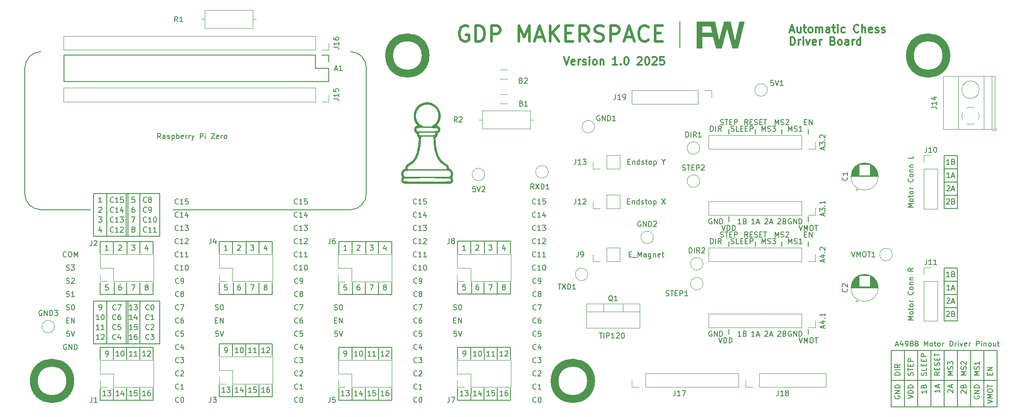
<source format=gbr>
%TF.GenerationSoftware,KiCad,Pcbnew,(6.0.10)*%
%TF.CreationDate,2025-04-13T20:47:06+02:00*%
%TF.ProjectId,pcb_shield,7063625f-7368-4696-956c-642e6b696361,1.0*%
%TF.SameCoordinates,Original*%
%TF.FileFunction,Legend,Top*%
%TF.FilePolarity,Positive*%
%FSLAX46Y46*%
G04 Gerber Fmt 4.6, Leading zero omitted, Abs format (unit mm)*
G04 Created by KiCad (PCBNEW (6.0.10)) date 2025-04-13 20:47:06*
%MOMM*%
%LPD*%
G01*
G04 APERTURE LIST*
%ADD10C,0.150000*%
%ADD11C,1.500000*%
%ADD12C,0.000000*%
%ADD13C,0.500000*%
%ADD14C,0.300000*%
%ADD15C,0.120000*%
G04 APERTURE END LIST*
D10*
X238760000Y-116205000D02*
X238760000Y-121285000D01*
X246380000Y-116205000D02*
X246380000Y-121285000D01*
X118110000Y-59436000D02*
X118110000Y-61976000D01*
X130207500Y-125730000D02*
X130207500Y-123420000D01*
X248920000Y-127000000D02*
X248920000Y-121285000D01*
X147975000Y-125730000D02*
X147985000Y-123420000D01*
X212725000Y-90454800D02*
X212725000Y-91440000D01*
X81915000Y-115570000D02*
X81925000Y-117870000D01*
X107310000Y-105410000D02*
X107310000Y-103120000D01*
X207645000Y-74656000D02*
X207645000Y-73660000D01*
X130207500Y-115570000D02*
X130207500Y-117870000D01*
X109870000Y-125080000D02*
X99710000Y-125080000D01*
X145410000Y-95220000D02*
X145410000Y-97540000D01*
D11*
X139282000Y-59549000D02*
G75*
G03*
X139282000Y-59549000I-3500000J0D01*
G01*
D10*
X119380000Y-59436000D02*
X120650000Y-59436000D01*
D11*
X171030000Y-122049000D02*
G75*
G03*
X171030000Y-122049000I-3500000J0D01*
G01*
D10*
X248920000Y-121285000D02*
X248920000Y-116205000D01*
X99710000Y-114920000D02*
X109870000Y-114920000D01*
X76835000Y-125730000D02*
X76835000Y-123420000D01*
X145435000Y-125730000D02*
X145435000Y-123420000D01*
X102355000Y-105420000D02*
X102355000Y-103120000D01*
X107330000Y-125080000D02*
X107330000Y-122770000D01*
X241300000Y-78740000D02*
X238760000Y-78740000D01*
X82123000Y-86042500D02*
X82123000Y-94297500D01*
X238760000Y-83820000D02*
X241300000Y-83820000D01*
X79375000Y-115570000D02*
X79375000Y-117870000D01*
X127892739Y-61845261D02*
G75*
G03*
X124844750Y-58797261I-3048039J-39D01*
G01*
X132747500Y-125730000D02*
X132747500Y-123420000D01*
X202565000Y-96195200D02*
X202565000Y-95250000D01*
X102230000Y-95250000D02*
X102230000Y-97570000D01*
X197485000Y-90454800D02*
X197485000Y-91440000D01*
X148075000Y-105390000D02*
X148075000Y-103090000D01*
X122585000Y-95250000D02*
X122585000Y-97570000D01*
X145435000Y-115570000D02*
X145435000Y-117870000D01*
X107310000Y-95250000D02*
X107310000Y-97570000D01*
X104790000Y-114920000D02*
X104800000Y-117220000D01*
X75565000Y-94297500D02*
X88265000Y-94297500D01*
X125250000Y-105420000D02*
X125250000Y-103120000D01*
X241300000Y-110490000D02*
X241300000Y-100330000D01*
X109870000Y-125080000D02*
X109870000Y-122770000D01*
X153030000Y-95220000D02*
X153030000Y-97540000D01*
X76835000Y-115570000D02*
X76835000Y-117870000D01*
X132747500Y-125730000D02*
X122587500Y-125730000D01*
X248920000Y-116205000D02*
X228600000Y-116205000D01*
X127892750Y-61845261D02*
X127889011Y-86106000D01*
X228600000Y-116205000D02*
X228600000Y-121285000D01*
X88265000Y-114935000D02*
X88265000Y-106680000D01*
X127667500Y-125730000D02*
X127667500Y-123420000D01*
X150515000Y-115570000D02*
X150525000Y-117870000D01*
X147975000Y-115570000D02*
X147975000Y-117870000D01*
X122585000Y-95250000D02*
X132745000Y-95250000D01*
X127667500Y-115570000D02*
X127677500Y-117870000D01*
X79375000Y-95250000D02*
X79375000Y-97570000D01*
X109850000Y-105410000D02*
X109850000Y-103120000D01*
X238760000Y-100330000D02*
X238760000Y-110490000D01*
X132747500Y-115570000D02*
X132752500Y-117870000D01*
X197485000Y-74656000D02*
X197485000Y-73660000D01*
X233680000Y-116205000D02*
X233680000Y-121285000D01*
X238760000Y-88900000D02*
X241300000Y-88900000D01*
X238760000Y-121285000D02*
X238760000Y-127000000D01*
X104855000Y-95270000D02*
X104855000Y-97570000D01*
X76835000Y-95250000D02*
X76835000Y-97570000D01*
X81915000Y-105410000D02*
X81915000Y-103120000D01*
X132745000Y-105410000D02*
X132745000Y-103120000D01*
X233680000Y-127000000D02*
X233680000Y-121285000D01*
X76835000Y-115570000D02*
X86995000Y-115570000D01*
X75565000Y-114935000D02*
X88265000Y-114935000D01*
X79375000Y-125730000D02*
X79385000Y-123420000D01*
X76835000Y-105410000D02*
X76835000Y-103120000D01*
X153030000Y-105380000D02*
X153030000Y-103090000D01*
X248920000Y-121920000D02*
X228600000Y-121920000D01*
X99690000Y-95250000D02*
X109850000Y-95250000D01*
X122585000Y-105410000D02*
X122585000Y-103120000D01*
X153055000Y-115570000D02*
X153055000Y-117870000D01*
X104790000Y-125080000D02*
X104790000Y-122770000D01*
X86995000Y-105410000D02*
X76835000Y-105410000D01*
X99690000Y-95250000D02*
X99690000Y-97570000D01*
X74930000Y-89150261D02*
X65405000Y-89150261D01*
X84455000Y-106680000D02*
X84455000Y-114935000D01*
X150515000Y-125730000D02*
X150515000Y-123420000D01*
X212725000Y-74656000D02*
X212725000Y-73660000D01*
X125127500Y-115570000D02*
X125127500Y-117870000D01*
X155570000Y-105380000D02*
X145410000Y-105380000D01*
X78105000Y-106680000D02*
X78105000Y-114935000D01*
X120650000Y-61976000D02*
X120650000Y-64516000D01*
X238760000Y-86360000D02*
X241300000Y-86360000D01*
X127750000Y-95270000D02*
X127750000Y-97570000D01*
X88265000Y-94297500D02*
X88265000Y-86042500D01*
X246380000Y-121285000D02*
X246380000Y-127000000D01*
D12*
G36*
X134608766Y-83341634D02*
G01*
X134615479Y-83291337D01*
X134624364Y-83242476D01*
X134635408Y-83195589D01*
X134648599Y-83151217D01*
X134663924Y-83109899D01*
X134681370Y-83072174D01*
X134693483Y-83048171D01*
X134704076Y-83025878D01*
X134713163Y-83005086D01*
X134720756Y-82985583D01*
X134726870Y-82967161D01*
X134731517Y-82949610D01*
X134734712Y-82932719D01*
X134736468Y-82916279D01*
X134736798Y-82900079D01*
X134735716Y-82883910D01*
X134733235Y-82867562D01*
X134729369Y-82850825D01*
X134724131Y-82833489D01*
X134717535Y-82815344D01*
X134709594Y-82796180D01*
X134700322Y-82775787D01*
X134677511Y-82724458D01*
X134657413Y-82672609D01*
X134639996Y-82620334D01*
X134625232Y-82567725D01*
X134613090Y-82514876D01*
X134603539Y-82461880D01*
X134596549Y-82408832D01*
X134592090Y-82355823D01*
X134590132Y-82302948D01*
X134590231Y-82292858D01*
X135034473Y-82292858D01*
X135036171Y-82328841D01*
X135039755Y-82364727D01*
X135045229Y-82400399D01*
X135052597Y-82435741D01*
X135061862Y-82470634D01*
X135073027Y-82504962D01*
X135086097Y-82538608D01*
X135101076Y-82571455D01*
X135117966Y-82603385D01*
X135136772Y-82634282D01*
X135157497Y-82664028D01*
X135180145Y-82692507D01*
X135204719Y-82719601D01*
X135231224Y-82745192D01*
X135259663Y-82769165D01*
X135271899Y-82778532D01*
X135284531Y-82787324D01*
X135298312Y-82795559D01*
X135313995Y-82803255D01*
X135332333Y-82810431D01*
X135354081Y-82817105D01*
X135379992Y-82823294D01*
X135410818Y-82829018D01*
X135447314Y-82834294D01*
X135490233Y-82839140D01*
X135540328Y-82843575D01*
X135598353Y-82847617D01*
X135665061Y-82851284D01*
X135741205Y-82854594D01*
X135827539Y-82857565D01*
X135924817Y-82860216D01*
X136033791Y-82862565D01*
X136155216Y-82864629D01*
X136289844Y-82866427D01*
X136438429Y-82867978D01*
X136780484Y-82870408D01*
X137187408Y-82872065D01*
X137665228Y-82873095D01*
X138219972Y-82873642D01*
X139584340Y-82873871D01*
X143775792Y-82873810D01*
X143910573Y-82756973D01*
X143924666Y-82744080D01*
X143938999Y-82729607D01*
X143953472Y-82713712D01*
X143967984Y-82696553D01*
X143982433Y-82678288D01*
X143996717Y-82659075D01*
X144010737Y-82639071D01*
X144024390Y-82618435D01*
X144037575Y-82597324D01*
X144050192Y-82575897D01*
X144062139Y-82554311D01*
X144073314Y-82532723D01*
X144083617Y-82511293D01*
X144092947Y-82490178D01*
X144101202Y-82469536D01*
X144108281Y-82449524D01*
X144120779Y-82405356D01*
X144129433Y-82360917D01*
X144134299Y-82316352D01*
X144135434Y-82271805D01*
X144132896Y-82227419D01*
X144126742Y-82183337D01*
X144117028Y-82139704D01*
X144103812Y-82096663D01*
X144087151Y-82054357D01*
X144067101Y-82012931D01*
X144043721Y-81972529D01*
X144017066Y-81933293D01*
X143987195Y-81895368D01*
X143954164Y-81858897D01*
X143918029Y-81824025D01*
X143878850Y-81790894D01*
X143735676Y-81678146D01*
X139596226Y-81678329D01*
X137253872Y-81680542D01*
X135999581Y-81692549D01*
X135666040Y-81704871D01*
X135467212Y-81722818D01*
X135357329Y-81747446D01*
X135290623Y-81779816D01*
X135260819Y-81799527D01*
X135232839Y-81821132D01*
X135206686Y-81844515D01*
X135182364Y-81869556D01*
X135159877Y-81896141D01*
X135139228Y-81924151D01*
X135120421Y-81953470D01*
X135103460Y-81983979D01*
X135088348Y-82015564D01*
X135075089Y-82048105D01*
X135063687Y-82081486D01*
X135054146Y-82115590D01*
X135046468Y-82150301D01*
X135040659Y-82185499D01*
X135036720Y-82221070D01*
X135034657Y-82256895D01*
X135034473Y-82292858D01*
X134590231Y-82292858D01*
X134590645Y-82250300D01*
X134593598Y-82197973D01*
X134598961Y-82146059D01*
X134606704Y-82094652D01*
X134616797Y-82043845D01*
X134629209Y-81993732D01*
X134643910Y-81944407D01*
X134660870Y-81895961D01*
X134680059Y-81848490D01*
X134701447Y-81802086D01*
X134725002Y-81756843D01*
X134750696Y-81712854D01*
X134778497Y-81670212D01*
X134808377Y-81629010D01*
X134840303Y-81589343D01*
X134874247Y-81551304D01*
X134910177Y-81514985D01*
X134948064Y-81480481D01*
X134987878Y-81447884D01*
X135029587Y-81417288D01*
X135073163Y-81388786D01*
X135118574Y-81362473D01*
X135165791Y-81338440D01*
X135203781Y-81320092D01*
X135237435Y-81302922D01*
X135267115Y-81286306D01*
X135280577Y-81278010D01*
X135293180Y-81269618D01*
X135304970Y-81261052D01*
X135315992Y-81252233D01*
X135326290Y-81243084D01*
X135335909Y-81233526D01*
X135344896Y-81223481D01*
X135353294Y-81212871D01*
X135361149Y-81201618D01*
X135368506Y-81189644D01*
X135375410Y-81176870D01*
X135381906Y-81163219D01*
X135388039Y-81148611D01*
X135393854Y-81132970D01*
X135399396Y-81116217D01*
X135404710Y-81098273D01*
X135405998Y-81093451D01*
X135843519Y-81093451D01*
X135844291Y-81127767D01*
X135847102Y-81161905D01*
X135851888Y-81195310D01*
X135858588Y-81227428D01*
X135867140Y-81257704D01*
X135877481Y-81285584D01*
X135889549Y-81310514D01*
X135896211Y-81321700D01*
X135903281Y-81331940D01*
X135910752Y-81341165D01*
X135918616Y-81349307D01*
X135926864Y-81356295D01*
X135935490Y-81362061D01*
X136265938Y-81381969D01*
X137077161Y-81398001D01*
X139507956Y-81416443D01*
X141959914Y-81413404D01*
X142797591Y-81402586D01*
X143165074Y-81384903D01*
X143167134Y-81384766D01*
X143185924Y-81379396D01*
X143194523Y-81376605D01*
X143202608Y-81373701D01*
X143210192Y-81370651D01*
X143217288Y-81367420D01*
X143223907Y-81363976D01*
X143230062Y-81360287D01*
X143235766Y-81356320D01*
X143241032Y-81352041D01*
X143245871Y-81347418D01*
X143250296Y-81342417D01*
X143254321Y-81337006D01*
X143257956Y-81331152D01*
X143261215Y-81324822D01*
X143264111Y-81317984D01*
X143266656Y-81310603D01*
X143268861Y-81302647D01*
X143270741Y-81294084D01*
X143272307Y-81284881D01*
X143273572Y-81275003D01*
X143274548Y-81264420D01*
X143275248Y-81253097D01*
X143275684Y-81241001D01*
X143275869Y-81228101D01*
X143275816Y-81214362D01*
X143275043Y-81184239D01*
X143273465Y-81150369D01*
X143271184Y-81112488D01*
X143268232Y-81070657D01*
X143264986Y-81033504D01*
X143260855Y-81000325D01*
X143258273Y-80985005D01*
X143255248Y-80970413D01*
X143251707Y-80956461D01*
X143247576Y-80943062D01*
X143242780Y-80930126D01*
X143237246Y-80917566D01*
X143230901Y-80905293D01*
X143223670Y-80893219D01*
X143215479Y-80881256D01*
X143206255Y-80869316D01*
X143195925Y-80857310D01*
X143184413Y-80845150D01*
X143171646Y-80832749D01*
X143157551Y-80820016D01*
X143142054Y-80806866D01*
X143125080Y-80793208D01*
X143086409Y-80764019D01*
X143040948Y-80731745D01*
X142988105Y-80695678D01*
X142857915Y-80609344D01*
X142663256Y-80479350D01*
X142503905Y-80369239D01*
X142435314Y-80319808D01*
X142372963Y-80273150D01*
X142315990Y-80228533D01*
X142263533Y-80185225D01*
X142214730Y-80142491D01*
X142168718Y-80099601D01*
X142124636Y-80055822D01*
X142081621Y-80010420D01*
X142038811Y-79962664D01*
X141995344Y-79911821D01*
X141902989Y-79797943D01*
X141850946Y-79730404D01*
X141799394Y-79660001D01*
X141748487Y-79587018D01*
X141698378Y-79511738D01*
X141649221Y-79434446D01*
X141601171Y-79355424D01*
X141554382Y-79274958D01*
X141509007Y-79193331D01*
X141465201Y-79110826D01*
X141423117Y-79027727D01*
X141382910Y-78944319D01*
X141344733Y-78860884D01*
X141308741Y-78777708D01*
X141275088Y-78695073D01*
X141243927Y-78613263D01*
X141215413Y-78532562D01*
X141169319Y-78391942D01*
X141126303Y-78251044D01*
X141086267Y-78109256D01*
X141049114Y-77965967D01*
X141014747Y-77820566D01*
X140983069Y-77672442D01*
X140953984Y-77520983D01*
X140927394Y-77365578D01*
X140903201Y-77205615D01*
X140881310Y-77040483D01*
X140844043Y-76692266D01*
X140814815Y-76316038D01*
X140792851Y-75906906D01*
X140758000Y-75153000D01*
X138418309Y-75153000D01*
X138381154Y-75776917D01*
X138331545Y-76440686D01*
X138300340Y-76747571D01*
X138264617Y-77038776D01*
X138224188Y-77315041D01*
X138178867Y-77577107D01*
X138128463Y-77825712D01*
X138072791Y-78061598D01*
X138011661Y-78285503D01*
X137944886Y-78498169D01*
X137872278Y-78700335D01*
X137793649Y-78892740D01*
X137708811Y-79076125D01*
X137617577Y-79251230D01*
X137519757Y-79418795D01*
X137415165Y-79579559D01*
X137363128Y-79653631D01*
X137310360Y-79724993D01*
X137256583Y-79793903D01*
X137201520Y-79860622D01*
X137144892Y-79925409D01*
X137086423Y-79988523D01*
X137025834Y-80050224D01*
X136962847Y-80110771D01*
X136897185Y-80170425D01*
X136828571Y-80229443D01*
X136756725Y-80288087D01*
X136681371Y-80346615D01*
X136602231Y-80405287D01*
X136519026Y-80464363D01*
X136431480Y-80524102D01*
X136339314Y-80584763D01*
X136255138Y-80639981D01*
X136175067Y-80693919D01*
X136100963Y-80745223D01*
X136034691Y-80792540D01*
X135978114Y-80834514D01*
X135933095Y-80869791D01*
X135901496Y-80897018D01*
X135891312Y-80907190D01*
X135885182Y-80914841D01*
X135878493Y-80926287D01*
X135872416Y-80938589D01*
X135866941Y-80951678D01*
X135862061Y-80965484D01*
X135854057Y-80994972D01*
X135848340Y-81026499D01*
X135844848Y-81059510D01*
X135843519Y-81093451D01*
X135405998Y-81093451D01*
X135409841Y-81079062D01*
X135414835Y-81058503D01*
X135424590Y-81013034D01*
X135434335Y-80961241D01*
X135444430Y-80902498D01*
X135455235Y-80836182D01*
X135458793Y-80816709D01*
X135463174Y-80797499D01*
X135468409Y-80778523D01*
X135474529Y-80759751D01*
X135481566Y-80741153D01*
X135489551Y-80722701D01*
X135498515Y-80704364D01*
X135508490Y-80686113D01*
X135519506Y-80667919D01*
X135531596Y-80649753D01*
X135544789Y-80631585D01*
X135559118Y-80613385D01*
X135574614Y-80595124D01*
X135591309Y-80576773D01*
X135609232Y-80558302D01*
X135628417Y-80539682D01*
X135670692Y-80501877D01*
X135718386Y-80463123D01*
X135771749Y-80423183D01*
X135831030Y-80381822D01*
X135896479Y-80338805D01*
X135968348Y-80293897D01*
X136046886Y-80246862D01*
X136132344Y-80197464D01*
X136201598Y-80155097D01*
X136274428Y-80105041D01*
X136350055Y-80048110D01*
X136427696Y-79985116D01*
X136506572Y-79916872D01*
X136585902Y-79844191D01*
X136664904Y-79767886D01*
X136742798Y-79688770D01*
X136818804Y-79607656D01*
X136892141Y-79525358D01*
X136962027Y-79442686D01*
X137027682Y-79360456D01*
X137088326Y-79279479D01*
X137143178Y-79200569D01*
X137191456Y-79124538D01*
X137232380Y-79052200D01*
X137308741Y-78898389D01*
X137381622Y-78733896D01*
X137450825Y-78559644D01*
X137516153Y-78376555D01*
X137577406Y-78185549D01*
X137634388Y-77987550D01*
X137686900Y-77783479D01*
X137734744Y-77574257D01*
X137777721Y-77360807D01*
X137815635Y-77144049D01*
X137848286Y-76924907D01*
X137875478Y-76704302D01*
X137897011Y-76483155D01*
X137912687Y-76262388D01*
X137922309Y-76042924D01*
X137925679Y-75825684D01*
X137925453Y-75653321D01*
X137923352Y-75522197D01*
X137921033Y-75469787D01*
X137917568Y-75424914D01*
X137912730Y-75386651D01*
X137906294Y-75354074D01*
X137898034Y-75326260D01*
X137887723Y-75302282D01*
X137875136Y-75281216D01*
X137860046Y-75262139D01*
X137842228Y-75244124D01*
X137821456Y-75226247D01*
X137770146Y-75187210D01*
X137746326Y-75169169D01*
X137724997Y-75151976D01*
X137706025Y-75135332D01*
X137697383Y-75127124D01*
X137689281Y-75118940D01*
X137681703Y-75110744D01*
X137674632Y-75102499D01*
X137668052Y-75094167D01*
X137661947Y-75085712D01*
X137656299Y-75077094D01*
X137651094Y-75068278D01*
X137646313Y-75059226D01*
X137641942Y-75049900D01*
X137637962Y-75040263D01*
X137634359Y-75030279D01*
X137631115Y-75019908D01*
X137628214Y-75009115D01*
X137625639Y-74997861D01*
X137623375Y-74986110D01*
X137621404Y-74973823D01*
X137619711Y-74960965D01*
X137617090Y-74933381D01*
X137615380Y-74903059D01*
X137614451Y-74869701D01*
X137614171Y-74833008D01*
X137613888Y-74794191D01*
X137612875Y-74759080D01*
X137610878Y-74727198D01*
X137607648Y-74698067D01*
X137602933Y-74671209D01*
X137599940Y-74658483D01*
X137596482Y-74646146D01*
X137592527Y-74634138D01*
X137588044Y-74622401D01*
X137583002Y-74610873D01*
X137579911Y-74604630D01*
X138030171Y-74604630D01*
X138030457Y-74631564D01*
X138031333Y-74656469D01*
X138032827Y-74679414D01*
X138034967Y-74700469D01*
X138037781Y-74719702D01*
X138041296Y-74737185D01*
X138045540Y-74752985D01*
X138050541Y-74767174D01*
X138056327Y-74779819D01*
X138062925Y-74790991D01*
X138070363Y-74800760D01*
X138078670Y-74809194D01*
X138087871Y-74816364D01*
X138097997Y-74822338D01*
X138109073Y-74827186D01*
X138121129Y-74830978D01*
X138268601Y-74843273D01*
X138570904Y-74852265D01*
X139441453Y-74860111D01*
X140335685Y-74854058D01*
X140667592Y-74845677D01*
X140856511Y-74833649D01*
X140856527Y-74833694D01*
X140856542Y-74833738D01*
X140856557Y-74833781D01*
X140856570Y-74833824D01*
X140856594Y-74833910D01*
X140856618Y-74834000D01*
X140935515Y-74822775D01*
X140967511Y-74817397D01*
X140994994Y-74811741D01*
X141018309Y-74805483D01*
X141028510Y-74802026D01*
X141037798Y-74798297D01*
X141046214Y-74794254D01*
X141053803Y-74789857D01*
X141060607Y-74785065D01*
X141066668Y-74779839D01*
X141072030Y-74774136D01*
X141076736Y-74767916D01*
X141080827Y-74761139D01*
X141084348Y-74753764D01*
X141087341Y-74745751D01*
X141089849Y-74737058D01*
X141091915Y-74727645D01*
X141093581Y-74717472D01*
X141095887Y-74694680D01*
X141097109Y-74668358D01*
X141097676Y-74603821D01*
X141097399Y-74578108D01*
X141096552Y-74554283D01*
X141095111Y-74532294D01*
X141093051Y-74512088D01*
X141090350Y-74493615D01*
X141086983Y-74476822D01*
X141082925Y-74461658D01*
X141078154Y-74448071D01*
X141072645Y-74436009D01*
X141066374Y-74425420D01*
X141059317Y-74416254D01*
X141051450Y-74408457D01*
X141042749Y-74401979D01*
X141033190Y-74396768D01*
X141022749Y-74392772D01*
X141011403Y-74389938D01*
X140964464Y-74386953D01*
X140863588Y-74384676D01*
X140525164Y-74382343D01*
X140046410Y-74383141D01*
X139477604Y-74387268D01*
X138030171Y-74402023D01*
X138030171Y-74604630D01*
X137579911Y-74604630D01*
X137577368Y-74599495D01*
X137571113Y-74588208D01*
X137564204Y-74576951D01*
X137556610Y-74565666D01*
X137548299Y-74554292D01*
X137529404Y-74531039D01*
X137507266Y-74506714D01*
X137481636Y-74480840D01*
X137452261Y-74452939D01*
X137418892Y-74422533D01*
X137381276Y-74389145D01*
X137333814Y-74345405D01*
X137290286Y-74301200D01*
X137250681Y-74256501D01*
X137214991Y-74211281D01*
X137183203Y-74165512D01*
X137155308Y-74119167D01*
X137131295Y-74072218D01*
X137111153Y-74024637D01*
X137102531Y-74000601D01*
X137094873Y-73976397D01*
X137088178Y-73952021D01*
X137082444Y-73927470D01*
X137077670Y-73902741D01*
X137073855Y-73877829D01*
X137070998Y-73852732D01*
X137069097Y-73827445D01*
X137068158Y-73776292D01*
X137069038Y-73760355D01*
X137512481Y-73760355D01*
X137513113Y-73781479D01*
X137515052Y-73802446D01*
X137518275Y-73823194D01*
X137522759Y-73843661D01*
X137528479Y-73863788D01*
X137535412Y-73883514D01*
X137543536Y-73902778D01*
X137552825Y-73921519D01*
X137563258Y-73939677D01*
X137574810Y-73957190D01*
X137587458Y-73973998D01*
X137601178Y-73990040D01*
X137615947Y-74005256D01*
X137631742Y-74019584D01*
X137648538Y-74032964D01*
X137666313Y-74045335D01*
X137685043Y-74056636D01*
X137704704Y-74066807D01*
X137725274Y-74075787D01*
X137746728Y-74083514D01*
X137769042Y-74089929D01*
X137792195Y-74094971D01*
X137988399Y-74102961D01*
X138410392Y-74105952D01*
X139629370Y-74099882D01*
X140844392Y-74082652D01*
X141261438Y-74071692D01*
X141450718Y-74060150D01*
X141450707Y-74060132D01*
X141450695Y-74060114D01*
X141450671Y-74060076D01*
X141450664Y-74060067D01*
X141450658Y-74060058D01*
X141450651Y-74060049D01*
X141450643Y-74060041D01*
X141450636Y-74060033D01*
X141450620Y-74060019D01*
X141450612Y-74060013D01*
X141465630Y-74055943D01*
X141480129Y-74050870D01*
X141494094Y-74044832D01*
X141507511Y-74037869D01*
X141520367Y-74030021D01*
X141532648Y-74021327D01*
X141544340Y-74011826D01*
X141555430Y-74001558D01*
X141565902Y-73990562D01*
X141575744Y-73978878D01*
X141584941Y-73966544D01*
X141593480Y-73953602D01*
X141601346Y-73940089D01*
X141608527Y-73926045D01*
X141615007Y-73911510D01*
X141620774Y-73896523D01*
X141625813Y-73881123D01*
X141630110Y-73865350D01*
X141633652Y-73849244D01*
X141636425Y-73832843D01*
X141638415Y-73816188D01*
X141639608Y-73799317D01*
X141639989Y-73782269D01*
X141639546Y-73765086D01*
X141638265Y-73747805D01*
X141636131Y-73730466D01*
X141633131Y-73713109D01*
X141629250Y-73695773D01*
X141624476Y-73678497D01*
X141618793Y-73661321D01*
X141612189Y-73644284D01*
X141604649Y-73627426D01*
X141538472Y-73489243D01*
X139595616Y-73475739D01*
X138529247Y-73470475D01*
X138183186Y-73472329D01*
X137937176Y-73478083D01*
X137772698Y-73488421D01*
X137671228Y-73504026D01*
X137638333Y-73514018D01*
X137614244Y-73525582D01*
X137596647Y-73538805D01*
X137583226Y-73553772D01*
X137569494Y-73573137D01*
X137557303Y-73592952D01*
X137546632Y-73613155D01*
X137537456Y-73633686D01*
X137529751Y-73654484D01*
X137523495Y-73675489D01*
X137518663Y-73696639D01*
X137515232Y-73717874D01*
X137513179Y-73739133D01*
X137512481Y-73760355D01*
X137069038Y-73760355D01*
X137071028Y-73724341D01*
X137077697Y-73671564D01*
X137088154Y-73617935D01*
X137100765Y-73565744D01*
X137113978Y-73517320D01*
X137127968Y-73472419D01*
X137142908Y-73430797D01*
X137158975Y-73392211D01*
X137176341Y-73356417D01*
X137195183Y-73323170D01*
X137215674Y-73292227D01*
X137237989Y-73263343D01*
X137262303Y-73236276D01*
X137288790Y-73210780D01*
X137317625Y-73186612D01*
X137348982Y-73163529D01*
X137383037Y-73141285D01*
X137419963Y-73119638D01*
X137459935Y-73098343D01*
X137480939Y-73087323D01*
X137501356Y-73076040D01*
X137521078Y-73064576D01*
X137540001Y-73053013D01*
X137558019Y-73041435D01*
X137575025Y-73029925D01*
X137590914Y-73018564D01*
X137605580Y-73007435D01*
X137618917Y-72996621D01*
X137630819Y-72986205D01*
X137641180Y-72976270D01*
X137649895Y-72966897D01*
X137656858Y-72958171D01*
X137661962Y-72950172D01*
X137665102Y-72942985D01*
X137665903Y-72939721D01*
X137666173Y-72936691D01*
X137665999Y-72933600D01*
X137665484Y-72930138D01*
X137663462Y-72922158D01*
X137660176Y-72912860D01*
X137655694Y-72902355D01*
X137650083Y-72890753D01*
X137643411Y-72878166D01*
X137635747Y-72864702D01*
X137627158Y-72850473D01*
X137617712Y-72835590D01*
X137607478Y-72820161D01*
X137596522Y-72804298D01*
X137584915Y-72788112D01*
X137572722Y-72771712D01*
X137560012Y-72755209D01*
X137546854Y-72738714D01*
X137533314Y-72722336D01*
X137472855Y-72646138D01*
X137415267Y-72564835D01*
X137360694Y-72478850D01*
X137309279Y-72388605D01*
X137261166Y-72294522D01*
X137216498Y-72197023D01*
X137175419Y-72096530D01*
X137138072Y-71993465D01*
X137104600Y-71888251D01*
X137075148Y-71781309D01*
X137049859Y-71673061D01*
X137028877Y-71563931D01*
X137012344Y-71454338D01*
X137000404Y-71344707D01*
X136993202Y-71235458D01*
X136990880Y-71127014D01*
X136991605Y-71100448D01*
X137422171Y-71100448D01*
X137427253Y-71264303D01*
X137446240Y-71427710D01*
X137478699Y-71589818D01*
X137524204Y-71749779D01*
X137582323Y-71906740D01*
X137652627Y-72059853D01*
X137734686Y-72208266D01*
X137828072Y-72351130D01*
X137932354Y-72487594D01*
X138047103Y-72616808D01*
X138171889Y-72737922D01*
X138306284Y-72850085D01*
X138449856Y-72952448D01*
X138602177Y-73044159D01*
X138651553Y-73071102D01*
X138696391Y-73094783D01*
X138738007Y-73115413D01*
X138777715Y-73133205D01*
X138816828Y-73148370D01*
X138836573Y-73155034D01*
X138856661Y-73161121D01*
X138877259Y-73166657D01*
X138898529Y-73171669D01*
X138920636Y-73176183D01*
X138943745Y-73180225D01*
X138993624Y-73187003D01*
X139049480Y-73192213D01*
X139112627Y-73196068D01*
X139184380Y-73198779D01*
X139266052Y-73200558D01*
X139358958Y-73201617D01*
X139583729Y-73202423D01*
X139810737Y-73202322D01*
X139986041Y-73200124D01*
X140057708Y-73197674D01*
X140120535Y-73194021D01*
X140175883Y-73188939D01*
X140225113Y-73182201D01*
X140269589Y-73173583D01*
X140310671Y-73162856D01*
X140349720Y-73149796D01*
X140388100Y-73134175D01*
X140427172Y-73115768D01*
X140468296Y-73094348D01*
X140562153Y-73041565D01*
X140562153Y-73041548D01*
X140562152Y-73041539D01*
X140562151Y-73041531D01*
X140562149Y-73041514D01*
X140562146Y-73041498D01*
X140562143Y-73041483D01*
X140562141Y-73041468D01*
X140562140Y-73041462D01*
X140562139Y-73041455D01*
X140562138Y-73041449D01*
X140562138Y-73041443D01*
X140700397Y-72957286D01*
X140830155Y-72867921D01*
X140951353Y-72773445D01*
X141008725Y-72724320D01*
X141063935Y-72673953D01*
X141116976Y-72622355D01*
X141167842Y-72569540D01*
X141216524Y-72515518D01*
X141263017Y-72460302D01*
X141307311Y-72403903D01*
X141349401Y-72346334D01*
X141389279Y-72287606D01*
X141426938Y-72227732D01*
X141462370Y-72166723D01*
X141495569Y-72104591D01*
X141526526Y-72041348D01*
X141555236Y-71977006D01*
X141581691Y-71911578D01*
X141605883Y-71845074D01*
X141627805Y-71777507D01*
X141647450Y-71708889D01*
X141664811Y-71639232D01*
X141679881Y-71568548D01*
X141692652Y-71496848D01*
X141703117Y-71424144D01*
X141711269Y-71350449D01*
X141717101Y-71275775D01*
X141720606Y-71200133D01*
X141721776Y-71123535D01*
X141714958Y-70942259D01*
X141694705Y-70766010D01*
X141661315Y-70595185D01*
X141615084Y-70430183D01*
X141556311Y-70271400D01*
X141485293Y-70119235D01*
X141402329Y-69974084D01*
X141307717Y-69836346D01*
X141201754Y-69706417D01*
X141084738Y-69584694D01*
X140956966Y-69471577D01*
X140818738Y-69367461D01*
X140670350Y-69272744D01*
X140512101Y-69187825D01*
X140344289Y-69113099D01*
X140167210Y-69048965D01*
X140108717Y-69032882D01*
X140041826Y-69019459D01*
X139967706Y-69008659D01*
X139887526Y-69000446D01*
X139802454Y-68994781D01*
X139713659Y-68991628D01*
X139622309Y-68990950D01*
X139529574Y-68992708D01*
X139436622Y-68996867D01*
X139344622Y-69003388D01*
X139254742Y-69012234D01*
X139168152Y-69023369D01*
X139086019Y-69036754D01*
X139009513Y-69052353D01*
X138939803Y-69070128D01*
X138878056Y-69090042D01*
X138738452Y-69145886D01*
X138605009Y-69209031D01*
X138477854Y-69279326D01*
X138357117Y-69356619D01*
X138242925Y-69440759D01*
X138135406Y-69531594D01*
X138034689Y-69628973D01*
X137940901Y-69732742D01*
X137854171Y-69842752D01*
X137774627Y-69958850D01*
X137702396Y-70080884D01*
X137637607Y-70208704D01*
X137580389Y-70342156D01*
X137530868Y-70481090D01*
X137489174Y-70625354D01*
X137455433Y-70774796D01*
X137441555Y-70855686D01*
X137431421Y-70936995D01*
X137424977Y-71018618D01*
X137422171Y-71100448D01*
X136991605Y-71100448D01*
X136994749Y-70985244D01*
X137005736Y-70845729D01*
X137023663Y-70708636D01*
X137048348Y-70574133D01*
X137079613Y-70442389D01*
X137117277Y-70313571D01*
X137161162Y-70187849D01*
X137211087Y-70065389D01*
X137266874Y-69946360D01*
X137328342Y-69830931D01*
X137395311Y-69719268D01*
X137467603Y-69611541D01*
X137545038Y-69507918D01*
X137627435Y-69408566D01*
X137714616Y-69313653D01*
X137806401Y-69223349D01*
X137902610Y-69137820D01*
X138003063Y-69057235D01*
X138107582Y-68981763D01*
X138215986Y-68911570D01*
X138328096Y-68846826D01*
X138443732Y-68787699D01*
X138562714Y-68734356D01*
X138684864Y-68686966D01*
X138810001Y-68645696D01*
X138937946Y-68610716D01*
X139068519Y-68582192D01*
X139201541Y-68560293D01*
X139336831Y-68545188D01*
X139474211Y-68537044D01*
X139613501Y-68536030D01*
X139754521Y-68542313D01*
X139912422Y-68554593D01*
X139980787Y-68561173D01*
X140043629Y-68568474D01*
X140102099Y-68576816D01*
X140157347Y-68586522D01*
X140210524Y-68597912D01*
X140262780Y-68611307D01*
X140315266Y-68627028D01*
X140369132Y-68645397D01*
X140425530Y-68666734D01*
X140485610Y-68691360D01*
X140550521Y-68719596D01*
X140621416Y-68751764D01*
X140785756Y-68829178D01*
X140854434Y-68865218D01*
X140927368Y-68909508D01*
X141003605Y-68961118D01*
X141082189Y-69019121D01*
X141162168Y-69082586D01*
X141242588Y-69150586D01*
X141322495Y-69222191D01*
X141400935Y-69296473D01*
X141476954Y-69372502D01*
X141549599Y-69449349D01*
X141617916Y-69526087D01*
X141680950Y-69601785D01*
X141737750Y-69675515D01*
X141787359Y-69746349D01*
X141828826Y-69813357D01*
X141861195Y-69875610D01*
X141914794Y-69996056D01*
X141963571Y-70114957D01*
X142007522Y-70232279D01*
X142046643Y-70347989D01*
X142080927Y-70462054D01*
X142110370Y-70574440D01*
X142134968Y-70685113D01*
X142154715Y-70794041D01*
X142169606Y-70901189D01*
X142179637Y-71006525D01*
X142184802Y-71110015D01*
X142185097Y-71211625D01*
X142180516Y-71311322D01*
X142171054Y-71409073D01*
X142156708Y-71504844D01*
X142137471Y-71598602D01*
X142120214Y-71665714D01*
X142098622Y-71738077D01*
X142073138Y-71814741D01*
X142044207Y-71894759D01*
X141977781Y-72061054D01*
X141902899Y-72229370D01*
X141823118Y-72392113D01*
X141782500Y-72469021D01*
X141741991Y-72541688D01*
X141702034Y-72609166D01*
X141663075Y-72670504D01*
X141625557Y-72724754D01*
X141589924Y-72770966D01*
X141453328Y-72936676D01*
X141667286Y-73071747D01*
X141717507Y-73105144D01*
X141764559Y-73139940D01*
X141808432Y-73176118D01*
X141849118Y-73213661D01*
X141886607Y-73252552D01*
X141920889Y-73292776D01*
X141936825Y-73313383D01*
X141951955Y-73334316D01*
X141966279Y-73355574D01*
X141979796Y-73377155D01*
X141992504Y-73399057D01*
X142004402Y-73421277D01*
X142015489Y-73443814D01*
X142025763Y-73466665D01*
X142035224Y-73489829D01*
X142043871Y-73513303D01*
X142051702Y-73537086D01*
X142058715Y-73561175D01*
X142064911Y-73585568D01*
X142070287Y-73610263D01*
X142074842Y-73635258D01*
X142078576Y-73660552D01*
X142081487Y-73686141D01*
X142083574Y-73712024D01*
X142085270Y-73764664D01*
X142084150Y-73816378D01*
X142080648Y-73866138D01*
X142074709Y-73914053D01*
X142066278Y-73960233D01*
X142055300Y-74004788D01*
X142041720Y-74047828D01*
X142025481Y-74089464D01*
X142006529Y-74129805D01*
X141984809Y-74168961D01*
X141960265Y-74207043D01*
X141932841Y-74244160D01*
X141902483Y-74280422D01*
X141869135Y-74315941D01*
X141832742Y-74350824D01*
X141793249Y-74385184D01*
X141750599Y-74419128D01*
X141721410Y-74441739D01*
X141695417Y-74462766D01*
X141672439Y-74482577D01*
X141652294Y-74501543D01*
X141643227Y-74510824D01*
X141634801Y-74520032D01*
X141626993Y-74529213D01*
X141619781Y-74538413D01*
X141613140Y-74547679D01*
X141607050Y-74557057D01*
X141601487Y-74566593D01*
X141596428Y-74576332D01*
X141591852Y-74586322D01*
X141587735Y-74596608D01*
X141584055Y-74607236D01*
X141580788Y-74618254D01*
X141577913Y-74629706D01*
X141575407Y-74641638D01*
X141573247Y-74654099D01*
X141571411Y-74667132D01*
X141568618Y-74695103D01*
X141566847Y-74725922D01*
X141565917Y-74759956D01*
X141565648Y-74797577D01*
X141565345Y-74834566D01*
X141564322Y-74868329D01*
X141562404Y-74899235D01*
X141559415Y-74927651D01*
X141555180Y-74953944D01*
X141549526Y-74978483D01*
X141542277Y-75001633D01*
X141533259Y-75023764D01*
X141522296Y-75045242D01*
X141509215Y-75066435D01*
X141493839Y-75087711D01*
X141475995Y-75109436D01*
X141455508Y-75131980D01*
X141432203Y-75155708D01*
X141405905Y-75180989D01*
X141376439Y-75208191D01*
X141187245Y-75381500D01*
X141222096Y-75995117D01*
X141262091Y-76513507D01*
X141288361Y-76760020D01*
X141318805Y-76998049D01*
X141353417Y-77227573D01*
X141392193Y-77448571D01*
X141435126Y-77661020D01*
X141482211Y-77864901D01*
X141533442Y-78060190D01*
X141588813Y-78246868D01*
X141648320Y-78424911D01*
X141711955Y-78594300D01*
X141779715Y-78755012D01*
X141851592Y-78907026D01*
X141927583Y-79050321D01*
X142007680Y-79184875D01*
X142054016Y-79255100D01*
X142104971Y-79326458D01*
X142160130Y-79398544D01*
X142219075Y-79470953D01*
X142281390Y-79543280D01*
X142346659Y-79615120D01*
X142414466Y-79686067D01*
X142484395Y-79755716D01*
X142556028Y-79823663D01*
X142628951Y-79889501D01*
X142702746Y-79952827D01*
X142776997Y-80013234D01*
X142851289Y-80070317D01*
X142925204Y-80123672D01*
X142998327Y-80172893D01*
X143070241Y-80217575D01*
X143155765Y-80269747D01*
X143235103Y-80321008D01*
X143308347Y-80371466D01*
X143375589Y-80421227D01*
X143436921Y-80470397D01*
X143492436Y-80519084D01*
X143542226Y-80567395D01*
X143586382Y-80615437D01*
X143624999Y-80663315D01*
X143658167Y-80711138D01*
X143685979Y-80759012D01*
X143708527Y-80807043D01*
X143725904Y-80855339D01*
X143738202Y-80904007D01*
X143745513Y-80953153D01*
X143747929Y-81002884D01*
X143748191Y-81035901D01*
X143749115Y-81065576D01*
X143750910Y-81092229D01*
X143753782Y-81116183D01*
X143755687Y-81127247D01*
X143757940Y-81137757D01*
X143760566Y-81147752D01*
X143763592Y-81157274D01*
X143767043Y-81166361D01*
X143770945Y-81175054D01*
X143775324Y-81183394D01*
X143780207Y-81191420D01*
X143785619Y-81199172D01*
X143791586Y-81206691D01*
X143798135Y-81214017D01*
X143805290Y-81221190D01*
X143813079Y-81228250D01*
X143821527Y-81235238D01*
X143840504Y-81249156D01*
X143862429Y-81263265D01*
X143887510Y-81277886D01*
X143915955Y-81293342D01*
X143947972Y-81309952D01*
X143982052Y-81328131D01*
X144015501Y-81347562D01*
X144048288Y-81368199D01*
X144080385Y-81389997D01*
X144111763Y-81412910D01*
X144142390Y-81436894D01*
X144172240Y-81461902D01*
X144201281Y-81487889D01*
X144256824Y-81542618D01*
X144308782Y-81600718D01*
X144356923Y-81661825D01*
X144401011Y-81725576D01*
X144440812Y-81791607D01*
X144476090Y-81859555D01*
X144506612Y-81929055D01*
X144520015Y-81964274D01*
X144532142Y-81999745D01*
X144542962Y-82035422D01*
X144552446Y-82071260D01*
X144560565Y-82107214D01*
X144567290Y-82143238D01*
X144572590Y-82179286D01*
X144576437Y-82215314D01*
X144578802Y-82251275D01*
X144579655Y-82287125D01*
X144579242Y-82300145D01*
X144577959Y-82315319D01*
X144575857Y-82332461D01*
X144572983Y-82351384D01*
X144565115Y-82393834D01*
X144554747Y-82441181D01*
X144542268Y-82491941D01*
X144528069Y-82544625D01*
X144512539Y-82597749D01*
X144496068Y-82649826D01*
X144470469Y-82727734D01*
X144460436Y-82761263D01*
X144452253Y-82791941D01*
X144445922Y-82820342D01*
X144441448Y-82847040D01*
X144438834Y-82872608D01*
X144438084Y-82897621D01*
X144439202Y-82922653D01*
X144442190Y-82948277D01*
X144447054Y-82975068D01*
X144453796Y-83003599D01*
X144462420Y-83034444D01*
X144472930Y-83068178D01*
X144499623Y-83146606D01*
X144524036Y-83221526D01*
X144542727Y-83294564D01*
X144555715Y-83365660D01*
X144563019Y-83434753D01*
X144564657Y-83501783D01*
X144560648Y-83566690D01*
X144556532Y-83598329D01*
X144551011Y-83629413D01*
X144544087Y-83659937D01*
X144535763Y-83689892D01*
X144526042Y-83719271D01*
X144514925Y-83748065D01*
X144502415Y-83776269D01*
X144488514Y-83803874D01*
X144473225Y-83830872D01*
X144456549Y-83857256D01*
X144438490Y-83883019D01*
X144419049Y-83908152D01*
X144376033Y-83956501D01*
X144327518Y-84002243D01*
X144273524Y-84045317D01*
X144214070Y-84085663D01*
X144032231Y-84199738D01*
X140028721Y-84204712D01*
X137053406Y-84199135D01*
X136033200Y-84190391D01*
X135521809Y-84178772D01*
X135524525Y-84178482D01*
X135427355Y-84171715D01*
X135338009Y-84163623D01*
X135256050Y-84154017D01*
X135181042Y-84142707D01*
X135112547Y-84129502D01*
X135050128Y-84114212D01*
X134993348Y-84096648D01*
X134941769Y-84076620D01*
X134894955Y-84053937D01*
X134852467Y-84028410D01*
X134813870Y-83999848D01*
X134778725Y-83968062D01*
X134746596Y-83932861D01*
X134717045Y-83894055D01*
X134689635Y-83851455D01*
X134663930Y-83804871D01*
X134648215Y-83769890D01*
X134634802Y-83730949D01*
X134623675Y-83688590D01*
X134614824Y-83643349D01*
X134608234Y-83595769D01*
X134603893Y-83546386D01*
X134601789Y-83495742D01*
X134601908Y-83444376D01*
X134601944Y-83443592D01*
X135026297Y-83443592D01*
X135026336Y-83463905D01*
X135027716Y-83484134D01*
X135030439Y-83504185D01*
X135034510Y-83523965D01*
X135039930Y-83543381D01*
X135046702Y-83562340D01*
X135054830Y-83580748D01*
X135064316Y-83598511D01*
X135075164Y-83615538D01*
X135087375Y-83631733D01*
X135100954Y-83647005D01*
X135115903Y-83661259D01*
X135132225Y-83674403D01*
X135149923Y-83686343D01*
X135168999Y-83696986D01*
X135189457Y-83706238D01*
X136582788Y-83737161D01*
X139542410Y-83753407D01*
X142513045Y-83751290D01*
X143939412Y-83727127D01*
X143937611Y-83726791D01*
X143960000Y-83719790D01*
X143981026Y-83711239D01*
X144000684Y-83701232D01*
X144018972Y-83689858D01*
X144035886Y-83677210D01*
X144051423Y-83663377D01*
X144065579Y-83648453D01*
X144078351Y-83632527D01*
X144089736Y-83615691D01*
X144099730Y-83598037D01*
X144108330Y-83579655D01*
X144115532Y-83560637D01*
X144121334Y-83541073D01*
X144125731Y-83521056D01*
X144128721Y-83500677D01*
X144130299Y-83480026D01*
X144130463Y-83459195D01*
X144129210Y-83438276D01*
X144126535Y-83417358D01*
X144122435Y-83396535D01*
X144116908Y-83375896D01*
X144109949Y-83355533D01*
X144101556Y-83335538D01*
X144091724Y-83316001D01*
X144080452Y-83297014D01*
X144067734Y-83278669D01*
X144053568Y-83261055D01*
X144037950Y-83244265D01*
X144020878Y-83228390D01*
X144002347Y-83213520D01*
X143982354Y-83199748D01*
X143960896Y-83187164D01*
X143554864Y-83164151D01*
X142563742Y-83147383D01*
X139603053Y-83132963D01*
X136632472Y-83144667D01*
X135628987Y-83160554D01*
X135205647Y-83183258D01*
X135184629Y-83192230D01*
X135164906Y-83202611D01*
X135146480Y-83214307D01*
X135129353Y-83227225D01*
X135113530Y-83241272D01*
X135099012Y-83256354D01*
X135085803Y-83272378D01*
X135073906Y-83289251D01*
X135063323Y-83306879D01*
X135054058Y-83325170D01*
X135046113Y-83344029D01*
X135039491Y-83363364D01*
X135034196Y-83383081D01*
X135030230Y-83403087D01*
X135027596Y-83423288D01*
X135026297Y-83443592D01*
X134601944Y-83443592D01*
X134604238Y-83392827D01*
X134608766Y-83341634D01*
G37*
D10*
X86995000Y-95250000D02*
X86995000Y-97570000D01*
X155595000Y-115570000D02*
X155600000Y-117870000D01*
X241300000Y-88900000D02*
X241300000Y-78740000D01*
X236220000Y-121285000D02*
X236220000Y-116205000D01*
X62360739Y-61972261D02*
X62357000Y-86102261D01*
X124841011Y-89154000D02*
X90805000Y-89150261D01*
D11*
X71093000Y-122049000D02*
G75*
G03*
X71093000Y-122049000I-3500000J0D01*
G01*
D10*
X231140000Y-116205000D02*
X231140000Y-121285000D01*
X145410000Y-105380000D02*
X145410000Y-103090000D01*
X241300000Y-100330000D02*
X238760000Y-100330000D01*
X243840000Y-116205000D02*
X243840000Y-121285000D01*
X238760000Y-107950000D02*
X241300000Y-107950000D01*
X84455000Y-115570000D02*
X84455000Y-117870000D01*
X127665000Y-105410000D02*
X127665000Y-103120000D01*
X84455000Y-95250000D02*
X84455000Y-97570000D01*
X84455000Y-105410000D02*
X84455000Y-103120000D01*
X88265000Y-86042500D02*
X75565000Y-86042500D01*
X65408740Y-58797285D02*
G75*
G03*
X62360739Y-61972261I129660J-3175015D01*
G01*
X86995000Y-105410000D02*
X86995000Y-103120000D01*
X109850000Y-105410000D02*
X99690000Y-105410000D01*
X81915000Y-125730000D02*
X81915000Y-123420000D01*
X238760000Y-81280000D02*
X241300000Y-81280000D01*
X99690000Y-105410000D02*
X99690000Y-103120000D01*
X155570000Y-95220000D02*
X155570000Y-97540000D01*
D12*
G36*
X194815239Y-53050410D02*
G01*
X195596201Y-56608911D01*
X196543502Y-53050410D01*
X197787387Y-53050410D01*
X198695565Y-56668985D01*
X199490662Y-53050410D01*
X200543725Y-53050410D01*
X199285704Y-58230910D01*
X198176102Y-58230910D01*
X197144242Y-54357903D01*
X196115664Y-58230909D01*
X194981326Y-58230909D01*
X194455805Y-56029374D01*
X192355151Y-56029374D01*
X192355151Y-58230909D01*
X191258000Y-58230909D01*
X191258000Y-55153000D01*
X192355151Y-55153000D01*
X194246555Y-55153000D01*
X194004915Y-53926783D01*
X192355151Y-53926783D01*
X192355151Y-55153000D01*
X191258000Y-55153000D01*
X191258000Y-53050410D01*
X194815239Y-53050410D01*
G37*
D10*
X207645000Y-96195200D02*
X207645000Y-95250000D01*
X76835000Y-95250000D02*
X86995000Y-95250000D01*
X241300000Y-121285000D02*
X241300000Y-127000000D01*
X69850000Y-59436000D02*
X118110000Y-59436000D01*
X99710000Y-125080000D02*
X99710000Y-122770000D01*
X130205000Y-95250000D02*
X130205000Y-97570000D01*
X81815000Y-86042500D02*
X81815000Y-94297500D01*
X82123000Y-106680000D02*
X82123000Y-114935000D01*
X84455000Y-125730000D02*
X84455000Y-123420000D01*
X86995000Y-115570000D02*
X87000000Y-117870000D01*
X246380000Y-127000000D02*
X243840000Y-127000000D01*
X99710000Y-114920000D02*
X99710000Y-117220000D01*
D11*
X239219000Y-59549000D02*
G75*
G03*
X239219000Y-59549000I-3500000J0D01*
G01*
D10*
X188103201Y-52925911D02*
X188103201Y-58005911D01*
X118110000Y-61976000D02*
X120650000Y-61976000D01*
X153055000Y-125730000D02*
X153055000Y-123420000D01*
X212725000Y-112121000D02*
X212725000Y-113030000D01*
X150575000Y-95240000D02*
X150575000Y-97540000D01*
X107330000Y-114920000D02*
X107330000Y-117220000D01*
X248920000Y-127000000D02*
X228600000Y-127000000D01*
X212725000Y-96195200D02*
X212725000Y-95250000D01*
X104770000Y-105410000D02*
X104770000Y-103120000D01*
X238760000Y-78740000D02*
X238760000Y-88900000D01*
X82000000Y-95270000D02*
X82000000Y-97570000D01*
X88265000Y-106680000D02*
X75565000Y-106680000D01*
X86995000Y-125730000D02*
X76835000Y-125730000D01*
X155570000Y-105380000D02*
X155570000Y-103090000D01*
X130205000Y-105410000D02*
X130205000Y-103120000D01*
X122587500Y-125730000D02*
X122587500Y-123420000D01*
X150490000Y-105380000D02*
X150490000Y-103090000D01*
X69850000Y-64516000D02*
X69850000Y-59436000D01*
X125125000Y-95250000D02*
X125125000Y-97570000D01*
X236220000Y-121285000D02*
X236220000Y-127000000D01*
X102250000Y-125080000D02*
X102260000Y-122770000D01*
X79500000Y-105420000D02*
X79500000Y-103120000D01*
X145435000Y-115570000D02*
X155595000Y-115570000D01*
X147950000Y-95220000D02*
X147950000Y-97540000D01*
X81815000Y-106680000D02*
X81815000Y-114935000D01*
X228600000Y-127000000D02*
X228600000Y-121285000D01*
X84455000Y-86042500D02*
X84455000Y-94297500D01*
X120650000Y-64516000D02*
X69850000Y-64516000D01*
X243840000Y-127000000D02*
X243840000Y-121285000D01*
X197485000Y-112121000D02*
X197485000Y-113030000D01*
X155595000Y-125730000D02*
X155595000Y-123420000D01*
X109850000Y-95250000D02*
X109850000Y-97570000D01*
X122587500Y-115570000D02*
X132747500Y-115570000D01*
X122587500Y-115570000D02*
X122587500Y-117870000D01*
X102250000Y-114920000D02*
X102250000Y-117220000D01*
X231140000Y-127000000D02*
X231140000Y-121285000D01*
X197485000Y-96195200D02*
X197485000Y-95250000D01*
X241300000Y-116205000D02*
X241300000Y-121285000D01*
X202565000Y-74656000D02*
X202565000Y-73660000D01*
X75565000Y-106680000D02*
X75565000Y-114935000D01*
X132745000Y-95250000D02*
X132745000Y-97570000D01*
X109870000Y-114920000D02*
X109875000Y-117220000D01*
X124841011Y-89154011D02*
G75*
G03*
X127889011Y-86106000I-11J3048011D01*
G01*
X238760000Y-102870000D02*
X241300000Y-102870000D01*
X238760000Y-110490000D02*
X241300000Y-110490000D01*
X155595000Y-125730000D02*
X145435000Y-125730000D01*
X62357039Y-86102261D02*
G75*
G03*
X65405000Y-89150261I3048061J61D01*
G01*
X86995000Y-125730000D02*
X86995000Y-123420000D01*
X238760000Y-105410000D02*
X241300000Y-105410000D01*
X120650000Y-59436000D02*
X120650000Y-60706000D01*
X125127500Y-125730000D02*
X125137500Y-123420000D01*
X78105000Y-86042500D02*
X78105000Y-94297500D01*
X132745000Y-105410000D02*
X122585000Y-105410000D01*
X75565000Y-86042500D02*
X75565000Y-94297500D01*
X145410000Y-95220000D02*
X155570000Y-95220000D01*
X210915476Y-92162380D02*
X211248809Y-93162380D01*
X211582142Y-92162380D01*
X211915476Y-93162380D02*
X211915476Y-92162380D01*
X212248809Y-92876666D01*
X212582142Y-92162380D01*
X212582142Y-93162380D01*
X213248809Y-92162380D02*
X213439285Y-92162380D01*
X213534523Y-92210000D01*
X213629761Y-92305238D01*
X213677380Y-92495714D01*
X213677380Y-92829047D01*
X213629761Y-93019523D01*
X213534523Y-93114761D01*
X213439285Y-93162380D01*
X213248809Y-93162380D01*
X213153571Y-93114761D01*
X213058333Y-93019523D01*
X213010714Y-92829047D01*
X213010714Y-92495714D01*
X213058333Y-92305238D01*
X213153571Y-92210000D01*
X213248809Y-92162380D01*
X213963095Y-92162380D02*
X214534523Y-92162380D01*
X214248809Y-93162380D02*
X214248809Y-92162380D01*
X208899285Y-74112380D02*
X208899285Y-73112380D01*
X209232619Y-73826666D01*
X209565952Y-73112380D01*
X209565952Y-74112380D01*
X209994523Y-74064761D02*
X210137380Y-74112380D01*
X210375476Y-74112380D01*
X210470714Y-74064761D01*
X210518333Y-74017142D01*
X210565952Y-73921904D01*
X210565952Y-73826666D01*
X210518333Y-73731428D01*
X210470714Y-73683809D01*
X210375476Y-73636190D01*
X210185000Y-73588571D01*
X210089761Y-73540952D01*
X210042142Y-73493333D01*
X209994523Y-73398095D01*
X209994523Y-73302857D01*
X210042142Y-73207619D01*
X210089761Y-73160000D01*
X210185000Y-73112380D01*
X210423095Y-73112380D01*
X210565952Y-73160000D01*
X211518333Y-74112380D02*
X210946904Y-74112380D01*
X211232619Y-74112380D02*
X211232619Y-73112380D01*
X211137380Y-73255238D01*
X211042142Y-73350476D01*
X210946904Y-73398095D01*
X76644523Y-112212380D02*
X76073095Y-112212380D01*
X76358809Y-112212380D02*
X76358809Y-111212380D01*
X76263571Y-111355238D01*
X76168333Y-111450476D01*
X76073095Y-111498095D01*
X77596904Y-112212380D02*
X77025476Y-112212380D01*
X77311190Y-112212380D02*
X77311190Y-111212380D01*
X77215952Y-111355238D01*
X77120714Y-111450476D01*
X77025476Y-111498095D01*
X151594523Y-124912380D02*
X151023095Y-124912380D01*
X151308809Y-124912380D02*
X151308809Y-123912380D01*
X151213571Y-124055238D01*
X151118333Y-124150476D01*
X151023095Y-124198095D01*
X152499285Y-123912380D02*
X152023095Y-123912380D01*
X151975476Y-124388571D01*
X152023095Y-124340952D01*
X152118333Y-124293333D01*
X152356428Y-124293333D01*
X152451666Y-124340952D01*
X152499285Y-124388571D01*
X152546904Y-124483809D01*
X152546904Y-124721904D01*
X152499285Y-124817142D01*
X152451666Y-124864761D01*
X152356428Y-124912380D01*
X152118333Y-124912380D01*
X152023095Y-124864761D01*
X151975476Y-124817142D01*
X80454523Y-117292380D02*
X79883095Y-117292380D01*
X80168809Y-117292380D02*
X80168809Y-116292380D01*
X80073571Y-116435238D01*
X79978333Y-116530476D01*
X79883095Y-116578095D01*
X81073571Y-116292380D02*
X81168809Y-116292380D01*
X81264047Y-116340000D01*
X81311666Y-116387619D01*
X81359285Y-116482857D01*
X81406904Y-116673333D01*
X81406904Y-116911428D01*
X81359285Y-117101904D01*
X81311666Y-117197142D01*
X81264047Y-117244761D01*
X81168809Y-117292380D01*
X81073571Y-117292380D01*
X80978333Y-117244761D01*
X80930714Y-117197142D01*
X80883095Y-117101904D01*
X80835476Y-116911428D01*
X80835476Y-116673333D01*
X80883095Y-116482857D01*
X80930714Y-116387619D01*
X80978333Y-116340000D01*
X81073571Y-116292380D01*
X86193333Y-114022142D02*
X86145714Y-114069761D01*
X86002857Y-114117380D01*
X85907619Y-114117380D01*
X85764761Y-114069761D01*
X85669523Y-113974523D01*
X85621904Y-113879285D01*
X85574285Y-113688809D01*
X85574285Y-113545952D01*
X85621904Y-113355476D01*
X85669523Y-113260238D01*
X85764761Y-113165000D01*
X85907619Y-113117380D01*
X86002857Y-113117380D01*
X86145714Y-113165000D01*
X86193333Y-113212619D01*
X86526666Y-113117380D02*
X87145714Y-113117380D01*
X86812380Y-113498333D01*
X86955238Y-113498333D01*
X87050476Y-113545952D01*
X87098095Y-113593571D01*
X87145714Y-113688809D01*
X87145714Y-113926904D01*
X87098095Y-114022142D01*
X87050476Y-114069761D01*
X86955238Y-114117380D01*
X86669523Y-114117380D01*
X86574285Y-114069761D01*
X86526666Y-114022142D01*
X137628333Y-115927142D02*
X137580714Y-115974761D01*
X137437857Y-116022380D01*
X137342619Y-116022380D01*
X137199761Y-115974761D01*
X137104523Y-115879523D01*
X137056904Y-115784285D01*
X137009285Y-115593809D01*
X137009285Y-115450952D01*
X137056904Y-115260476D01*
X137104523Y-115165238D01*
X137199761Y-115070000D01*
X137342619Y-115022380D01*
X137437857Y-115022380D01*
X137580714Y-115070000D01*
X137628333Y-115117619D01*
X138485476Y-115355714D02*
X138485476Y-116022380D01*
X138247380Y-114974761D02*
X138009285Y-115689047D01*
X138628333Y-115689047D01*
X83375476Y-88669880D02*
X83185000Y-88669880D01*
X83089761Y-88717500D01*
X83042142Y-88765119D01*
X82946904Y-88907976D01*
X82899285Y-89098452D01*
X82899285Y-89479404D01*
X82946904Y-89574642D01*
X82994523Y-89622261D01*
X83089761Y-89669880D01*
X83280238Y-89669880D01*
X83375476Y-89622261D01*
X83423095Y-89574642D01*
X83470714Y-89479404D01*
X83470714Y-89241309D01*
X83423095Y-89146071D01*
X83375476Y-89098452D01*
X83280238Y-89050833D01*
X83089761Y-89050833D01*
X82994523Y-89098452D01*
X82946904Y-89146071D01*
X82899285Y-89241309D01*
X91908333Y-110847142D02*
X91860714Y-110894761D01*
X91717857Y-110942380D01*
X91622619Y-110942380D01*
X91479761Y-110894761D01*
X91384523Y-110799523D01*
X91336904Y-110704285D01*
X91289285Y-110513809D01*
X91289285Y-110370952D01*
X91336904Y-110180476D01*
X91384523Y-110085238D01*
X91479761Y-109990000D01*
X91622619Y-109942380D01*
X91717857Y-109942380D01*
X91860714Y-109990000D01*
X91908333Y-110037619D01*
X92765476Y-109942380D02*
X92575000Y-109942380D01*
X92479761Y-109990000D01*
X92432142Y-110037619D01*
X92336904Y-110180476D01*
X92289285Y-110370952D01*
X92289285Y-110751904D01*
X92336904Y-110847142D01*
X92384523Y-110894761D01*
X92479761Y-110942380D01*
X92670238Y-110942380D01*
X92765476Y-110894761D01*
X92813095Y-110847142D01*
X92860714Y-110751904D01*
X92860714Y-110513809D01*
X92813095Y-110418571D01*
X92765476Y-110370952D01*
X92670238Y-110323333D01*
X92479761Y-110323333D01*
X92384523Y-110370952D01*
X92336904Y-110418571D01*
X92289285Y-110513809D01*
X100789523Y-116642380D02*
X100980000Y-116642380D01*
X101075238Y-116594761D01*
X101122857Y-116547142D01*
X101218095Y-116404285D01*
X101265714Y-116213809D01*
X101265714Y-115832857D01*
X101218095Y-115737619D01*
X101170476Y-115690000D01*
X101075238Y-115642380D01*
X100884761Y-115642380D01*
X100789523Y-115690000D01*
X100741904Y-115737619D01*
X100694285Y-115832857D01*
X100694285Y-116070952D01*
X100741904Y-116166190D01*
X100789523Y-116213809D01*
X100884761Y-116261428D01*
X101075238Y-116261428D01*
X101170476Y-116213809D01*
X101218095Y-116166190D01*
X101265714Y-116070952D01*
X137628333Y-123547142D02*
X137580714Y-123594761D01*
X137437857Y-123642380D01*
X137342619Y-123642380D01*
X137199761Y-123594761D01*
X137104523Y-123499523D01*
X137056904Y-123404285D01*
X137009285Y-123213809D01*
X137009285Y-123070952D01*
X137056904Y-122880476D01*
X137104523Y-122785238D01*
X137199761Y-122690000D01*
X137342619Y-122642380D01*
X137437857Y-122642380D01*
X137580714Y-122690000D01*
X137628333Y-122737619D01*
X138580714Y-123642380D02*
X138009285Y-123642380D01*
X138295000Y-123642380D02*
X138295000Y-122642380D01*
X138199761Y-122785238D01*
X138104523Y-122880476D01*
X138009285Y-122928095D01*
X211986904Y-72318571D02*
X212320238Y-72318571D01*
X212463095Y-72842380D02*
X211986904Y-72842380D01*
X211986904Y-71842380D01*
X212463095Y-71842380D01*
X212891666Y-72842380D02*
X212891666Y-71842380D01*
X213463095Y-72842380D01*
X213463095Y-71842380D01*
X108409523Y-124262380D02*
X107838095Y-124262380D01*
X108123809Y-124262380D02*
X108123809Y-123262380D01*
X108028571Y-123405238D01*
X107933333Y-123500476D01*
X107838095Y-123548095D01*
X109266666Y-123262380D02*
X109076190Y-123262380D01*
X108980952Y-123310000D01*
X108933333Y-123357619D01*
X108838095Y-123500476D01*
X108790476Y-123690952D01*
X108790476Y-124071904D01*
X108838095Y-124167142D01*
X108885714Y-124214761D01*
X108980952Y-124262380D01*
X109171428Y-124262380D01*
X109266666Y-124214761D01*
X109314285Y-124167142D01*
X109361904Y-124071904D01*
X109361904Y-123833809D01*
X109314285Y-123738571D01*
X109266666Y-123690952D01*
X109171428Y-123643333D01*
X108980952Y-123643333D01*
X108885714Y-123690952D01*
X108838095Y-123738571D01*
X108790476Y-123833809D01*
X146514523Y-117292380D02*
X146705000Y-117292380D01*
X146800238Y-117244761D01*
X146847857Y-117197142D01*
X146943095Y-117054285D01*
X146990714Y-116863809D01*
X146990714Y-116482857D01*
X146943095Y-116387619D01*
X146895476Y-116340000D01*
X146800238Y-116292380D01*
X146609761Y-116292380D01*
X146514523Y-116340000D01*
X146466904Y-116387619D01*
X146419285Y-116482857D01*
X146419285Y-116720952D01*
X146466904Y-116816190D01*
X146514523Y-116863809D01*
X146609761Y-116911428D01*
X146800238Y-116911428D01*
X146895476Y-116863809D01*
X146943095Y-116816190D01*
X146990714Y-116720952D01*
X108409523Y-116642380D02*
X107838095Y-116642380D01*
X108123809Y-116642380D02*
X108123809Y-115642380D01*
X108028571Y-115785238D01*
X107933333Y-115880476D01*
X107838095Y-115928095D01*
X108790476Y-115737619D02*
X108838095Y-115690000D01*
X108933333Y-115642380D01*
X109171428Y-115642380D01*
X109266666Y-115690000D01*
X109314285Y-115737619D01*
X109361904Y-115832857D01*
X109361904Y-115928095D01*
X109314285Y-116070952D01*
X108742857Y-116642380D01*
X109361904Y-116642380D01*
X131287023Y-117292380D02*
X130715595Y-117292380D01*
X131001309Y-117292380D02*
X131001309Y-116292380D01*
X130906071Y-116435238D01*
X130810833Y-116530476D01*
X130715595Y-116578095D01*
X131667976Y-116387619D02*
X131715595Y-116340000D01*
X131810833Y-116292380D01*
X132048928Y-116292380D01*
X132144166Y-116340000D01*
X132191785Y-116387619D01*
X132239404Y-116482857D01*
X132239404Y-116578095D01*
X132191785Y-116720952D01*
X131620357Y-117292380D01*
X132239404Y-117292380D01*
X121793095Y-108354761D02*
X121935952Y-108402380D01*
X122174047Y-108402380D01*
X122269285Y-108354761D01*
X122316904Y-108307142D01*
X122364523Y-108211904D01*
X122364523Y-108116666D01*
X122316904Y-108021428D01*
X122269285Y-107973809D01*
X122174047Y-107926190D01*
X121983571Y-107878571D01*
X121888333Y-107830952D01*
X121840714Y-107783333D01*
X121793095Y-107688095D01*
X121793095Y-107592857D01*
X121840714Y-107497619D01*
X121888333Y-107450000D01*
X121983571Y-107402380D01*
X122221666Y-107402380D01*
X122364523Y-107450000D01*
X122983571Y-107402380D02*
X123078809Y-107402380D01*
X123174047Y-107450000D01*
X123221666Y-107497619D01*
X123269285Y-107592857D01*
X123316904Y-107783333D01*
X123316904Y-108021428D01*
X123269285Y-108211904D01*
X123221666Y-108307142D01*
X123174047Y-108354761D01*
X123078809Y-108402380D01*
X122983571Y-108402380D01*
X122888333Y-108354761D01*
X122840714Y-108307142D01*
X122793095Y-108211904D01*
X122745476Y-108021428D01*
X122745476Y-107783333D01*
X122793095Y-107592857D01*
X122840714Y-107497619D01*
X122888333Y-107450000D01*
X122983571Y-107402380D01*
X137628333Y-110847142D02*
X137580714Y-110894761D01*
X137437857Y-110942380D01*
X137342619Y-110942380D01*
X137199761Y-110894761D01*
X137104523Y-110799523D01*
X137056904Y-110704285D01*
X137009285Y-110513809D01*
X137009285Y-110370952D01*
X137056904Y-110180476D01*
X137104523Y-110085238D01*
X137199761Y-109990000D01*
X137342619Y-109942380D01*
X137437857Y-109942380D01*
X137580714Y-109990000D01*
X137628333Y-110037619D01*
X138485476Y-109942380D02*
X138295000Y-109942380D01*
X138199761Y-109990000D01*
X138152142Y-110037619D01*
X138056904Y-110180476D01*
X138009285Y-110370952D01*
X138009285Y-110751904D01*
X138056904Y-110847142D01*
X138104523Y-110894761D01*
X138199761Y-110942380D01*
X138390238Y-110942380D01*
X138485476Y-110894761D01*
X138533095Y-110847142D01*
X138580714Y-110751904D01*
X138580714Y-110513809D01*
X138533095Y-110418571D01*
X138485476Y-110370952D01*
X138390238Y-110323333D01*
X138199761Y-110323333D01*
X138104523Y-110370952D01*
X138056904Y-110418571D01*
X138009285Y-110513809D01*
X108770476Y-96305714D02*
X108770476Y-96972380D01*
X108532380Y-95924761D02*
X108294285Y-96639047D01*
X108913333Y-96639047D01*
X239577619Y-124271547D02*
X239530000Y-124223928D01*
X239482380Y-124128690D01*
X239482380Y-123890595D01*
X239530000Y-123795357D01*
X239577619Y-123747738D01*
X239672857Y-123700119D01*
X239768095Y-123700119D01*
X239910952Y-123747738D01*
X240482380Y-124319166D01*
X240482380Y-123700119D01*
X240196666Y-123319166D02*
X240196666Y-122842976D01*
X240482380Y-123414404D02*
X239482380Y-123081071D01*
X240482380Y-122747738D01*
X245562380Y-120949404D02*
X244562380Y-120949404D01*
X245276666Y-120616071D01*
X244562380Y-120282738D01*
X245562380Y-120282738D01*
X245514761Y-119854166D02*
X245562380Y-119711309D01*
X245562380Y-119473214D01*
X245514761Y-119377976D01*
X245467142Y-119330357D01*
X245371904Y-119282738D01*
X245276666Y-119282738D01*
X245181428Y-119330357D01*
X245133809Y-119377976D01*
X245086190Y-119473214D01*
X245038571Y-119663690D01*
X244990952Y-119758928D01*
X244943333Y-119806547D01*
X244848095Y-119854166D01*
X244752857Y-119854166D01*
X244657619Y-119806547D01*
X244610000Y-119758928D01*
X244562380Y-119663690D01*
X244562380Y-119425595D01*
X244610000Y-119282738D01*
X245562380Y-118330357D02*
X245562380Y-118901785D01*
X245562380Y-118616071D02*
X244562380Y-118616071D01*
X244705238Y-118711309D01*
X244800476Y-118806547D01*
X244848095Y-118901785D01*
X98956904Y-110418571D02*
X99290238Y-110418571D01*
X99433095Y-110942380D02*
X98956904Y-110942380D01*
X98956904Y-109942380D01*
X99433095Y-109942380D01*
X99861666Y-110942380D02*
X99861666Y-109942380D01*
X100433095Y-110942380D01*
X100433095Y-109942380D01*
X114673142Y-93067142D02*
X114625523Y-93114761D01*
X114482666Y-93162380D01*
X114387428Y-93162380D01*
X114244571Y-93114761D01*
X114149333Y-93019523D01*
X114101714Y-92924285D01*
X114054095Y-92733809D01*
X114054095Y-92590952D01*
X114101714Y-92400476D01*
X114149333Y-92305238D01*
X114244571Y-92210000D01*
X114387428Y-92162380D01*
X114482666Y-92162380D01*
X114625523Y-92210000D01*
X114673142Y-92257619D01*
X115625523Y-93162380D02*
X115054095Y-93162380D01*
X115339809Y-93162380D02*
X115339809Y-92162380D01*
X115244571Y-92305238D01*
X115149333Y-92400476D01*
X115054095Y-92448095D01*
X115958857Y-92162380D02*
X116577904Y-92162380D01*
X116244571Y-92543333D01*
X116387428Y-92543333D01*
X116482666Y-92590952D01*
X116530285Y-92638571D01*
X116577904Y-92733809D01*
X116577904Y-92971904D01*
X116530285Y-93067142D01*
X116482666Y-93114761D01*
X116387428Y-93162380D01*
X116101714Y-93162380D01*
X116006476Y-93114761D01*
X115958857Y-93067142D01*
X105706666Y-103592380D02*
X106373333Y-103592380D01*
X105944761Y-104592380D01*
X239887142Y-104592380D02*
X239315714Y-104592380D01*
X239601428Y-104592380D02*
X239601428Y-103592380D01*
X239506190Y-103735238D01*
X239410952Y-103830476D01*
X239315714Y-103878095D01*
X240268095Y-104306666D02*
X240744285Y-104306666D01*
X240172857Y-104592380D02*
X240506190Y-103592380D01*
X240839523Y-104592380D01*
X193945000Y-74112380D02*
X193945000Y-73112380D01*
X194183095Y-73112380D01*
X194325952Y-73160000D01*
X194421190Y-73255238D01*
X194468809Y-73350476D01*
X194516428Y-73540952D01*
X194516428Y-73683809D01*
X194468809Y-73874285D01*
X194421190Y-73969523D01*
X194325952Y-74064761D01*
X194183095Y-74112380D01*
X193945000Y-74112380D01*
X194945000Y-74112380D02*
X194945000Y-73112380D01*
X195992619Y-74112380D02*
X195659285Y-73636190D01*
X195421190Y-74112380D02*
X195421190Y-73112380D01*
X195802142Y-73112380D01*
X195897380Y-73160000D01*
X195945000Y-73207619D01*
X195992619Y-73302857D01*
X195992619Y-73445714D01*
X195945000Y-73540952D01*
X195897380Y-73588571D01*
X195802142Y-73636190D01*
X195421190Y-73636190D01*
X201112619Y-72842380D02*
X200779285Y-72366190D01*
X200541190Y-72842380D02*
X200541190Y-71842380D01*
X200922142Y-71842380D01*
X201017380Y-71890000D01*
X201065000Y-71937619D01*
X201112619Y-72032857D01*
X201112619Y-72175714D01*
X201065000Y-72270952D01*
X201017380Y-72318571D01*
X200922142Y-72366190D01*
X200541190Y-72366190D01*
X201541190Y-72318571D02*
X201874523Y-72318571D01*
X202017380Y-72842380D02*
X201541190Y-72842380D01*
X201541190Y-71842380D01*
X202017380Y-71842380D01*
X202398333Y-72794761D02*
X202541190Y-72842380D01*
X202779285Y-72842380D01*
X202874523Y-72794761D01*
X202922142Y-72747142D01*
X202969761Y-72651904D01*
X202969761Y-72556666D01*
X202922142Y-72461428D01*
X202874523Y-72413809D01*
X202779285Y-72366190D01*
X202588809Y-72318571D01*
X202493571Y-72270952D01*
X202445952Y-72223333D01*
X202398333Y-72128095D01*
X202398333Y-72032857D01*
X202445952Y-71937619D01*
X202493571Y-71890000D01*
X202588809Y-71842380D01*
X202826904Y-71842380D01*
X202969761Y-71890000D01*
X203398333Y-72318571D02*
X203731666Y-72318571D01*
X203874523Y-72842380D02*
X203398333Y-72842380D01*
X203398333Y-71842380D01*
X203874523Y-71842380D01*
X204160238Y-71842380D02*
X204731666Y-71842380D01*
X204445952Y-72842380D02*
X204445952Y-71842380D01*
X231862380Y-125414404D02*
X232862380Y-125081071D01*
X231862380Y-124747738D01*
X232862380Y-124414404D02*
X231862380Y-124414404D01*
X231862380Y-124176309D01*
X231910000Y-124033452D01*
X232005238Y-123938214D01*
X232100476Y-123890595D01*
X232290952Y-123842976D01*
X232433809Y-123842976D01*
X232624285Y-123890595D01*
X232719523Y-123938214D01*
X232814761Y-124033452D01*
X232862380Y-124176309D01*
X232862380Y-124414404D01*
X232862380Y-123414404D02*
X231862380Y-123414404D01*
X231862380Y-123176309D01*
X231910000Y-123033452D01*
X232005238Y-122938214D01*
X232100476Y-122890595D01*
X232290952Y-122842976D01*
X232433809Y-122842976D01*
X232624285Y-122890595D01*
X232719523Y-122938214D01*
X232814761Y-123033452D01*
X232862380Y-123176309D01*
X232862380Y-123414404D01*
X154134523Y-124912380D02*
X153563095Y-124912380D01*
X153848809Y-124912380D02*
X153848809Y-123912380D01*
X153753571Y-124055238D01*
X153658333Y-124150476D01*
X153563095Y-124198095D01*
X154991666Y-123912380D02*
X154801190Y-123912380D01*
X154705952Y-123960000D01*
X154658333Y-124007619D01*
X154563095Y-124150476D01*
X154515476Y-124340952D01*
X154515476Y-124721904D01*
X154563095Y-124817142D01*
X154610714Y-124864761D01*
X154705952Y-124912380D01*
X154896428Y-124912380D01*
X154991666Y-124864761D01*
X155039285Y-124817142D01*
X155086904Y-124721904D01*
X155086904Y-124483809D01*
X155039285Y-124388571D01*
X154991666Y-124340952D01*
X154896428Y-124293333D01*
X154705952Y-124293333D01*
X154610714Y-124340952D01*
X154563095Y-124388571D01*
X154515476Y-124483809D01*
X70358095Y-103274761D02*
X70500952Y-103322380D01*
X70739047Y-103322380D01*
X70834285Y-103274761D01*
X70881904Y-103227142D01*
X70929523Y-103131904D01*
X70929523Y-103036666D01*
X70881904Y-102941428D01*
X70834285Y-102893809D01*
X70739047Y-102846190D01*
X70548571Y-102798571D01*
X70453333Y-102750952D01*
X70405714Y-102703333D01*
X70358095Y-102608095D01*
X70358095Y-102512857D01*
X70405714Y-102417619D01*
X70453333Y-102370000D01*
X70548571Y-102322380D01*
X70786666Y-102322380D01*
X70929523Y-102370000D01*
X71310476Y-102417619D02*
X71358095Y-102370000D01*
X71453333Y-102322380D01*
X71691428Y-102322380D01*
X71786666Y-102370000D01*
X71834285Y-102417619D01*
X71881904Y-102512857D01*
X71881904Y-102608095D01*
X71834285Y-102750952D01*
X71262857Y-103322380D01*
X71881904Y-103322380D01*
X123667023Y-117292380D02*
X123857500Y-117292380D01*
X123952738Y-117244761D01*
X124000357Y-117197142D01*
X124095595Y-117054285D01*
X124143214Y-116863809D01*
X124143214Y-116482857D01*
X124095595Y-116387619D01*
X124047976Y-116340000D01*
X123952738Y-116292380D01*
X123762261Y-116292380D01*
X123667023Y-116340000D01*
X123619404Y-116387619D01*
X123571785Y-116482857D01*
X123571785Y-116720952D01*
X123619404Y-116816190D01*
X123667023Y-116863809D01*
X123762261Y-116911428D01*
X123952738Y-116911428D01*
X124047976Y-116863809D01*
X124095595Y-116816190D01*
X124143214Y-116720952D01*
X137533142Y-93067142D02*
X137485523Y-93114761D01*
X137342666Y-93162380D01*
X137247428Y-93162380D01*
X137104571Y-93114761D01*
X137009333Y-93019523D01*
X136961714Y-92924285D01*
X136914095Y-92733809D01*
X136914095Y-92590952D01*
X136961714Y-92400476D01*
X137009333Y-92305238D01*
X137104571Y-92210000D01*
X137247428Y-92162380D01*
X137342666Y-92162380D01*
X137485523Y-92210000D01*
X137533142Y-92257619D01*
X138485523Y-93162380D02*
X137914095Y-93162380D01*
X138199809Y-93162380D02*
X138199809Y-92162380D01*
X138104571Y-92305238D01*
X138009333Y-92400476D01*
X137914095Y-92448095D01*
X138818857Y-92162380D02*
X139437904Y-92162380D01*
X139104571Y-92543333D01*
X139247428Y-92543333D01*
X139342666Y-92590952D01*
X139390285Y-92638571D01*
X139437904Y-92733809D01*
X139437904Y-92971904D01*
X139390285Y-93067142D01*
X139342666Y-93114761D01*
X139247428Y-93162380D01*
X138961714Y-93162380D01*
X138866476Y-93114761D01*
X138818857Y-93067142D01*
X160488333Y-126087142D02*
X160440714Y-126134761D01*
X160297857Y-126182380D01*
X160202619Y-126182380D01*
X160059761Y-126134761D01*
X159964523Y-126039523D01*
X159916904Y-125944285D01*
X159869285Y-125753809D01*
X159869285Y-125610952D01*
X159916904Y-125420476D01*
X159964523Y-125325238D01*
X160059761Y-125230000D01*
X160202619Y-125182380D01*
X160297857Y-125182380D01*
X160440714Y-125230000D01*
X160488333Y-125277619D01*
X161107380Y-125182380D02*
X161202619Y-125182380D01*
X161297857Y-125230000D01*
X161345476Y-125277619D01*
X161393095Y-125372857D01*
X161440714Y-125563333D01*
X161440714Y-125801428D01*
X161393095Y-125991904D01*
X161345476Y-126087142D01*
X161297857Y-126134761D01*
X161202619Y-126182380D01*
X161107380Y-126182380D01*
X161012142Y-126134761D01*
X160964523Y-126087142D01*
X160916904Y-125991904D01*
X160869285Y-125801428D01*
X160869285Y-125563333D01*
X160916904Y-125372857D01*
X160964523Y-125277619D01*
X161012142Y-125230000D01*
X161107380Y-125182380D01*
X242117619Y-124414404D02*
X242070000Y-124366785D01*
X242022380Y-124271547D01*
X242022380Y-124033452D01*
X242070000Y-123938214D01*
X242117619Y-123890595D01*
X242212857Y-123842976D01*
X242308095Y-123842976D01*
X242450952Y-123890595D01*
X243022380Y-124462023D01*
X243022380Y-123842976D01*
X242498571Y-123081071D02*
X242546190Y-122938214D01*
X242593809Y-122890595D01*
X242689047Y-122842976D01*
X242831904Y-122842976D01*
X242927142Y-122890595D01*
X242974761Y-122938214D01*
X243022380Y-123033452D01*
X243022380Y-123414404D01*
X242022380Y-123414404D01*
X242022380Y-123081071D01*
X242070000Y-122985833D01*
X242117619Y-122938214D01*
X242212857Y-122890595D01*
X242308095Y-122890595D01*
X242403333Y-122938214D01*
X242450952Y-122985833D01*
X242498571Y-123081071D01*
X242498571Y-123414404D01*
X79843333Y-114022142D02*
X79795714Y-114069761D01*
X79652857Y-114117380D01*
X79557619Y-114117380D01*
X79414761Y-114069761D01*
X79319523Y-113974523D01*
X79271904Y-113879285D01*
X79224285Y-113688809D01*
X79224285Y-113545952D01*
X79271904Y-113355476D01*
X79319523Y-113260238D01*
X79414761Y-113165000D01*
X79557619Y-113117380D01*
X79652857Y-113117380D01*
X79795714Y-113165000D01*
X79843333Y-113212619D01*
X80700476Y-113450714D02*
X80700476Y-114117380D01*
X80462380Y-113069761D02*
X80224285Y-113784047D01*
X80843333Y-113784047D01*
X151594523Y-117292380D02*
X151023095Y-117292380D01*
X151308809Y-117292380D02*
X151308809Y-116292380D01*
X151213571Y-116435238D01*
X151118333Y-116530476D01*
X151023095Y-116578095D01*
X152546904Y-117292380D02*
X151975476Y-117292380D01*
X152261190Y-117292380D02*
X152261190Y-116292380D01*
X152165952Y-116435238D01*
X152070714Y-116530476D01*
X151975476Y-116578095D01*
X82994523Y-110307380D02*
X82423095Y-110307380D01*
X82708809Y-110307380D02*
X82708809Y-109307380D01*
X82613571Y-109450238D01*
X82518333Y-109545476D01*
X82423095Y-109593095D01*
X83851666Y-109640714D02*
X83851666Y-110307380D01*
X83613571Y-109259761D02*
X83375476Y-109974047D01*
X83994523Y-109974047D01*
X101198095Y-103592380D02*
X100721904Y-103592380D01*
X100674285Y-104068571D01*
X100721904Y-104020952D01*
X100817142Y-103973333D01*
X101055238Y-103973333D01*
X101150476Y-104020952D01*
X101198095Y-104068571D01*
X101245714Y-104163809D01*
X101245714Y-104401904D01*
X101198095Y-104497142D01*
X101150476Y-104544761D01*
X101055238Y-104592380D01*
X100817142Y-104592380D01*
X100721904Y-104544761D01*
X100674285Y-104497142D01*
X114768333Y-105767142D02*
X114720714Y-105814761D01*
X114577857Y-105862380D01*
X114482619Y-105862380D01*
X114339761Y-105814761D01*
X114244523Y-105719523D01*
X114196904Y-105624285D01*
X114149285Y-105433809D01*
X114149285Y-105290952D01*
X114196904Y-105100476D01*
X114244523Y-105005238D01*
X114339761Y-104910000D01*
X114482619Y-104862380D01*
X114577857Y-104862380D01*
X114720714Y-104910000D01*
X114768333Y-104957619D01*
X115339761Y-105290952D02*
X115244523Y-105243333D01*
X115196904Y-105195714D01*
X115149285Y-105100476D01*
X115149285Y-105052857D01*
X115196904Y-104957619D01*
X115244523Y-104910000D01*
X115339761Y-104862380D01*
X115530238Y-104862380D01*
X115625476Y-104910000D01*
X115673095Y-104957619D01*
X115720714Y-105052857D01*
X115720714Y-105100476D01*
X115673095Y-105195714D01*
X115625476Y-105243333D01*
X115530238Y-105290952D01*
X115339761Y-105290952D01*
X115244523Y-105338571D01*
X115196904Y-105386190D01*
X115149285Y-105481428D01*
X115149285Y-105671904D01*
X115196904Y-105767142D01*
X115244523Y-105814761D01*
X115339761Y-105862380D01*
X115530238Y-105862380D01*
X115625476Y-105814761D01*
X115673095Y-105767142D01*
X115720714Y-105671904D01*
X115720714Y-105481428D01*
X115673095Y-105386190D01*
X115625476Y-105338571D01*
X115530238Y-105290952D01*
X160393142Y-93067142D02*
X160345523Y-93114761D01*
X160202666Y-93162380D01*
X160107428Y-93162380D01*
X159964571Y-93114761D01*
X159869333Y-93019523D01*
X159821714Y-92924285D01*
X159774095Y-92733809D01*
X159774095Y-92590952D01*
X159821714Y-92400476D01*
X159869333Y-92305238D01*
X159964571Y-92210000D01*
X160107428Y-92162380D01*
X160202666Y-92162380D01*
X160345523Y-92210000D01*
X160393142Y-92257619D01*
X161345523Y-93162380D02*
X160774095Y-93162380D01*
X161059809Y-93162380D02*
X161059809Y-92162380D01*
X160964571Y-92305238D01*
X160869333Y-92400476D01*
X160774095Y-92448095D01*
X161678857Y-92162380D02*
X162297904Y-92162380D01*
X161964571Y-92543333D01*
X162107428Y-92543333D01*
X162202666Y-92590952D01*
X162250285Y-92638571D01*
X162297904Y-92733809D01*
X162297904Y-92971904D01*
X162250285Y-93067142D01*
X162202666Y-93114761D01*
X162107428Y-93162380D01*
X161821714Y-93162380D01*
X161726476Y-93114761D01*
X161678857Y-93067142D01*
X70334285Y-98147142D02*
X70286666Y-98194761D01*
X70143809Y-98242380D01*
X70048571Y-98242380D01*
X69905714Y-98194761D01*
X69810476Y-98099523D01*
X69762857Y-98004285D01*
X69715238Y-97813809D01*
X69715238Y-97670952D01*
X69762857Y-97480476D01*
X69810476Y-97385238D01*
X69905714Y-97290000D01*
X70048571Y-97242380D01*
X70143809Y-97242380D01*
X70286666Y-97290000D01*
X70334285Y-97337619D01*
X70953333Y-97242380D02*
X71143809Y-97242380D01*
X71239047Y-97290000D01*
X71334285Y-97385238D01*
X71381904Y-97575714D01*
X71381904Y-97909047D01*
X71334285Y-98099523D01*
X71239047Y-98194761D01*
X71143809Y-98242380D01*
X70953333Y-98242380D01*
X70858095Y-98194761D01*
X70762857Y-98099523D01*
X70715238Y-97909047D01*
X70715238Y-97575714D01*
X70762857Y-97385238D01*
X70858095Y-97290000D01*
X70953333Y-97242380D01*
X71810476Y-98242380D02*
X71810476Y-97242380D01*
X72143809Y-97956666D01*
X72477142Y-97242380D01*
X72477142Y-98242380D01*
X82851666Y-103592380D02*
X83518333Y-103592380D01*
X83089761Y-104592380D01*
X98933095Y-108354761D02*
X99075952Y-108402380D01*
X99314047Y-108402380D01*
X99409285Y-108354761D01*
X99456904Y-108307142D01*
X99504523Y-108211904D01*
X99504523Y-108116666D01*
X99456904Y-108021428D01*
X99409285Y-107973809D01*
X99314047Y-107926190D01*
X99123571Y-107878571D01*
X99028333Y-107830952D01*
X98980714Y-107783333D01*
X98933095Y-107688095D01*
X98933095Y-107592857D01*
X98980714Y-107497619D01*
X99028333Y-107450000D01*
X99123571Y-107402380D01*
X99361666Y-107402380D01*
X99504523Y-107450000D01*
X100123571Y-107402380D02*
X100218809Y-107402380D01*
X100314047Y-107450000D01*
X100361666Y-107497619D01*
X100409285Y-107592857D01*
X100456904Y-107783333D01*
X100456904Y-108021428D01*
X100409285Y-108211904D01*
X100361666Y-108307142D01*
X100314047Y-108354761D01*
X100218809Y-108402380D01*
X100123571Y-108402380D01*
X100028333Y-108354761D01*
X99980714Y-108307142D01*
X99933095Y-108211904D01*
X99885476Y-108021428D01*
X99885476Y-107783333D01*
X99933095Y-107592857D01*
X99980714Y-107497619D01*
X100028333Y-107450000D01*
X100123571Y-107402380D01*
X91908333Y-105767142D02*
X91860714Y-105814761D01*
X91717857Y-105862380D01*
X91622619Y-105862380D01*
X91479761Y-105814761D01*
X91384523Y-105719523D01*
X91336904Y-105624285D01*
X91289285Y-105433809D01*
X91289285Y-105290952D01*
X91336904Y-105100476D01*
X91384523Y-105005238D01*
X91479761Y-104910000D01*
X91622619Y-104862380D01*
X91717857Y-104862380D01*
X91860714Y-104910000D01*
X91908333Y-104957619D01*
X92479761Y-105290952D02*
X92384523Y-105243333D01*
X92336904Y-105195714D01*
X92289285Y-105100476D01*
X92289285Y-105052857D01*
X92336904Y-104957619D01*
X92384523Y-104910000D01*
X92479761Y-104862380D01*
X92670238Y-104862380D01*
X92765476Y-104910000D01*
X92813095Y-104957619D01*
X92860714Y-105052857D01*
X92860714Y-105100476D01*
X92813095Y-105195714D01*
X92765476Y-105243333D01*
X92670238Y-105290952D01*
X92479761Y-105290952D01*
X92384523Y-105338571D01*
X92336904Y-105386190D01*
X92289285Y-105481428D01*
X92289285Y-105671904D01*
X92336904Y-105767142D01*
X92384523Y-105814761D01*
X92479761Y-105862380D01*
X92670238Y-105862380D01*
X92765476Y-105814761D01*
X92813095Y-105767142D01*
X92860714Y-105671904D01*
X92860714Y-105481428D01*
X92813095Y-105386190D01*
X92765476Y-105338571D01*
X92670238Y-105290952D01*
X91813142Y-90527142D02*
X91765523Y-90574761D01*
X91622666Y-90622380D01*
X91527428Y-90622380D01*
X91384571Y-90574761D01*
X91289333Y-90479523D01*
X91241714Y-90384285D01*
X91194095Y-90193809D01*
X91194095Y-90050952D01*
X91241714Y-89860476D01*
X91289333Y-89765238D01*
X91384571Y-89670000D01*
X91527428Y-89622380D01*
X91622666Y-89622380D01*
X91765523Y-89670000D01*
X91813142Y-89717619D01*
X92765523Y-90622380D02*
X92194095Y-90622380D01*
X92479809Y-90622380D02*
X92479809Y-89622380D01*
X92384571Y-89765238D01*
X92289333Y-89860476D01*
X92194095Y-89908095D01*
X93622666Y-89955714D02*
X93622666Y-90622380D01*
X93384571Y-89574761D02*
X93146476Y-90289047D01*
X93765523Y-90289047D01*
X114768333Y-110847142D02*
X114720714Y-110894761D01*
X114577857Y-110942380D01*
X114482619Y-110942380D01*
X114339761Y-110894761D01*
X114244523Y-110799523D01*
X114196904Y-110704285D01*
X114149285Y-110513809D01*
X114149285Y-110370952D01*
X114196904Y-110180476D01*
X114244523Y-110085238D01*
X114339761Y-109990000D01*
X114482619Y-109942380D01*
X114577857Y-109942380D01*
X114720714Y-109990000D01*
X114768333Y-110037619D01*
X115625476Y-109942380D02*
X115435000Y-109942380D01*
X115339761Y-109990000D01*
X115292142Y-110037619D01*
X115196904Y-110180476D01*
X115149285Y-110370952D01*
X115149285Y-110751904D01*
X115196904Y-110847142D01*
X115244523Y-110894761D01*
X115339761Y-110942380D01*
X115530238Y-110942380D01*
X115625476Y-110894761D01*
X115673095Y-110847142D01*
X115720714Y-110751904D01*
X115720714Y-110513809D01*
X115673095Y-110418571D01*
X115625476Y-110370952D01*
X115530238Y-110323333D01*
X115339761Y-110323333D01*
X115244523Y-110370952D01*
X115196904Y-110418571D01*
X115149285Y-110513809D01*
X114768333Y-113387142D02*
X114720714Y-113434761D01*
X114577857Y-113482380D01*
X114482619Y-113482380D01*
X114339761Y-113434761D01*
X114244523Y-113339523D01*
X114196904Y-113244285D01*
X114149285Y-113053809D01*
X114149285Y-112910952D01*
X114196904Y-112720476D01*
X114244523Y-112625238D01*
X114339761Y-112530000D01*
X114482619Y-112482380D01*
X114577857Y-112482380D01*
X114720714Y-112530000D01*
X114768333Y-112577619D01*
X115673095Y-112482380D02*
X115196904Y-112482380D01*
X115149285Y-112958571D01*
X115196904Y-112910952D01*
X115292142Y-112863333D01*
X115530238Y-112863333D01*
X115625476Y-112910952D01*
X115673095Y-112958571D01*
X115720714Y-113053809D01*
X115720714Y-113291904D01*
X115673095Y-113387142D01*
X115625476Y-113434761D01*
X115530238Y-113482380D01*
X115292142Y-113482380D01*
X115196904Y-113434761D01*
X115149285Y-113387142D01*
X160488333Y-118467142D02*
X160440714Y-118514761D01*
X160297857Y-118562380D01*
X160202619Y-118562380D01*
X160059761Y-118514761D01*
X159964523Y-118419523D01*
X159916904Y-118324285D01*
X159869285Y-118133809D01*
X159869285Y-117990952D01*
X159916904Y-117800476D01*
X159964523Y-117705238D01*
X160059761Y-117610000D01*
X160202619Y-117562380D01*
X160297857Y-117562380D01*
X160440714Y-117610000D01*
X160488333Y-117657619D01*
X160821666Y-117562380D02*
X161440714Y-117562380D01*
X161107380Y-117943333D01*
X161250238Y-117943333D01*
X161345476Y-117990952D01*
X161393095Y-118038571D01*
X161440714Y-118133809D01*
X161440714Y-118371904D01*
X161393095Y-118467142D01*
X161345476Y-118514761D01*
X161250238Y-118562380D01*
X160964523Y-118562380D01*
X160869285Y-118514761D01*
X160821666Y-118467142D01*
X206359285Y-94432380D02*
X206359285Y-93432380D01*
X206692619Y-94146666D01*
X207025952Y-93432380D01*
X207025952Y-94432380D01*
X207454523Y-94384761D02*
X207597380Y-94432380D01*
X207835476Y-94432380D01*
X207930714Y-94384761D01*
X207978333Y-94337142D01*
X208025952Y-94241904D01*
X208025952Y-94146666D01*
X207978333Y-94051428D01*
X207930714Y-94003809D01*
X207835476Y-93956190D01*
X207645000Y-93908571D01*
X207549761Y-93860952D01*
X207502142Y-93813333D01*
X207454523Y-93718095D01*
X207454523Y-93622857D01*
X207502142Y-93527619D01*
X207549761Y-93480000D01*
X207645000Y-93432380D01*
X207883095Y-93432380D01*
X208025952Y-93480000D01*
X208406904Y-93527619D02*
X208454523Y-93480000D01*
X208549761Y-93432380D01*
X208787857Y-93432380D01*
X208883095Y-93480000D01*
X208930714Y-93527619D01*
X208978333Y-93622857D01*
X208978333Y-93718095D01*
X208930714Y-93860952D01*
X208359285Y-94432380D01*
X208978333Y-94432380D01*
X160393142Y-90527142D02*
X160345523Y-90574761D01*
X160202666Y-90622380D01*
X160107428Y-90622380D01*
X159964571Y-90574761D01*
X159869333Y-90479523D01*
X159821714Y-90384285D01*
X159774095Y-90193809D01*
X159774095Y-90050952D01*
X159821714Y-89860476D01*
X159869333Y-89765238D01*
X159964571Y-89670000D01*
X160107428Y-89622380D01*
X160202666Y-89622380D01*
X160345523Y-89670000D01*
X160393142Y-89717619D01*
X161345523Y-90622380D02*
X160774095Y-90622380D01*
X161059809Y-90622380D02*
X161059809Y-89622380D01*
X160964571Y-89765238D01*
X160869333Y-89860476D01*
X160774095Y-89908095D01*
X162202666Y-89955714D02*
X162202666Y-90622380D01*
X161964571Y-89574761D02*
X161726476Y-90289047D01*
X162345523Y-90289047D01*
X77025476Y-92813214D02*
X77025476Y-93479880D01*
X76787380Y-92432261D02*
X76549285Y-93146547D01*
X77168333Y-93146547D01*
X137533142Y-95607142D02*
X137485523Y-95654761D01*
X137342666Y-95702380D01*
X137247428Y-95702380D01*
X137104571Y-95654761D01*
X137009333Y-95559523D01*
X136961714Y-95464285D01*
X136914095Y-95273809D01*
X136914095Y-95130952D01*
X136961714Y-94940476D01*
X137009333Y-94845238D01*
X137104571Y-94750000D01*
X137247428Y-94702380D01*
X137342666Y-94702380D01*
X137485523Y-94750000D01*
X137533142Y-94797619D01*
X138485523Y-95702380D02*
X137914095Y-95702380D01*
X138199809Y-95702380D02*
X138199809Y-94702380D01*
X138104571Y-94845238D01*
X138009333Y-94940476D01*
X137914095Y-94988095D01*
X138866476Y-94797619D02*
X138914095Y-94750000D01*
X139009333Y-94702380D01*
X139247428Y-94702380D01*
X139342666Y-94750000D01*
X139390285Y-94797619D01*
X139437904Y-94892857D01*
X139437904Y-94988095D01*
X139390285Y-95130952D01*
X138818857Y-95702380D01*
X139437904Y-95702380D01*
X154490476Y-96275714D02*
X154490476Y-96942380D01*
X154252380Y-95894761D02*
X154014285Y-96609047D01*
X154633333Y-96609047D01*
X85717142Y-93384642D02*
X85669523Y-93432261D01*
X85526666Y-93479880D01*
X85431428Y-93479880D01*
X85288571Y-93432261D01*
X85193333Y-93337023D01*
X85145714Y-93241785D01*
X85098095Y-93051309D01*
X85098095Y-92908452D01*
X85145714Y-92717976D01*
X85193333Y-92622738D01*
X85288571Y-92527500D01*
X85431428Y-92479880D01*
X85526666Y-92479880D01*
X85669523Y-92527500D01*
X85717142Y-92575119D01*
X86669523Y-93479880D02*
X86098095Y-93479880D01*
X86383809Y-93479880D02*
X86383809Y-92479880D01*
X86288571Y-92622738D01*
X86193333Y-92717976D01*
X86098095Y-92765595D01*
X87621904Y-93479880D02*
X87050476Y-93479880D01*
X87336190Y-93479880D02*
X87336190Y-92479880D01*
X87240952Y-92622738D01*
X87145714Y-92717976D01*
X87050476Y-92765595D01*
X80359285Y-96067619D02*
X80406904Y-96020000D01*
X80502142Y-95972380D01*
X80740238Y-95972380D01*
X80835476Y-96020000D01*
X80883095Y-96067619D01*
X80930714Y-96162857D01*
X80930714Y-96258095D01*
X80883095Y-96400952D01*
X80311666Y-96972380D01*
X80930714Y-96972380D01*
X247578571Y-120949404D02*
X247578571Y-120616071D01*
X248102380Y-120473214D02*
X248102380Y-120949404D01*
X247102380Y-120949404D01*
X247102380Y-120473214D01*
X248102380Y-120044642D02*
X247102380Y-120044642D01*
X248102380Y-119473214D01*
X247102380Y-119473214D01*
X79367142Y-87669642D02*
X79319523Y-87717261D01*
X79176666Y-87764880D01*
X79081428Y-87764880D01*
X78938571Y-87717261D01*
X78843333Y-87622023D01*
X78795714Y-87526785D01*
X78748095Y-87336309D01*
X78748095Y-87193452D01*
X78795714Y-87002976D01*
X78843333Y-86907738D01*
X78938571Y-86812500D01*
X79081428Y-86764880D01*
X79176666Y-86764880D01*
X79319523Y-86812500D01*
X79367142Y-86860119D01*
X80319523Y-87764880D02*
X79748095Y-87764880D01*
X80033809Y-87764880D02*
X80033809Y-86764880D01*
X79938571Y-86907738D01*
X79843333Y-87002976D01*
X79748095Y-87050595D01*
X81224285Y-86764880D02*
X80748095Y-86764880D01*
X80700476Y-87241071D01*
X80748095Y-87193452D01*
X80843333Y-87145833D01*
X81081428Y-87145833D01*
X81176666Y-87193452D01*
X81224285Y-87241071D01*
X81271904Y-87336309D01*
X81271904Y-87574404D01*
X81224285Y-87669642D01*
X81176666Y-87717261D01*
X81081428Y-87764880D01*
X80843333Y-87764880D01*
X80748095Y-87717261D01*
X80700476Y-87669642D01*
X83423095Y-86764880D02*
X82946904Y-86764880D01*
X82899285Y-87241071D01*
X82946904Y-87193452D01*
X83042142Y-87145833D01*
X83280238Y-87145833D01*
X83375476Y-87193452D01*
X83423095Y-87241071D01*
X83470714Y-87336309D01*
X83470714Y-87574404D01*
X83423095Y-87669642D01*
X83375476Y-87717261D01*
X83280238Y-87764880D01*
X83042142Y-87764880D01*
X82946904Y-87717261D01*
X82899285Y-87669642D01*
X197929761Y-74064761D02*
X198072619Y-74112380D01*
X198310714Y-74112380D01*
X198405952Y-74064761D01*
X198453571Y-74017142D01*
X198501190Y-73921904D01*
X198501190Y-73826666D01*
X198453571Y-73731428D01*
X198405952Y-73683809D01*
X198310714Y-73636190D01*
X198120238Y-73588571D01*
X198025000Y-73540952D01*
X197977380Y-73493333D01*
X197929761Y-73398095D01*
X197929761Y-73302857D01*
X197977380Y-73207619D01*
X198025000Y-73160000D01*
X198120238Y-73112380D01*
X198358333Y-73112380D01*
X198501190Y-73160000D01*
X199405952Y-74112380D02*
X198929761Y-74112380D01*
X198929761Y-73112380D01*
X199739285Y-73588571D02*
X200072619Y-73588571D01*
X200215476Y-74112380D02*
X199739285Y-74112380D01*
X199739285Y-73112380D01*
X200215476Y-73112380D01*
X200644047Y-73588571D02*
X200977380Y-73588571D01*
X201120238Y-74112380D02*
X200644047Y-74112380D01*
X200644047Y-73112380D01*
X201120238Y-73112380D01*
X201548809Y-74112380D02*
X201548809Y-73112380D01*
X201929761Y-73112380D01*
X202025000Y-73160000D01*
X202072619Y-73207619D01*
X202120238Y-73302857D01*
X202120238Y-73445714D01*
X202072619Y-73540952D01*
X202025000Y-73588571D01*
X201929761Y-73636190D01*
X201548809Y-73636190D01*
X124093095Y-103592380D02*
X123616904Y-103592380D01*
X123569285Y-104068571D01*
X123616904Y-104020952D01*
X123712142Y-103973333D01*
X123950238Y-103973333D01*
X124045476Y-104020952D01*
X124093095Y-104068571D01*
X124140714Y-104163809D01*
X124140714Y-104401904D01*
X124093095Y-104497142D01*
X124045476Y-104544761D01*
X123950238Y-104592380D01*
X123712142Y-104592380D01*
X123616904Y-104544761D01*
X123569285Y-104497142D01*
X195865952Y-94384761D02*
X196008809Y-94432380D01*
X196246904Y-94432380D01*
X196342142Y-94384761D01*
X196389761Y-94337142D01*
X196437380Y-94241904D01*
X196437380Y-94146666D01*
X196389761Y-94051428D01*
X196342142Y-94003809D01*
X196246904Y-93956190D01*
X196056428Y-93908571D01*
X195961190Y-93860952D01*
X195913571Y-93813333D01*
X195865952Y-93718095D01*
X195865952Y-93622857D01*
X195913571Y-93527619D01*
X195961190Y-93480000D01*
X196056428Y-93432380D01*
X196294523Y-93432380D01*
X196437380Y-93480000D01*
X196723095Y-93432380D02*
X197294523Y-93432380D01*
X197008809Y-94432380D02*
X197008809Y-93432380D01*
X197627857Y-93908571D02*
X197961190Y-93908571D01*
X198104047Y-94432380D02*
X197627857Y-94432380D01*
X197627857Y-93432380D01*
X198104047Y-93432380D01*
X198532619Y-94432380D02*
X198532619Y-93432380D01*
X198913571Y-93432380D01*
X199008809Y-93480000D01*
X199056428Y-93527619D01*
X199104047Y-93622857D01*
X199104047Y-93765714D01*
X199056428Y-93860952D01*
X199008809Y-93908571D01*
X198913571Y-93956190D01*
X198532619Y-93956190D01*
X83089761Y-92908452D02*
X82994523Y-92860833D01*
X82946904Y-92813214D01*
X82899285Y-92717976D01*
X82899285Y-92670357D01*
X82946904Y-92575119D01*
X82994523Y-92527500D01*
X83089761Y-92479880D01*
X83280238Y-92479880D01*
X83375476Y-92527500D01*
X83423095Y-92575119D01*
X83470714Y-92670357D01*
X83470714Y-92717976D01*
X83423095Y-92813214D01*
X83375476Y-92860833D01*
X83280238Y-92908452D01*
X83089761Y-92908452D01*
X82994523Y-92956071D01*
X82946904Y-93003690D01*
X82899285Y-93098928D01*
X82899285Y-93289404D01*
X82946904Y-93384642D01*
X82994523Y-93432261D01*
X83089761Y-93479880D01*
X83280238Y-93479880D01*
X83375476Y-93432261D01*
X83423095Y-93384642D01*
X83470714Y-93289404D01*
X83470714Y-93098928D01*
X83423095Y-93003690D01*
X83375476Y-92956071D01*
X83280238Y-92908452D01*
X243022380Y-120949404D02*
X242022380Y-120949404D01*
X242736666Y-120616071D01*
X242022380Y-120282738D01*
X243022380Y-120282738D01*
X242974761Y-119854166D02*
X243022380Y-119711309D01*
X243022380Y-119473214D01*
X242974761Y-119377976D01*
X242927142Y-119330357D01*
X242831904Y-119282738D01*
X242736666Y-119282738D01*
X242641428Y-119330357D01*
X242593809Y-119377976D01*
X242546190Y-119473214D01*
X242498571Y-119663690D01*
X242450952Y-119758928D01*
X242403333Y-119806547D01*
X242308095Y-119854166D01*
X242212857Y-119854166D01*
X242117619Y-119806547D01*
X242070000Y-119758928D01*
X242022380Y-119663690D01*
X242022380Y-119425595D01*
X242070000Y-119282738D01*
X242117619Y-118901785D02*
X242070000Y-118854166D01*
X242022380Y-118758928D01*
X242022380Y-118520833D01*
X242070000Y-118425595D01*
X242117619Y-118377976D01*
X242212857Y-118330357D01*
X242308095Y-118330357D01*
X242450952Y-118377976D01*
X243022380Y-118949404D01*
X243022380Y-118330357D01*
X70358095Y-108354761D02*
X70500952Y-108402380D01*
X70739047Y-108402380D01*
X70834285Y-108354761D01*
X70881904Y-108307142D01*
X70929523Y-108211904D01*
X70929523Y-108116666D01*
X70881904Y-108021428D01*
X70834285Y-107973809D01*
X70739047Y-107926190D01*
X70548571Y-107878571D01*
X70453333Y-107830952D01*
X70405714Y-107783333D01*
X70358095Y-107688095D01*
X70358095Y-107592857D01*
X70405714Y-107497619D01*
X70453333Y-107450000D01*
X70548571Y-107402380D01*
X70786666Y-107402380D01*
X70929523Y-107450000D01*
X71548571Y-107402380D02*
X71643809Y-107402380D01*
X71739047Y-107450000D01*
X71786666Y-107497619D01*
X71834285Y-107592857D01*
X71881904Y-107783333D01*
X71881904Y-108021428D01*
X71834285Y-108211904D01*
X71786666Y-108307142D01*
X71739047Y-108354761D01*
X71643809Y-108402380D01*
X71548571Y-108402380D01*
X71453333Y-108354761D01*
X71405714Y-108307142D01*
X71358095Y-108211904D01*
X71310476Y-108021428D01*
X71310476Y-107783333D01*
X71358095Y-107592857D01*
X71405714Y-107497619D01*
X71453333Y-107450000D01*
X71548571Y-107402380D01*
X229370000Y-124938214D02*
X229322380Y-125033452D01*
X229322380Y-125176309D01*
X229370000Y-125319166D01*
X229465238Y-125414404D01*
X229560476Y-125462023D01*
X229750952Y-125509642D01*
X229893809Y-125509642D01*
X230084285Y-125462023D01*
X230179523Y-125414404D01*
X230274761Y-125319166D01*
X230322380Y-125176309D01*
X230322380Y-125081071D01*
X230274761Y-124938214D01*
X230227142Y-124890595D01*
X229893809Y-124890595D01*
X229893809Y-125081071D01*
X230322380Y-124462023D02*
X229322380Y-124462023D01*
X230322380Y-123890595D01*
X229322380Y-123890595D01*
X230322380Y-123414404D02*
X229322380Y-123414404D01*
X229322380Y-123176309D01*
X229370000Y-123033452D01*
X229465238Y-122938214D01*
X229560476Y-122890595D01*
X229750952Y-122842976D01*
X229893809Y-122842976D01*
X230084285Y-122890595D01*
X230179523Y-122938214D01*
X230274761Y-123033452D01*
X230322380Y-123176309D01*
X230322380Y-123414404D01*
X235402380Y-123842976D02*
X235402380Y-124414404D01*
X235402380Y-124128690D02*
X234402380Y-124128690D01*
X234545238Y-124223928D01*
X234640476Y-124319166D01*
X234688095Y-124414404D01*
X234878571Y-123081071D02*
X234926190Y-122938214D01*
X234973809Y-122890595D01*
X235069047Y-122842976D01*
X235211904Y-122842976D01*
X235307142Y-122890595D01*
X235354761Y-122938214D01*
X235402380Y-123033452D01*
X235402380Y-123414404D01*
X234402380Y-123414404D01*
X234402380Y-123081071D01*
X234450000Y-122985833D01*
X234497619Y-122938214D01*
X234592857Y-122890595D01*
X234688095Y-122890595D01*
X234783333Y-122938214D01*
X234830952Y-122985833D01*
X234878571Y-123081071D01*
X234878571Y-123414404D01*
X77120714Y-87764880D02*
X76549285Y-87764880D01*
X76835000Y-87764880D02*
X76835000Y-86764880D01*
X76739761Y-86907738D01*
X76644523Y-87002976D01*
X76549285Y-87050595D01*
X137628333Y-108307142D02*
X137580714Y-108354761D01*
X137437857Y-108402380D01*
X137342619Y-108402380D01*
X137199761Y-108354761D01*
X137104523Y-108259523D01*
X137056904Y-108164285D01*
X137009285Y-107973809D01*
X137009285Y-107830952D01*
X137056904Y-107640476D01*
X137104523Y-107545238D01*
X137199761Y-107450000D01*
X137342619Y-107402380D01*
X137437857Y-107402380D01*
X137580714Y-107450000D01*
X137628333Y-107497619D01*
X137961666Y-107402380D02*
X138628333Y-107402380D01*
X138199761Y-108402380D01*
X203819285Y-95702380D02*
X203819285Y-94702380D01*
X204152619Y-95416666D01*
X204485952Y-94702380D01*
X204485952Y-95702380D01*
X204914523Y-95654761D02*
X205057380Y-95702380D01*
X205295476Y-95702380D01*
X205390714Y-95654761D01*
X205438333Y-95607142D01*
X205485952Y-95511904D01*
X205485952Y-95416666D01*
X205438333Y-95321428D01*
X205390714Y-95273809D01*
X205295476Y-95226190D01*
X205105000Y-95178571D01*
X205009761Y-95130952D01*
X204962142Y-95083333D01*
X204914523Y-94988095D01*
X204914523Y-94892857D01*
X204962142Y-94797619D01*
X205009761Y-94750000D01*
X205105000Y-94702380D01*
X205343095Y-94702380D01*
X205485952Y-94750000D01*
X205819285Y-94702380D02*
X206438333Y-94702380D01*
X206105000Y-95083333D01*
X206247857Y-95083333D01*
X206343095Y-95130952D01*
X206390714Y-95178571D01*
X206438333Y-95273809D01*
X206438333Y-95511904D01*
X206390714Y-95607142D01*
X206343095Y-95654761D01*
X206247857Y-95702380D01*
X205962142Y-95702380D01*
X205866904Y-95654761D01*
X205819285Y-95607142D01*
X79843333Y-110212142D02*
X79795714Y-110259761D01*
X79652857Y-110307380D01*
X79557619Y-110307380D01*
X79414761Y-110259761D01*
X79319523Y-110164523D01*
X79271904Y-110069285D01*
X79224285Y-109878809D01*
X79224285Y-109735952D01*
X79271904Y-109545476D01*
X79319523Y-109450238D01*
X79414761Y-109355000D01*
X79557619Y-109307380D01*
X79652857Y-109307380D01*
X79795714Y-109355000D01*
X79843333Y-109402619D01*
X80700476Y-109307380D02*
X80510000Y-109307380D01*
X80414761Y-109355000D01*
X80367142Y-109402619D01*
X80271904Y-109545476D01*
X80224285Y-109735952D01*
X80224285Y-110116904D01*
X80271904Y-110212142D01*
X80319523Y-110259761D01*
X80414761Y-110307380D01*
X80605238Y-110307380D01*
X80700476Y-110259761D01*
X80748095Y-110212142D01*
X80795714Y-110116904D01*
X80795714Y-109878809D01*
X80748095Y-109783571D01*
X80700476Y-109735952D01*
X80605238Y-109688333D01*
X80414761Y-109688333D01*
X80319523Y-109735952D01*
X80271904Y-109783571D01*
X80224285Y-109878809D01*
X151426666Y-95942380D02*
X152045714Y-95942380D01*
X151712380Y-96323333D01*
X151855238Y-96323333D01*
X151950476Y-96370952D01*
X151998095Y-96418571D01*
X152045714Y-96513809D01*
X152045714Y-96751904D01*
X151998095Y-96847142D01*
X151950476Y-96894761D01*
X151855238Y-96942380D01*
X151569523Y-96942380D01*
X151474285Y-96894761D01*
X151426666Y-96847142D01*
X230322380Y-120949404D02*
X229322380Y-120949404D01*
X229322380Y-120711309D01*
X229370000Y-120568452D01*
X229465238Y-120473214D01*
X229560476Y-120425595D01*
X229750952Y-120377976D01*
X229893809Y-120377976D01*
X230084285Y-120425595D01*
X230179523Y-120473214D01*
X230274761Y-120568452D01*
X230322380Y-120711309D01*
X230322380Y-120949404D01*
X230322380Y-119949404D02*
X229322380Y-119949404D01*
X230322380Y-118901785D02*
X229846190Y-119235119D01*
X230322380Y-119473214D02*
X229322380Y-119473214D01*
X229322380Y-119092261D01*
X229370000Y-118997023D01*
X229417619Y-118949404D01*
X229512857Y-118901785D01*
X229655714Y-118901785D01*
X229750952Y-118949404D01*
X229798571Y-118997023D01*
X229846190Y-119092261D01*
X229846190Y-119473214D01*
X202422142Y-91892380D02*
X201850714Y-91892380D01*
X202136428Y-91892380D02*
X202136428Y-90892380D01*
X202041190Y-91035238D01*
X201945952Y-91130476D01*
X201850714Y-91178095D01*
X202803095Y-91606666D02*
X203279285Y-91606666D01*
X202707857Y-91892380D02*
X203041190Y-90892380D01*
X203374523Y-91892380D01*
X79843333Y-108307142D02*
X79795714Y-108354761D01*
X79652857Y-108402380D01*
X79557619Y-108402380D01*
X79414761Y-108354761D01*
X79319523Y-108259523D01*
X79271904Y-108164285D01*
X79224285Y-107973809D01*
X79224285Y-107830952D01*
X79271904Y-107640476D01*
X79319523Y-107545238D01*
X79414761Y-107450000D01*
X79557619Y-107402380D01*
X79652857Y-107402380D01*
X79795714Y-107450000D01*
X79843333Y-107497619D01*
X80176666Y-107402380D02*
X80843333Y-107402380D01*
X80414761Y-108402380D01*
X91813142Y-100687142D02*
X91765523Y-100734761D01*
X91622666Y-100782380D01*
X91527428Y-100782380D01*
X91384571Y-100734761D01*
X91289333Y-100639523D01*
X91241714Y-100544285D01*
X91194095Y-100353809D01*
X91194095Y-100210952D01*
X91241714Y-100020476D01*
X91289333Y-99925238D01*
X91384571Y-99830000D01*
X91527428Y-99782380D01*
X91622666Y-99782380D01*
X91765523Y-99830000D01*
X91813142Y-99877619D01*
X92765523Y-100782380D02*
X92194095Y-100782380D01*
X92479809Y-100782380D02*
X92479809Y-99782380D01*
X92384571Y-99925238D01*
X92289333Y-100020476D01*
X92194095Y-100068095D01*
X93384571Y-99782380D02*
X93479809Y-99782380D01*
X93575047Y-99830000D01*
X93622666Y-99877619D01*
X93670285Y-99972857D01*
X93717904Y-100163333D01*
X93717904Y-100401428D01*
X93670285Y-100591904D01*
X93622666Y-100687142D01*
X93575047Y-100734761D01*
X93479809Y-100782380D01*
X93384571Y-100782380D01*
X93289333Y-100734761D01*
X93241714Y-100687142D01*
X93194095Y-100591904D01*
X93146476Y-100401428D01*
X93146476Y-100163333D01*
X93194095Y-99972857D01*
X93241714Y-99877619D01*
X93289333Y-99830000D01*
X93384571Y-99782380D01*
X137628333Y-103227142D02*
X137580714Y-103274761D01*
X137437857Y-103322380D01*
X137342619Y-103322380D01*
X137199761Y-103274761D01*
X137104523Y-103179523D01*
X137056904Y-103084285D01*
X137009285Y-102893809D01*
X137009285Y-102750952D01*
X137056904Y-102560476D01*
X137104523Y-102465238D01*
X137199761Y-102370000D01*
X137342619Y-102322380D01*
X137437857Y-102322380D01*
X137580714Y-102370000D01*
X137628333Y-102417619D01*
X138104523Y-103322380D02*
X138295000Y-103322380D01*
X138390238Y-103274761D01*
X138437857Y-103227142D01*
X138533095Y-103084285D01*
X138580714Y-102893809D01*
X138580714Y-102512857D01*
X138533095Y-102417619D01*
X138485476Y-102370000D01*
X138390238Y-102322380D01*
X138199761Y-102322380D01*
X138104523Y-102370000D01*
X138056904Y-102417619D01*
X138009285Y-102512857D01*
X138009285Y-102750952D01*
X138056904Y-102846190D01*
X138104523Y-102893809D01*
X138199761Y-102941428D01*
X138390238Y-102941428D01*
X138485476Y-102893809D01*
X138533095Y-102846190D01*
X138580714Y-102750952D01*
X103329523Y-124262380D02*
X102758095Y-124262380D01*
X103043809Y-124262380D02*
X103043809Y-123262380D01*
X102948571Y-123405238D01*
X102853333Y-123500476D01*
X102758095Y-123548095D01*
X104186666Y-123595714D02*
X104186666Y-124262380D01*
X103948571Y-123214761D02*
X103710476Y-123929047D01*
X104329523Y-123929047D01*
X137533142Y-98147142D02*
X137485523Y-98194761D01*
X137342666Y-98242380D01*
X137247428Y-98242380D01*
X137104571Y-98194761D01*
X137009333Y-98099523D01*
X136961714Y-98004285D01*
X136914095Y-97813809D01*
X136914095Y-97670952D01*
X136961714Y-97480476D01*
X137009333Y-97385238D01*
X137104571Y-97290000D01*
X137247428Y-97242380D01*
X137342666Y-97242380D01*
X137485523Y-97290000D01*
X137533142Y-97337619D01*
X138485523Y-98242380D02*
X137914095Y-98242380D01*
X138199809Y-98242380D02*
X138199809Y-97242380D01*
X138104571Y-97385238D01*
X138009333Y-97480476D01*
X137914095Y-97528095D01*
X139437904Y-98242380D02*
X138866476Y-98242380D01*
X139152190Y-98242380D02*
X139152190Y-97242380D01*
X139056952Y-97385238D01*
X138961714Y-97480476D01*
X138866476Y-97528095D01*
X82851666Y-90574880D02*
X83518333Y-90574880D01*
X83089761Y-91574880D01*
X137533142Y-90527142D02*
X137485523Y-90574761D01*
X137342666Y-90622380D01*
X137247428Y-90622380D01*
X137104571Y-90574761D01*
X137009333Y-90479523D01*
X136961714Y-90384285D01*
X136914095Y-90193809D01*
X136914095Y-90050952D01*
X136961714Y-89860476D01*
X137009333Y-89765238D01*
X137104571Y-89670000D01*
X137247428Y-89622380D01*
X137342666Y-89622380D01*
X137485523Y-89670000D01*
X137533142Y-89717619D01*
X138485523Y-90622380D02*
X137914095Y-90622380D01*
X138199809Y-90622380D02*
X138199809Y-89622380D01*
X138104571Y-89765238D01*
X138009333Y-89860476D01*
X137914095Y-89908095D01*
X139342666Y-89955714D02*
X139342666Y-90622380D01*
X139104571Y-89574761D02*
X138866476Y-90289047D01*
X139485523Y-90289047D01*
X79367142Y-91479642D02*
X79319523Y-91527261D01*
X79176666Y-91574880D01*
X79081428Y-91574880D01*
X78938571Y-91527261D01*
X78843333Y-91432023D01*
X78795714Y-91336785D01*
X78748095Y-91146309D01*
X78748095Y-91003452D01*
X78795714Y-90812976D01*
X78843333Y-90717738D01*
X78938571Y-90622500D01*
X79081428Y-90574880D01*
X79176666Y-90574880D01*
X79319523Y-90622500D01*
X79367142Y-90670119D01*
X80319523Y-91574880D02*
X79748095Y-91574880D01*
X80033809Y-91574880D02*
X80033809Y-90574880D01*
X79938571Y-90717738D01*
X79843333Y-90812976D01*
X79748095Y-90860595D01*
X80652857Y-90574880D02*
X81271904Y-90574880D01*
X80938571Y-90955833D01*
X81081428Y-90955833D01*
X81176666Y-91003452D01*
X81224285Y-91051071D01*
X81271904Y-91146309D01*
X81271904Y-91384404D01*
X81224285Y-91479642D01*
X81176666Y-91527261D01*
X81081428Y-91574880D01*
X80795714Y-91574880D01*
X80700476Y-91527261D01*
X80652857Y-91479642D01*
X85534523Y-117292380D02*
X84963095Y-117292380D01*
X85248809Y-117292380D02*
X85248809Y-116292380D01*
X85153571Y-116435238D01*
X85058333Y-116530476D01*
X84963095Y-116578095D01*
X85915476Y-116387619D02*
X85963095Y-116340000D01*
X86058333Y-116292380D01*
X86296428Y-116292380D01*
X86391666Y-116340000D01*
X86439285Y-116387619D01*
X86486904Y-116482857D01*
X86486904Y-116578095D01*
X86439285Y-116720952D01*
X85867857Y-117292380D01*
X86486904Y-117292380D01*
X195865952Y-72794761D02*
X196008809Y-72842380D01*
X196246904Y-72842380D01*
X196342142Y-72794761D01*
X196389761Y-72747142D01*
X196437380Y-72651904D01*
X196437380Y-72556666D01*
X196389761Y-72461428D01*
X196342142Y-72413809D01*
X196246904Y-72366190D01*
X196056428Y-72318571D01*
X195961190Y-72270952D01*
X195913571Y-72223333D01*
X195865952Y-72128095D01*
X195865952Y-72032857D01*
X195913571Y-71937619D01*
X195961190Y-71890000D01*
X196056428Y-71842380D01*
X196294523Y-71842380D01*
X196437380Y-71890000D01*
X196723095Y-71842380D02*
X197294523Y-71842380D01*
X197008809Y-72842380D02*
X197008809Y-71842380D01*
X197627857Y-72318571D02*
X197961190Y-72318571D01*
X198104047Y-72842380D02*
X197627857Y-72842380D01*
X197627857Y-71842380D01*
X198104047Y-71842380D01*
X198532619Y-72842380D02*
X198532619Y-71842380D01*
X198913571Y-71842380D01*
X199008809Y-71890000D01*
X199056428Y-71937619D01*
X199104047Y-72032857D01*
X199104047Y-72175714D01*
X199056428Y-72270952D01*
X199008809Y-72318571D01*
X198913571Y-72366190D01*
X198532619Y-72366190D01*
X235354761Y-120997023D02*
X235402380Y-120854166D01*
X235402380Y-120616071D01*
X235354761Y-120520833D01*
X235307142Y-120473214D01*
X235211904Y-120425595D01*
X235116666Y-120425595D01*
X235021428Y-120473214D01*
X234973809Y-120520833D01*
X234926190Y-120616071D01*
X234878571Y-120806547D01*
X234830952Y-120901785D01*
X234783333Y-120949404D01*
X234688095Y-120997023D01*
X234592857Y-120997023D01*
X234497619Y-120949404D01*
X234450000Y-120901785D01*
X234402380Y-120806547D01*
X234402380Y-120568452D01*
X234450000Y-120425595D01*
X235402380Y-119520833D02*
X235402380Y-119997023D01*
X234402380Y-119997023D01*
X234878571Y-119187500D02*
X234878571Y-118854166D01*
X235402380Y-118711309D02*
X235402380Y-119187500D01*
X234402380Y-119187500D01*
X234402380Y-118711309D01*
X234878571Y-118282738D02*
X234878571Y-117949404D01*
X235402380Y-117806547D02*
X235402380Y-118282738D01*
X234402380Y-118282738D01*
X234402380Y-117806547D01*
X235402380Y-117377976D02*
X234402380Y-117377976D01*
X234402380Y-116997023D01*
X234450000Y-116901785D01*
X234497619Y-116854166D01*
X234592857Y-116806547D01*
X234735714Y-116806547D01*
X234830952Y-116854166D01*
X234878571Y-116901785D01*
X234926190Y-116997023D01*
X234926190Y-117377976D01*
X194183095Y-90940000D02*
X194087857Y-90892380D01*
X193945000Y-90892380D01*
X193802142Y-90940000D01*
X193706904Y-91035238D01*
X193659285Y-91130476D01*
X193611666Y-91320952D01*
X193611666Y-91463809D01*
X193659285Y-91654285D01*
X193706904Y-91749523D01*
X193802142Y-91844761D01*
X193945000Y-91892380D01*
X194040238Y-91892380D01*
X194183095Y-91844761D01*
X194230714Y-91797142D01*
X194230714Y-91463809D01*
X194040238Y-91463809D01*
X194659285Y-91892380D02*
X194659285Y-90892380D01*
X195230714Y-91892380D01*
X195230714Y-90892380D01*
X195706904Y-91892380D02*
X195706904Y-90892380D01*
X195945000Y-90892380D01*
X196087857Y-90940000D01*
X196183095Y-91035238D01*
X196230714Y-91130476D01*
X196278333Y-91320952D01*
X196278333Y-91463809D01*
X196230714Y-91654285D01*
X196183095Y-91749523D01*
X196087857Y-91844761D01*
X195945000Y-91892380D01*
X195706904Y-91892380D01*
X123667023Y-124912380D02*
X123095595Y-124912380D01*
X123381309Y-124912380D02*
X123381309Y-123912380D01*
X123286071Y-124055238D01*
X123190833Y-124150476D01*
X123095595Y-124198095D01*
X124000357Y-123912380D02*
X124619404Y-123912380D01*
X124286071Y-124293333D01*
X124428928Y-124293333D01*
X124524166Y-124340952D01*
X124571785Y-124388571D01*
X124619404Y-124483809D01*
X124619404Y-124721904D01*
X124571785Y-124817142D01*
X124524166Y-124864761D01*
X124428928Y-124912380D01*
X124143214Y-124912380D01*
X124047976Y-124864761D01*
X124000357Y-124817142D01*
X70358095Y-115070000D02*
X70262857Y-115022380D01*
X70120000Y-115022380D01*
X69977142Y-115070000D01*
X69881904Y-115165238D01*
X69834285Y-115260476D01*
X69786666Y-115450952D01*
X69786666Y-115593809D01*
X69834285Y-115784285D01*
X69881904Y-115879523D01*
X69977142Y-115974761D01*
X70120000Y-116022380D01*
X70215238Y-116022380D01*
X70358095Y-115974761D01*
X70405714Y-115927142D01*
X70405714Y-115593809D01*
X70215238Y-115593809D01*
X70834285Y-116022380D02*
X70834285Y-115022380D01*
X71405714Y-116022380D01*
X71405714Y-115022380D01*
X71881904Y-116022380D02*
X71881904Y-115022380D01*
X72120000Y-115022380D01*
X72262857Y-115070000D01*
X72358095Y-115165238D01*
X72405714Y-115260476D01*
X72453333Y-115450952D01*
X72453333Y-115593809D01*
X72405714Y-115784285D01*
X72358095Y-115879523D01*
X72262857Y-115974761D01*
X72120000Y-116022380D01*
X71881904Y-116022380D01*
X131379761Y-104020952D02*
X131284523Y-103973333D01*
X131236904Y-103925714D01*
X131189285Y-103830476D01*
X131189285Y-103782857D01*
X131236904Y-103687619D01*
X131284523Y-103640000D01*
X131379761Y-103592380D01*
X131570238Y-103592380D01*
X131665476Y-103640000D01*
X131713095Y-103687619D01*
X131760714Y-103782857D01*
X131760714Y-103830476D01*
X131713095Y-103925714D01*
X131665476Y-103973333D01*
X131570238Y-104020952D01*
X131379761Y-104020952D01*
X131284523Y-104068571D01*
X131236904Y-104116190D01*
X131189285Y-104211428D01*
X131189285Y-104401904D01*
X131236904Y-104497142D01*
X131284523Y-104544761D01*
X131379761Y-104592380D01*
X131570238Y-104592380D01*
X131665476Y-104544761D01*
X131713095Y-104497142D01*
X131760714Y-104401904D01*
X131760714Y-104211428D01*
X131713095Y-104116190D01*
X131665476Y-104068571D01*
X131570238Y-104020952D01*
X101245714Y-96972380D02*
X100674285Y-96972380D01*
X100960000Y-96972380D02*
X100960000Y-95972380D01*
X100864761Y-96115238D01*
X100769523Y-96210476D01*
X100674285Y-96258095D01*
X203819285Y-74112380D02*
X203819285Y-73112380D01*
X204152619Y-73826666D01*
X204485952Y-73112380D01*
X204485952Y-74112380D01*
X204914523Y-74064761D02*
X205057380Y-74112380D01*
X205295476Y-74112380D01*
X205390714Y-74064761D01*
X205438333Y-74017142D01*
X205485952Y-73921904D01*
X205485952Y-73826666D01*
X205438333Y-73731428D01*
X205390714Y-73683809D01*
X205295476Y-73636190D01*
X205105000Y-73588571D01*
X205009761Y-73540952D01*
X204962142Y-73493333D01*
X204914523Y-73398095D01*
X204914523Y-73302857D01*
X204962142Y-73207619D01*
X205009761Y-73160000D01*
X205105000Y-73112380D01*
X205343095Y-73112380D01*
X205485952Y-73160000D01*
X205819285Y-73112380D02*
X206438333Y-73112380D01*
X206105000Y-73493333D01*
X206247857Y-73493333D01*
X206343095Y-73540952D01*
X206390714Y-73588571D01*
X206438333Y-73683809D01*
X206438333Y-73921904D01*
X206390714Y-74017142D01*
X206343095Y-74064761D01*
X206247857Y-74112380D01*
X205962142Y-74112380D01*
X205866904Y-74064761D01*
X205819285Y-74017142D01*
X103214285Y-96067619D02*
X103261904Y-96020000D01*
X103357142Y-95972380D01*
X103595238Y-95972380D01*
X103690476Y-96020000D01*
X103738095Y-96067619D01*
X103785714Y-96162857D01*
X103785714Y-96258095D01*
X103738095Y-96400952D01*
X103166666Y-96972380D01*
X103785714Y-96972380D01*
X137533142Y-87987142D02*
X137485523Y-88034761D01*
X137342666Y-88082380D01*
X137247428Y-88082380D01*
X137104571Y-88034761D01*
X137009333Y-87939523D01*
X136961714Y-87844285D01*
X136914095Y-87653809D01*
X136914095Y-87510952D01*
X136961714Y-87320476D01*
X137009333Y-87225238D01*
X137104571Y-87130000D01*
X137247428Y-87082380D01*
X137342666Y-87082380D01*
X137485523Y-87130000D01*
X137533142Y-87177619D01*
X138485523Y-88082380D02*
X137914095Y-88082380D01*
X138199809Y-88082380D02*
X138199809Y-87082380D01*
X138104571Y-87225238D01*
X138009333Y-87320476D01*
X137914095Y-87368095D01*
X139390285Y-87082380D02*
X138914095Y-87082380D01*
X138866476Y-87558571D01*
X138914095Y-87510952D01*
X139009333Y-87463333D01*
X139247428Y-87463333D01*
X139342666Y-87510952D01*
X139390285Y-87558571D01*
X139437904Y-87653809D01*
X139437904Y-87891904D01*
X139390285Y-87987142D01*
X139342666Y-88034761D01*
X139247428Y-88082380D01*
X139009333Y-88082380D01*
X138914095Y-88034761D01*
X138866476Y-87987142D01*
X114768333Y-121007142D02*
X114720714Y-121054761D01*
X114577857Y-121102380D01*
X114482619Y-121102380D01*
X114339761Y-121054761D01*
X114244523Y-120959523D01*
X114196904Y-120864285D01*
X114149285Y-120673809D01*
X114149285Y-120530952D01*
X114196904Y-120340476D01*
X114244523Y-120245238D01*
X114339761Y-120150000D01*
X114482619Y-120102380D01*
X114577857Y-120102380D01*
X114720714Y-120150000D01*
X114768333Y-120197619D01*
X115149285Y-120197619D02*
X115196904Y-120150000D01*
X115292142Y-120102380D01*
X115530238Y-120102380D01*
X115625476Y-120150000D01*
X115673095Y-120197619D01*
X115720714Y-120292857D01*
X115720714Y-120388095D01*
X115673095Y-120530952D01*
X115101666Y-121102380D01*
X115720714Y-121102380D01*
X122364523Y-112482380D02*
X121888333Y-112482380D01*
X121840714Y-112958571D01*
X121888333Y-112910952D01*
X121983571Y-112863333D01*
X122221666Y-112863333D01*
X122316904Y-112910952D01*
X122364523Y-112958571D01*
X122412142Y-113053809D01*
X122412142Y-113291904D01*
X122364523Y-113387142D01*
X122316904Y-113434761D01*
X122221666Y-113482380D01*
X121983571Y-113482380D01*
X121888333Y-113434761D01*
X121840714Y-113387142D01*
X122697857Y-112482380D02*
X123031190Y-113482380D01*
X123364523Y-112482380D01*
X103690476Y-103592380D02*
X103500000Y-103592380D01*
X103404761Y-103640000D01*
X103357142Y-103687619D01*
X103261904Y-103830476D01*
X103214285Y-104020952D01*
X103214285Y-104401904D01*
X103261904Y-104497142D01*
X103309523Y-104544761D01*
X103404761Y-104592380D01*
X103595238Y-104592380D01*
X103690476Y-104544761D01*
X103738095Y-104497142D01*
X103785714Y-104401904D01*
X103785714Y-104163809D01*
X103738095Y-104068571D01*
X103690476Y-104020952D01*
X103595238Y-103973333D01*
X103404761Y-103973333D01*
X103309523Y-104020952D01*
X103261904Y-104068571D01*
X103214285Y-104163809D01*
X197929761Y-95654761D02*
X198072619Y-95702380D01*
X198310714Y-95702380D01*
X198405952Y-95654761D01*
X198453571Y-95607142D01*
X198501190Y-95511904D01*
X198501190Y-95416666D01*
X198453571Y-95321428D01*
X198405952Y-95273809D01*
X198310714Y-95226190D01*
X198120238Y-95178571D01*
X198025000Y-95130952D01*
X197977380Y-95083333D01*
X197929761Y-94988095D01*
X197929761Y-94892857D01*
X197977380Y-94797619D01*
X198025000Y-94750000D01*
X198120238Y-94702380D01*
X198358333Y-94702380D01*
X198501190Y-94750000D01*
X199405952Y-95702380D02*
X198929761Y-95702380D01*
X198929761Y-94702380D01*
X199739285Y-95178571D02*
X200072619Y-95178571D01*
X200215476Y-95702380D02*
X199739285Y-95702380D01*
X199739285Y-94702380D01*
X200215476Y-94702380D01*
X200644047Y-95178571D02*
X200977380Y-95178571D01*
X201120238Y-95702380D02*
X200644047Y-95702380D01*
X200644047Y-94702380D01*
X201120238Y-94702380D01*
X201548809Y-95702380D02*
X201548809Y-94702380D01*
X201929761Y-94702380D01*
X202025000Y-94750000D01*
X202072619Y-94797619D01*
X202120238Y-94892857D01*
X202120238Y-95035714D01*
X202072619Y-95130952D01*
X202025000Y-95178571D01*
X201929761Y-95226190D01*
X201548809Y-95226190D01*
X76644523Y-108402380D02*
X76835000Y-108402380D01*
X76930238Y-108354761D01*
X76977857Y-108307142D01*
X77073095Y-108164285D01*
X77120714Y-107973809D01*
X77120714Y-107592857D01*
X77073095Y-107497619D01*
X77025476Y-107450000D01*
X76930238Y-107402380D01*
X76739761Y-107402380D01*
X76644523Y-107450000D01*
X76596904Y-107497619D01*
X76549285Y-107592857D01*
X76549285Y-107830952D01*
X76596904Y-107926190D01*
X76644523Y-107973809D01*
X76739761Y-108021428D01*
X76930238Y-108021428D01*
X77025476Y-107973809D01*
X77073095Y-107926190D01*
X77120714Y-107830952D01*
X114673142Y-98147142D02*
X114625523Y-98194761D01*
X114482666Y-98242380D01*
X114387428Y-98242380D01*
X114244571Y-98194761D01*
X114149333Y-98099523D01*
X114101714Y-98004285D01*
X114054095Y-97813809D01*
X114054095Y-97670952D01*
X114101714Y-97480476D01*
X114149333Y-97385238D01*
X114244571Y-97290000D01*
X114387428Y-97242380D01*
X114482666Y-97242380D01*
X114625523Y-97290000D01*
X114673142Y-97337619D01*
X115625523Y-98242380D02*
X115054095Y-98242380D01*
X115339809Y-98242380D02*
X115339809Y-97242380D01*
X115244571Y-97385238D01*
X115149333Y-97480476D01*
X115054095Y-97528095D01*
X116577904Y-98242380D02*
X116006476Y-98242380D01*
X116292190Y-98242380D02*
X116292190Y-97242380D01*
X116196952Y-97385238D01*
X116101714Y-97480476D01*
X116006476Y-97528095D01*
X91813142Y-87987142D02*
X91765523Y-88034761D01*
X91622666Y-88082380D01*
X91527428Y-88082380D01*
X91384571Y-88034761D01*
X91289333Y-87939523D01*
X91241714Y-87844285D01*
X91194095Y-87653809D01*
X91194095Y-87510952D01*
X91241714Y-87320476D01*
X91289333Y-87225238D01*
X91384571Y-87130000D01*
X91527428Y-87082380D01*
X91622666Y-87082380D01*
X91765523Y-87130000D01*
X91813142Y-87177619D01*
X92765523Y-88082380D02*
X92194095Y-88082380D01*
X92479809Y-88082380D02*
X92479809Y-87082380D01*
X92384571Y-87225238D01*
X92289333Y-87320476D01*
X92194095Y-87368095D01*
X93670285Y-87082380D02*
X93194095Y-87082380D01*
X93146476Y-87558571D01*
X93194095Y-87510952D01*
X93289333Y-87463333D01*
X93527428Y-87463333D01*
X93622666Y-87510952D01*
X93670285Y-87558571D01*
X93717904Y-87653809D01*
X93717904Y-87891904D01*
X93670285Y-87987142D01*
X93622666Y-88034761D01*
X93527428Y-88082380D01*
X93289333Y-88082380D01*
X93194095Y-88034761D01*
X93146476Y-87987142D01*
X91908333Y-108307142D02*
X91860714Y-108354761D01*
X91717857Y-108402380D01*
X91622619Y-108402380D01*
X91479761Y-108354761D01*
X91384523Y-108259523D01*
X91336904Y-108164285D01*
X91289285Y-107973809D01*
X91289285Y-107830952D01*
X91336904Y-107640476D01*
X91384523Y-107545238D01*
X91479761Y-107450000D01*
X91622619Y-107402380D01*
X91717857Y-107402380D01*
X91860714Y-107450000D01*
X91908333Y-107497619D01*
X92241666Y-107402380D02*
X92908333Y-107402380D01*
X92479761Y-108402380D01*
X232814761Y-120997023D02*
X232862380Y-120854166D01*
X232862380Y-120616071D01*
X232814761Y-120520833D01*
X232767142Y-120473214D01*
X232671904Y-120425595D01*
X232576666Y-120425595D01*
X232481428Y-120473214D01*
X232433809Y-120520833D01*
X232386190Y-120616071D01*
X232338571Y-120806547D01*
X232290952Y-120901785D01*
X232243333Y-120949404D01*
X232148095Y-120997023D01*
X232052857Y-120997023D01*
X231957619Y-120949404D01*
X231910000Y-120901785D01*
X231862380Y-120806547D01*
X231862380Y-120568452D01*
X231910000Y-120425595D01*
X231862380Y-120139880D02*
X231862380Y-119568452D01*
X232862380Y-119854166D02*
X231862380Y-119854166D01*
X232338571Y-119235119D02*
X232338571Y-118901785D01*
X232862380Y-118758928D02*
X232862380Y-119235119D01*
X231862380Y-119235119D01*
X231862380Y-118758928D01*
X232862380Y-118330357D02*
X231862380Y-118330357D01*
X231862380Y-117949404D01*
X231910000Y-117854166D01*
X231957619Y-117806547D01*
X232052857Y-117758928D01*
X232195714Y-117758928D01*
X232290952Y-117806547D01*
X232338571Y-117854166D01*
X232386190Y-117949404D01*
X232386190Y-118330357D01*
X79843333Y-112117142D02*
X79795714Y-112164761D01*
X79652857Y-112212380D01*
X79557619Y-112212380D01*
X79414761Y-112164761D01*
X79319523Y-112069523D01*
X79271904Y-111974285D01*
X79224285Y-111783809D01*
X79224285Y-111640952D01*
X79271904Y-111450476D01*
X79319523Y-111355238D01*
X79414761Y-111260000D01*
X79557619Y-111212380D01*
X79652857Y-111212380D01*
X79795714Y-111260000D01*
X79843333Y-111307619D01*
X80748095Y-111212380D02*
X80271904Y-111212380D01*
X80224285Y-111688571D01*
X80271904Y-111640952D01*
X80367142Y-111593333D01*
X80605238Y-111593333D01*
X80700476Y-111640952D01*
X80748095Y-111688571D01*
X80795714Y-111783809D01*
X80795714Y-112021904D01*
X80748095Y-112117142D01*
X80700476Y-112164761D01*
X80605238Y-112212380D01*
X80367142Y-112212380D01*
X80271904Y-112164761D01*
X80224285Y-112117142D01*
X206859285Y-90987619D02*
X206906904Y-90940000D01*
X207002142Y-90892380D01*
X207240238Y-90892380D01*
X207335476Y-90940000D01*
X207383095Y-90987619D01*
X207430714Y-91082857D01*
X207430714Y-91178095D01*
X207383095Y-91320952D01*
X206811666Y-91892380D01*
X207430714Y-91892380D01*
X208192619Y-91368571D02*
X208335476Y-91416190D01*
X208383095Y-91463809D01*
X208430714Y-91559047D01*
X208430714Y-91701904D01*
X208383095Y-91797142D01*
X208335476Y-91844761D01*
X208240238Y-91892380D01*
X207859285Y-91892380D01*
X207859285Y-90892380D01*
X208192619Y-90892380D01*
X208287857Y-90940000D01*
X208335476Y-90987619D01*
X208383095Y-91082857D01*
X208383095Y-91178095D01*
X208335476Y-91273333D01*
X208287857Y-91320952D01*
X208192619Y-91368571D01*
X207859285Y-91368571D01*
X128601666Y-95972380D02*
X129220714Y-95972380D01*
X128887380Y-96353333D01*
X129030238Y-96353333D01*
X129125476Y-96400952D01*
X129173095Y-96448571D01*
X129220714Y-96543809D01*
X129220714Y-96781904D01*
X129173095Y-96877142D01*
X129125476Y-96924761D01*
X129030238Y-96972380D01*
X128744523Y-96972380D01*
X128649285Y-96924761D01*
X128601666Y-96877142D01*
X146918095Y-103562380D02*
X146441904Y-103562380D01*
X146394285Y-104038571D01*
X146441904Y-103990952D01*
X146537142Y-103943333D01*
X146775238Y-103943333D01*
X146870476Y-103990952D01*
X146918095Y-104038571D01*
X146965714Y-104133809D01*
X146965714Y-104371904D01*
X146918095Y-104467142D01*
X146870476Y-104514761D01*
X146775238Y-104562380D01*
X146537142Y-104562380D01*
X146441904Y-104514761D01*
X146394285Y-104467142D01*
X91908333Y-118467142D02*
X91860714Y-118514761D01*
X91717857Y-118562380D01*
X91622619Y-118562380D01*
X91479761Y-118514761D01*
X91384523Y-118419523D01*
X91336904Y-118324285D01*
X91289285Y-118133809D01*
X91289285Y-117990952D01*
X91336904Y-117800476D01*
X91384523Y-117705238D01*
X91479761Y-117610000D01*
X91622619Y-117562380D01*
X91717857Y-117562380D01*
X91860714Y-117610000D01*
X91908333Y-117657619D01*
X92241666Y-117562380D02*
X92860714Y-117562380D01*
X92527380Y-117943333D01*
X92670238Y-117943333D01*
X92765476Y-117990952D01*
X92813095Y-118038571D01*
X92860714Y-118133809D01*
X92860714Y-118371904D01*
X92813095Y-118467142D01*
X92765476Y-118514761D01*
X92670238Y-118562380D01*
X92384523Y-118562380D01*
X92289285Y-118514761D01*
X92241666Y-118467142D01*
X85915476Y-96305714D02*
X85915476Y-96972380D01*
X85677380Y-95924761D02*
X85439285Y-96639047D01*
X86058333Y-96639047D01*
X239244285Y-87187619D02*
X239291904Y-87140000D01*
X239387142Y-87092380D01*
X239625238Y-87092380D01*
X239720476Y-87140000D01*
X239768095Y-87187619D01*
X239815714Y-87282857D01*
X239815714Y-87378095D01*
X239768095Y-87520952D01*
X239196666Y-88092380D01*
X239815714Y-88092380D01*
X240577619Y-87568571D02*
X240720476Y-87616190D01*
X240768095Y-87663809D01*
X240815714Y-87759047D01*
X240815714Y-87901904D01*
X240768095Y-87997142D01*
X240720476Y-88044761D01*
X240625238Y-88092380D01*
X240244285Y-88092380D01*
X240244285Y-87092380D01*
X240577619Y-87092380D01*
X240672857Y-87140000D01*
X240720476Y-87187619D01*
X240768095Y-87282857D01*
X240768095Y-87378095D01*
X240720476Y-87473333D01*
X240672857Y-87520952D01*
X240577619Y-87568571D01*
X240244285Y-87568571D01*
D13*
X147457486Y-53965911D02*
X147171772Y-53823053D01*
X146743201Y-53823053D01*
X146314629Y-53965911D01*
X146028915Y-54251625D01*
X145886058Y-54537339D01*
X145743201Y-55108768D01*
X145743201Y-55537339D01*
X145886058Y-56108768D01*
X146028915Y-56394482D01*
X146314629Y-56680196D01*
X146743201Y-56823053D01*
X147028915Y-56823053D01*
X147457486Y-56680196D01*
X147600343Y-56537339D01*
X147600343Y-55537339D01*
X147028915Y-55537339D01*
X148886058Y-56823053D02*
X148886058Y-53823053D01*
X149600343Y-53823053D01*
X150028915Y-53965911D01*
X150314629Y-54251625D01*
X150457486Y-54537339D01*
X150600343Y-55108768D01*
X150600343Y-55537339D01*
X150457486Y-56108768D01*
X150314629Y-56394482D01*
X150028915Y-56680196D01*
X149600343Y-56823053D01*
X148886058Y-56823053D01*
X151886058Y-56823053D02*
X151886058Y-53823053D01*
X153028915Y-53823053D01*
X153314629Y-53965911D01*
X153457486Y-54108768D01*
X153600343Y-54394482D01*
X153600343Y-54823053D01*
X153457486Y-55108768D01*
X153314629Y-55251625D01*
X153028915Y-55394482D01*
X151886058Y-55394482D01*
X157171772Y-56823053D02*
X157171772Y-53823053D01*
X158171772Y-55965911D01*
X159171772Y-53823053D01*
X159171772Y-56823053D01*
X160457486Y-55965911D02*
X161886058Y-55965911D01*
X160171772Y-56823053D02*
X161171772Y-53823053D01*
X162171772Y-56823053D01*
X163171772Y-56823053D02*
X163171772Y-53823053D01*
X164886058Y-56823053D02*
X163600343Y-55108768D01*
X164886058Y-53823053D02*
X163171772Y-55537339D01*
X166171772Y-55251625D02*
X167171772Y-55251625D01*
X167600343Y-56823053D02*
X166171772Y-56823053D01*
X166171772Y-53823053D01*
X167600343Y-53823053D01*
X170600343Y-56823053D02*
X169600343Y-55394482D01*
X168886058Y-56823053D02*
X168886058Y-53823053D01*
X170028915Y-53823053D01*
X170314629Y-53965911D01*
X170457486Y-54108768D01*
X170600343Y-54394482D01*
X170600343Y-54823053D01*
X170457486Y-55108768D01*
X170314629Y-55251625D01*
X170028915Y-55394482D01*
X168886058Y-55394482D01*
X171743201Y-56680196D02*
X172171772Y-56823053D01*
X172886058Y-56823053D01*
X173171772Y-56680196D01*
X173314629Y-56537339D01*
X173457486Y-56251625D01*
X173457486Y-55965911D01*
X173314629Y-55680196D01*
X173171772Y-55537339D01*
X172886058Y-55394482D01*
X172314629Y-55251625D01*
X172028915Y-55108768D01*
X171886058Y-54965911D01*
X171743201Y-54680196D01*
X171743201Y-54394482D01*
X171886058Y-54108768D01*
X172028915Y-53965911D01*
X172314629Y-53823053D01*
X173028915Y-53823053D01*
X173457486Y-53965911D01*
X174743201Y-56823053D02*
X174743201Y-53823053D01*
X175886058Y-53823053D01*
X176171772Y-53965911D01*
X176314629Y-54108768D01*
X176457486Y-54394482D01*
X176457486Y-54823053D01*
X176314629Y-55108768D01*
X176171772Y-55251625D01*
X175886058Y-55394482D01*
X174743201Y-55394482D01*
X177600343Y-55965911D02*
X179028915Y-55965911D01*
X177314629Y-56823053D02*
X178314629Y-53823053D01*
X179314629Y-56823053D01*
X182028915Y-56537339D02*
X181886058Y-56680196D01*
X181457486Y-56823053D01*
X181171772Y-56823053D01*
X180743201Y-56680196D01*
X180457486Y-56394482D01*
X180314629Y-56108768D01*
X180171772Y-55537339D01*
X180171772Y-55108768D01*
X180314629Y-54537339D01*
X180457486Y-54251625D01*
X180743201Y-53965911D01*
X181171772Y-53823053D01*
X181457486Y-53823053D01*
X181886058Y-53965911D01*
X182028915Y-54108768D01*
X183314629Y-55251625D02*
X184314629Y-55251625D01*
X184743201Y-56823053D02*
X183314629Y-56823053D01*
X183314629Y-53823053D01*
X184743201Y-53823053D01*
D10*
X196151666Y-92162380D02*
X196485000Y-93162380D01*
X196818333Y-92162380D01*
X197151666Y-93162380D02*
X197151666Y-92162380D01*
X197389761Y-92162380D01*
X197532619Y-92210000D01*
X197627857Y-92305238D01*
X197675476Y-92400476D01*
X197723095Y-92590952D01*
X197723095Y-92733809D01*
X197675476Y-92924285D01*
X197627857Y-93019523D01*
X197532619Y-93114761D01*
X197389761Y-93162380D01*
X197151666Y-93162380D01*
X198151666Y-93162380D02*
X198151666Y-92162380D01*
X198389761Y-92162380D01*
X198532619Y-92210000D01*
X198627857Y-92305238D01*
X198675476Y-92400476D01*
X198723095Y-92590952D01*
X198723095Y-92733809D01*
X198675476Y-92924285D01*
X198627857Y-93019523D01*
X198532619Y-93114761D01*
X198389761Y-93162380D01*
X198151666Y-93162380D01*
X86193333Y-108307142D02*
X86145714Y-108354761D01*
X86002857Y-108402380D01*
X85907619Y-108402380D01*
X85764761Y-108354761D01*
X85669523Y-108259523D01*
X85621904Y-108164285D01*
X85574285Y-107973809D01*
X85574285Y-107830952D01*
X85621904Y-107640476D01*
X85669523Y-107545238D01*
X85764761Y-107450000D01*
X85907619Y-107402380D01*
X86002857Y-107402380D01*
X86145714Y-107450000D01*
X86193333Y-107497619D01*
X86812380Y-107402380D02*
X86907619Y-107402380D01*
X87002857Y-107450000D01*
X87050476Y-107497619D01*
X87098095Y-107592857D01*
X87145714Y-107783333D01*
X87145714Y-108021428D01*
X87098095Y-108211904D01*
X87050476Y-108307142D01*
X87002857Y-108354761D01*
X86907619Y-108402380D01*
X86812380Y-108402380D01*
X86717142Y-108354761D01*
X86669523Y-108307142D01*
X86621904Y-108211904D01*
X86574285Y-108021428D01*
X86574285Y-107783333D01*
X86621904Y-107592857D01*
X86669523Y-107497619D01*
X86717142Y-107450000D01*
X86812380Y-107402380D01*
X85629761Y-104020952D02*
X85534523Y-103973333D01*
X85486904Y-103925714D01*
X85439285Y-103830476D01*
X85439285Y-103782857D01*
X85486904Y-103687619D01*
X85534523Y-103640000D01*
X85629761Y-103592380D01*
X85820238Y-103592380D01*
X85915476Y-103640000D01*
X85963095Y-103687619D01*
X86010714Y-103782857D01*
X86010714Y-103830476D01*
X85963095Y-103925714D01*
X85915476Y-103973333D01*
X85820238Y-104020952D01*
X85629761Y-104020952D01*
X85534523Y-104068571D01*
X85486904Y-104116190D01*
X85439285Y-104211428D01*
X85439285Y-104401904D01*
X85486904Y-104497142D01*
X85534523Y-104544761D01*
X85629761Y-104592380D01*
X85820238Y-104592380D01*
X85915476Y-104544761D01*
X85963095Y-104497142D01*
X86010714Y-104401904D01*
X86010714Y-104211428D01*
X85963095Y-104116190D01*
X85915476Y-104068571D01*
X85820238Y-104020952D01*
X209423095Y-90940000D02*
X209327857Y-90892380D01*
X209185000Y-90892380D01*
X209042142Y-90940000D01*
X208946904Y-91035238D01*
X208899285Y-91130476D01*
X208851666Y-91320952D01*
X208851666Y-91463809D01*
X208899285Y-91654285D01*
X208946904Y-91749523D01*
X209042142Y-91844761D01*
X209185000Y-91892380D01*
X209280238Y-91892380D01*
X209423095Y-91844761D01*
X209470714Y-91797142D01*
X209470714Y-91463809D01*
X209280238Y-91463809D01*
X209899285Y-91892380D02*
X209899285Y-90892380D01*
X210470714Y-91892380D01*
X210470714Y-90892380D01*
X210946904Y-91892380D02*
X210946904Y-90892380D01*
X211185000Y-90892380D01*
X211327857Y-90940000D01*
X211423095Y-91035238D01*
X211470714Y-91130476D01*
X211518333Y-91320952D01*
X211518333Y-91463809D01*
X211470714Y-91654285D01*
X211423095Y-91749523D01*
X211327857Y-91844761D01*
X211185000Y-91892380D01*
X210946904Y-91892380D01*
X137628333Y-105767142D02*
X137580714Y-105814761D01*
X137437857Y-105862380D01*
X137342619Y-105862380D01*
X137199761Y-105814761D01*
X137104523Y-105719523D01*
X137056904Y-105624285D01*
X137009285Y-105433809D01*
X137009285Y-105290952D01*
X137056904Y-105100476D01*
X137104523Y-105005238D01*
X137199761Y-104910000D01*
X137342619Y-104862380D01*
X137437857Y-104862380D01*
X137580714Y-104910000D01*
X137628333Y-104957619D01*
X138199761Y-105290952D02*
X138104523Y-105243333D01*
X138056904Y-105195714D01*
X138009285Y-105100476D01*
X138009285Y-105052857D01*
X138056904Y-104957619D01*
X138104523Y-104910000D01*
X138199761Y-104862380D01*
X138390238Y-104862380D01*
X138485476Y-104910000D01*
X138533095Y-104957619D01*
X138580714Y-105052857D01*
X138580714Y-105100476D01*
X138533095Y-105195714D01*
X138485476Y-105243333D01*
X138390238Y-105290952D01*
X138199761Y-105290952D01*
X138104523Y-105338571D01*
X138056904Y-105386190D01*
X138009285Y-105481428D01*
X138009285Y-105671904D01*
X138056904Y-105767142D01*
X138104523Y-105814761D01*
X138199761Y-105862380D01*
X138390238Y-105862380D01*
X138485476Y-105814761D01*
X138533095Y-105767142D01*
X138580714Y-105671904D01*
X138580714Y-105481428D01*
X138533095Y-105386190D01*
X138485476Y-105338571D01*
X138390238Y-105290952D01*
X137533142Y-100687142D02*
X137485523Y-100734761D01*
X137342666Y-100782380D01*
X137247428Y-100782380D01*
X137104571Y-100734761D01*
X137009333Y-100639523D01*
X136961714Y-100544285D01*
X136914095Y-100353809D01*
X136914095Y-100210952D01*
X136961714Y-100020476D01*
X137009333Y-99925238D01*
X137104571Y-99830000D01*
X137247428Y-99782380D01*
X137342666Y-99782380D01*
X137485523Y-99830000D01*
X137533142Y-99877619D01*
X138485523Y-100782380D02*
X137914095Y-100782380D01*
X138199809Y-100782380D02*
X138199809Y-99782380D01*
X138104571Y-99925238D01*
X138009333Y-100020476D01*
X137914095Y-100068095D01*
X139104571Y-99782380D02*
X139199809Y-99782380D01*
X139295047Y-99830000D01*
X139342666Y-99877619D01*
X139390285Y-99972857D01*
X139437904Y-100163333D01*
X139437904Y-100401428D01*
X139390285Y-100591904D01*
X139342666Y-100687142D01*
X139295047Y-100734761D01*
X139199809Y-100782380D01*
X139104571Y-100782380D01*
X139009333Y-100734761D01*
X138961714Y-100687142D01*
X138914095Y-100591904D01*
X138866476Y-100401428D01*
X138866476Y-100163333D01*
X138914095Y-99972857D01*
X138961714Y-99877619D01*
X139009333Y-99830000D01*
X139104571Y-99782380D01*
X160488333Y-105767142D02*
X160440714Y-105814761D01*
X160297857Y-105862380D01*
X160202619Y-105862380D01*
X160059761Y-105814761D01*
X159964523Y-105719523D01*
X159916904Y-105624285D01*
X159869285Y-105433809D01*
X159869285Y-105290952D01*
X159916904Y-105100476D01*
X159964523Y-105005238D01*
X160059761Y-104910000D01*
X160202619Y-104862380D01*
X160297857Y-104862380D01*
X160440714Y-104910000D01*
X160488333Y-104957619D01*
X161059761Y-105290952D02*
X160964523Y-105243333D01*
X160916904Y-105195714D01*
X160869285Y-105100476D01*
X160869285Y-105052857D01*
X160916904Y-104957619D01*
X160964523Y-104910000D01*
X161059761Y-104862380D01*
X161250238Y-104862380D01*
X161345476Y-104910000D01*
X161393095Y-104957619D01*
X161440714Y-105052857D01*
X161440714Y-105100476D01*
X161393095Y-105195714D01*
X161345476Y-105243333D01*
X161250238Y-105290952D01*
X161059761Y-105290952D01*
X160964523Y-105338571D01*
X160916904Y-105386190D01*
X160869285Y-105481428D01*
X160869285Y-105671904D01*
X160916904Y-105767142D01*
X160964523Y-105814761D01*
X161059761Y-105862380D01*
X161250238Y-105862380D01*
X161345476Y-105814761D01*
X161393095Y-105767142D01*
X161440714Y-105671904D01*
X161440714Y-105481428D01*
X161393095Y-105386190D01*
X161345476Y-105338571D01*
X161250238Y-105290952D01*
X145224523Y-112482380D02*
X144748333Y-112482380D01*
X144700714Y-112958571D01*
X144748333Y-112910952D01*
X144843571Y-112863333D01*
X145081666Y-112863333D01*
X145176904Y-112910952D01*
X145224523Y-112958571D01*
X145272142Y-113053809D01*
X145272142Y-113291904D01*
X145224523Y-113387142D01*
X145176904Y-113434761D01*
X145081666Y-113482380D01*
X144843571Y-113482380D01*
X144748333Y-113434761D01*
X144700714Y-113387142D01*
X145557857Y-112482380D02*
X145891190Y-113482380D01*
X146224523Y-112482380D01*
X76501666Y-90574880D02*
X77120714Y-90574880D01*
X76787380Y-90955833D01*
X76930238Y-90955833D01*
X77025476Y-91003452D01*
X77073095Y-91051071D01*
X77120714Y-91146309D01*
X77120714Y-91384404D01*
X77073095Y-91479642D01*
X77025476Y-91527261D01*
X76930238Y-91574880D01*
X76644523Y-91574880D01*
X76549285Y-91527261D01*
X76501666Y-91479642D01*
X204390714Y-112577619D02*
X204438333Y-112530000D01*
X204533571Y-112482380D01*
X204771666Y-112482380D01*
X204866904Y-112530000D01*
X204914523Y-112577619D01*
X204962142Y-112672857D01*
X204962142Y-112768095D01*
X204914523Y-112910952D01*
X204343095Y-113482380D01*
X204962142Y-113482380D01*
X205343095Y-113196666D02*
X205819285Y-113196666D01*
X205247857Y-113482380D02*
X205581190Y-112482380D01*
X205914523Y-113482380D01*
X137628333Y-118467142D02*
X137580714Y-118514761D01*
X137437857Y-118562380D01*
X137342619Y-118562380D01*
X137199761Y-118514761D01*
X137104523Y-118419523D01*
X137056904Y-118324285D01*
X137009285Y-118133809D01*
X137009285Y-117990952D01*
X137056904Y-117800476D01*
X137104523Y-117705238D01*
X137199761Y-117610000D01*
X137342619Y-117562380D01*
X137437857Y-117562380D01*
X137580714Y-117610000D01*
X137628333Y-117657619D01*
X137961666Y-117562380D02*
X138580714Y-117562380D01*
X138247380Y-117943333D01*
X138390238Y-117943333D01*
X138485476Y-117990952D01*
X138533095Y-118038571D01*
X138580714Y-118133809D01*
X138580714Y-118371904D01*
X138533095Y-118467142D01*
X138485476Y-118514761D01*
X138390238Y-118562380D01*
X138104523Y-118562380D01*
X138009285Y-118514761D01*
X137961666Y-118467142D01*
X160488333Y-121007142D02*
X160440714Y-121054761D01*
X160297857Y-121102380D01*
X160202619Y-121102380D01*
X160059761Y-121054761D01*
X159964523Y-120959523D01*
X159916904Y-120864285D01*
X159869285Y-120673809D01*
X159869285Y-120530952D01*
X159916904Y-120340476D01*
X159964523Y-120245238D01*
X160059761Y-120150000D01*
X160202619Y-120102380D01*
X160297857Y-120102380D01*
X160440714Y-120150000D01*
X160488333Y-120197619D01*
X160869285Y-120197619D02*
X160916904Y-120150000D01*
X161012142Y-120102380D01*
X161250238Y-120102380D01*
X161345476Y-120150000D01*
X161393095Y-120197619D01*
X161440714Y-120292857D01*
X161440714Y-120388095D01*
X161393095Y-120530952D01*
X160821666Y-121102380D01*
X161440714Y-121102380D01*
X160488333Y-115927142D02*
X160440714Y-115974761D01*
X160297857Y-116022380D01*
X160202619Y-116022380D01*
X160059761Y-115974761D01*
X159964523Y-115879523D01*
X159916904Y-115784285D01*
X159869285Y-115593809D01*
X159869285Y-115450952D01*
X159916904Y-115260476D01*
X159964523Y-115165238D01*
X160059761Y-115070000D01*
X160202619Y-115022380D01*
X160297857Y-115022380D01*
X160440714Y-115070000D01*
X160488333Y-115117619D01*
X161345476Y-115355714D02*
X161345476Y-116022380D01*
X161107380Y-114974761D02*
X160869285Y-115689047D01*
X161488333Y-115689047D01*
X114673142Y-95607142D02*
X114625523Y-95654761D01*
X114482666Y-95702380D01*
X114387428Y-95702380D01*
X114244571Y-95654761D01*
X114149333Y-95559523D01*
X114101714Y-95464285D01*
X114054095Y-95273809D01*
X114054095Y-95130952D01*
X114101714Y-94940476D01*
X114149333Y-94845238D01*
X114244571Y-94750000D01*
X114387428Y-94702380D01*
X114482666Y-94702380D01*
X114625523Y-94750000D01*
X114673142Y-94797619D01*
X115625523Y-95702380D02*
X115054095Y-95702380D01*
X115339809Y-95702380D02*
X115339809Y-94702380D01*
X115244571Y-94845238D01*
X115149333Y-94940476D01*
X115054095Y-94988095D01*
X116006476Y-94797619D02*
X116054095Y-94750000D01*
X116149333Y-94702380D01*
X116387428Y-94702380D01*
X116482666Y-94750000D01*
X116530285Y-94797619D01*
X116577904Y-94892857D01*
X116577904Y-94988095D01*
X116530285Y-95130952D01*
X115958857Y-95702380D01*
X116577904Y-95702380D01*
X239815714Y-80472380D02*
X239244285Y-80472380D01*
X239530000Y-80472380D02*
X239530000Y-79472380D01*
X239434761Y-79615238D01*
X239339523Y-79710476D01*
X239244285Y-79758095D01*
X240577619Y-79948571D02*
X240720476Y-79996190D01*
X240768095Y-80043809D01*
X240815714Y-80139047D01*
X240815714Y-80281904D01*
X240768095Y-80377142D01*
X240720476Y-80424761D01*
X240625238Y-80472380D01*
X240244285Y-80472380D01*
X240244285Y-79472380D01*
X240577619Y-79472380D01*
X240672857Y-79520000D01*
X240720476Y-79567619D01*
X240768095Y-79662857D01*
X240768095Y-79758095D01*
X240720476Y-79853333D01*
X240672857Y-79900952D01*
X240577619Y-79948571D01*
X240244285Y-79948571D01*
X79367142Y-93384642D02*
X79319523Y-93432261D01*
X79176666Y-93479880D01*
X79081428Y-93479880D01*
X78938571Y-93432261D01*
X78843333Y-93337023D01*
X78795714Y-93241785D01*
X78748095Y-93051309D01*
X78748095Y-92908452D01*
X78795714Y-92717976D01*
X78843333Y-92622738D01*
X78938571Y-92527500D01*
X79081428Y-92479880D01*
X79176666Y-92479880D01*
X79319523Y-92527500D01*
X79367142Y-92575119D01*
X80319523Y-93479880D02*
X79748095Y-93479880D01*
X80033809Y-93479880D02*
X80033809Y-92479880D01*
X79938571Y-92622738D01*
X79843333Y-92717976D01*
X79748095Y-92765595D01*
X80700476Y-92575119D02*
X80748095Y-92527500D01*
X80843333Y-92479880D01*
X81081428Y-92479880D01*
X81176666Y-92527500D01*
X81224285Y-92575119D01*
X81271904Y-92670357D01*
X81271904Y-92765595D01*
X81224285Y-92908452D01*
X80652857Y-93479880D01*
X81271904Y-93479880D01*
X160488333Y-108307142D02*
X160440714Y-108354761D01*
X160297857Y-108402380D01*
X160202619Y-108402380D01*
X160059761Y-108354761D01*
X159964523Y-108259523D01*
X159916904Y-108164285D01*
X159869285Y-107973809D01*
X159869285Y-107830952D01*
X159916904Y-107640476D01*
X159964523Y-107545238D01*
X160059761Y-107450000D01*
X160202619Y-107402380D01*
X160297857Y-107402380D01*
X160440714Y-107450000D01*
X160488333Y-107497619D01*
X160821666Y-107402380D02*
X161488333Y-107402380D01*
X161059761Y-108402380D01*
X86193333Y-112117142D02*
X86145714Y-112164761D01*
X86002857Y-112212380D01*
X85907619Y-112212380D01*
X85764761Y-112164761D01*
X85669523Y-112069523D01*
X85621904Y-111974285D01*
X85574285Y-111783809D01*
X85574285Y-111640952D01*
X85621904Y-111450476D01*
X85669523Y-111355238D01*
X85764761Y-111260000D01*
X85907619Y-111212380D01*
X86002857Y-111212380D01*
X86145714Y-111260000D01*
X86193333Y-111307619D01*
X86574285Y-111307619D02*
X86621904Y-111260000D01*
X86717142Y-111212380D01*
X86955238Y-111212380D01*
X87050476Y-111260000D01*
X87098095Y-111307619D01*
X87145714Y-111402857D01*
X87145714Y-111498095D01*
X87098095Y-111640952D01*
X86526666Y-112212380D01*
X87145714Y-112212380D01*
X80454523Y-124912380D02*
X79883095Y-124912380D01*
X80168809Y-124912380D02*
X80168809Y-123912380D01*
X80073571Y-124055238D01*
X79978333Y-124150476D01*
X79883095Y-124198095D01*
X81311666Y-124245714D02*
X81311666Y-124912380D01*
X81073571Y-123864761D02*
X80835476Y-124579047D01*
X81454523Y-124579047D01*
X114768333Y-108307142D02*
X114720714Y-108354761D01*
X114577857Y-108402380D01*
X114482619Y-108402380D01*
X114339761Y-108354761D01*
X114244523Y-108259523D01*
X114196904Y-108164285D01*
X114149285Y-107973809D01*
X114149285Y-107830952D01*
X114196904Y-107640476D01*
X114244523Y-107545238D01*
X114339761Y-107450000D01*
X114482619Y-107402380D01*
X114577857Y-107402380D01*
X114720714Y-107450000D01*
X114768333Y-107497619D01*
X115101666Y-107402380D02*
X115768333Y-107402380D01*
X115339761Y-108402380D01*
X91813142Y-93067142D02*
X91765523Y-93114761D01*
X91622666Y-93162380D01*
X91527428Y-93162380D01*
X91384571Y-93114761D01*
X91289333Y-93019523D01*
X91241714Y-92924285D01*
X91194095Y-92733809D01*
X91194095Y-92590952D01*
X91241714Y-92400476D01*
X91289333Y-92305238D01*
X91384571Y-92210000D01*
X91527428Y-92162380D01*
X91622666Y-92162380D01*
X91765523Y-92210000D01*
X91813142Y-92257619D01*
X92765523Y-93162380D02*
X92194095Y-93162380D01*
X92479809Y-93162380D02*
X92479809Y-92162380D01*
X92384571Y-92305238D01*
X92289333Y-92400476D01*
X92194095Y-92448095D01*
X93098857Y-92162380D02*
X93717904Y-92162380D01*
X93384571Y-92543333D01*
X93527428Y-92543333D01*
X93622666Y-92590952D01*
X93670285Y-92638571D01*
X93717904Y-92733809D01*
X93717904Y-92971904D01*
X93670285Y-93067142D01*
X93622666Y-93114761D01*
X93527428Y-93162380D01*
X93241714Y-93162380D01*
X93146476Y-93114761D01*
X93098857Y-93067142D01*
X239315714Y-84647619D02*
X239363333Y-84600000D01*
X239458571Y-84552380D01*
X239696666Y-84552380D01*
X239791904Y-84600000D01*
X239839523Y-84647619D01*
X239887142Y-84742857D01*
X239887142Y-84838095D01*
X239839523Y-84980952D01*
X239268095Y-85552380D01*
X239887142Y-85552380D01*
X240268095Y-85266666D02*
X240744285Y-85266666D01*
X240172857Y-85552380D02*
X240506190Y-84552380D01*
X240839523Y-85552380D01*
X114768333Y-118467142D02*
X114720714Y-118514761D01*
X114577857Y-118562380D01*
X114482619Y-118562380D01*
X114339761Y-118514761D01*
X114244523Y-118419523D01*
X114196904Y-118324285D01*
X114149285Y-118133809D01*
X114149285Y-117990952D01*
X114196904Y-117800476D01*
X114244523Y-117705238D01*
X114339761Y-117610000D01*
X114482619Y-117562380D01*
X114577857Y-117562380D01*
X114720714Y-117610000D01*
X114768333Y-117657619D01*
X115101666Y-117562380D02*
X115720714Y-117562380D01*
X115387380Y-117943333D01*
X115530238Y-117943333D01*
X115625476Y-117990952D01*
X115673095Y-118038571D01*
X115720714Y-118133809D01*
X115720714Y-118371904D01*
X115673095Y-118467142D01*
X115625476Y-118514761D01*
X115530238Y-118562380D01*
X115244523Y-118562380D01*
X115149285Y-118514761D01*
X115101666Y-118467142D01*
X114768333Y-123547142D02*
X114720714Y-123594761D01*
X114577857Y-123642380D01*
X114482619Y-123642380D01*
X114339761Y-123594761D01*
X114244523Y-123499523D01*
X114196904Y-123404285D01*
X114149285Y-123213809D01*
X114149285Y-123070952D01*
X114196904Y-122880476D01*
X114244523Y-122785238D01*
X114339761Y-122690000D01*
X114482619Y-122642380D01*
X114577857Y-122642380D01*
X114720714Y-122690000D01*
X114768333Y-122737619D01*
X115720714Y-123642380D02*
X115149285Y-123642380D01*
X115435000Y-123642380D02*
X115435000Y-122642380D01*
X115339761Y-122785238D01*
X115244523Y-122880476D01*
X115149285Y-122928095D01*
X128747023Y-117292380D02*
X128175595Y-117292380D01*
X128461309Y-117292380D02*
X128461309Y-116292380D01*
X128366071Y-116435238D01*
X128270833Y-116530476D01*
X128175595Y-116578095D01*
X129699404Y-117292380D02*
X129127976Y-117292380D01*
X129413690Y-117292380D02*
X129413690Y-116292380D01*
X129318452Y-116435238D01*
X129223214Y-116530476D01*
X129127976Y-116578095D01*
X82994523Y-108402380D02*
X82423095Y-108402380D01*
X82708809Y-108402380D02*
X82708809Y-107402380D01*
X82613571Y-107545238D01*
X82518333Y-107640476D01*
X82423095Y-107688095D01*
X83327857Y-107402380D02*
X83946904Y-107402380D01*
X83613571Y-107783333D01*
X83756428Y-107783333D01*
X83851666Y-107830952D01*
X83899285Y-107878571D01*
X83946904Y-107973809D01*
X83946904Y-108211904D01*
X83899285Y-108307142D01*
X83851666Y-108354761D01*
X83756428Y-108402380D01*
X83470714Y-108402380D01*
X83375476Y-108354761D01*
X83327857Y-108307142D01*
X82994523Y-124912380D02*
X82423095Y-124912380D01*
X82708809Y-124912380D02*
X82708809Y-123912380D01*
X82613571Y-124055238D01*
X82518333Y-124150476D01*
X82423095Y-124198095D01*
X83899285Y-123912380D02*
X83423095Y-123912380D01*
X83375476Y-124388571D01*
X83423095Y-124340952D01*
X83518333Y-124293333D01*
X83756428Y-124293333D01*
X83851666Y-124340952D01*
X83899285Y-124388571D01*
X83946904Y-124483809D01*
X83946904Y-124721904D01*
X83899285Y-124817142D01*
X83851666Y-124864761D01*
X83756428Y-124912380D01*
X83518333Y-124912380D01*
X83423095Y-124864761D01*
X83375476Y-124817142D01*
X208899285Y-95702380D02*
X208899285Y-94702380D01*
X209232619Y-95416666D01*
X209565952Y-94702380D01*
X209565952Y-95702380D01*
X209994523Y-95654761D02*
X210137380Y-95702380D01*
X210375476Y-95702380D01*
X210470714Y-95654761D01*
X210518333Y-95607142D01*
X210565952Y-95511904D01*
X210565952Y-95416666D01*
X210518333Y-95321428D01*
X210470714Y-95273809D01*
X210375476Y-95226190D01*
X210185000Y-95178571D01*
X210089761Y-95130952D01*
X210042142Y-95083333D01*
X209994523Y-94988095D01*
X209994523Y-94892857D01*
X210042142Y-94797619D01*
X210089761Y-94750000D01*
X210185000Y-94702380D01*
X210423095Y-94702380D01*
X210565952Y-94750000D01*
X211518333Y-95702380D02*
X210946904Y-95702380D01*
X211232619Y-95702380D02*
X211232619Y-94702380D01*
X211137380Y-94845238D01*
X211042142Y-94940476D01*
X210946904Y-94988095D01*
X76644523Y-110307380D02*
X76073095Y-110307380D01*
X76358809Y-110307380D02*
X76358809Y-109307380D01*
X76263571Y-109450238D01*
X76168333Y-109545476D01*
X76073095Y-109593095D01*
X77263571Y-109307380D02*
X77358809Y-109307380D01*
X77454047Y-109355000D01*
X77501666Y-109402619D01*
X77549285Y-109497857D01*
X77596904Y-109688333D01*
X77596904Y-109926428D01*
X77549285Y-110116904D01*
X77501666Y-110212142D01*
X77454047Y-110259761D01*
X77358809Y-110307380D01*
X77263571Y-110307380D01*
X77168333Y-110259761D01*
X77120714Y-110212142D01*
X77073095Y-110116904D01*
X77025476Y-109926428D01*
X77025476Y-109688333D01*
X77073095Y-109497857D01*
X77120714Y-109402619D01*
X77168333Y-109355000D01*
X77263571Y-109307380D01*
X201112619Y-94432380D02*
X200779285Y-93956190D01*
X200541190Y-94432380D02*
X200541190Y-93432380D01*
X200922142Y-93432380D01*
X201017380Y-93480000D01*
X201065000Y-93527619D01*
X201112619Y-93622857D01*
X201112619Y-93765714D01*
X201065000Y-93860952D01*
X201017380Y-93908571D01*
X200922142Y-93956190D01*
X200541190Y-93956190D01*
X201541190Y-93908571D02*
X201874523Y-93908571D01*
X202017380Y-94432380D02*
X201541190Y-94432380D01*
X201541190Y-93432380D01*
X202017380Y-93432380D01*
X202398333Y-94384761D02*
X202541190Y-94432380D01*
X202779285Y-94432380D01*
X202874523Y-94384761D01*
X202922142Y-94337142D01*
X202969761Y-94241904D01*
X202969761Y-94146666D01*
X202922142Y-94051428D01*
X202874523Y-94003809D01*
X202779285Y-93956190D01*
X202588809Y-93908571D01*
X202493571Y-93860952D01*
X202445952Y-93813333D01*
X202398333Y-93718095D01*
X202398333Y-93622857D01*
X202445952Y-93527619D01*
X202493571Y-93480000D01*
X202588809Y-93432380D01*
X202826904Y-93432380D01*
X202969761Y-93480000D01*
X203398333Y-93908571D02*
X203731666Y-93908571D01*
X203874523Y-94432380D02*
X203398333Y-94432380D01*
X203398333Y-93432380D01*
X203874523Y-93432380D01*
X204160238Y-93432380D02*
X204731666Y-93432380D01*
X204445952Y-94432380D02*
X204445952Y-93432380D01*
X121816904Y-110418571D02*
X122150238Y-110418571D01*
X122293095Y-110942380D02*
X121816904Y-110942380D01*
X121816904Y-109942380D01*
X122293095Y-109942380D01*
X122721666Y-110942380D02*
X122721666Y-109942380D01*
X123293095Y-110942380D01*
X123293095Y-109942380D01*
X76549285Y-88765119D02*
X76596904Y-88717500D01*
X76692142Y-88669880D01*
X76930238Y-88669880D01*
X77025476Y-88717500D01*
X77073095Y-88765119D01*
X77120714Y-88860357D01*
X77120714Y-88955595D01*
X77073095Y-89098452D01*
X76501666Y-89669880D01*
X77120714Y-89669880D01*
X149410476Y-103562380D02*
X149220000Y-103562380D01*
X149124761Y-103610000D01*
X149077142Y-103657619D01*
X148981904Y-103800476D01*
X148934285Y-103990952D01*
X148934285Y-104371904D01*
X148981904Y-104467142D01*
X149029523Y-104514761D01*
X149124761Y-104562380D01*
X149315238Y-104562380D01*
X149410476Y-104514761D01*
X149458095Y-104467142D01*
X149505714Y-104371904D01*
X149505714Y-104133809D01*
X149458095Y-104038571D01*
X149410476Y-103990952D01*
X149315238Y-103943333D01*
X149124761Y-103943333D01*
X149029523Y-103990952D01*
X148981904Y-104038571D01*
X148934285Y-104133809D01*
X209423095Y-112530000D02*
X209327857Y-112482380D01*
X209185000Y-112482380D01*
X209042142Y-112530000D01*
X208946904Y-112625238D01*
X208899285Y-112720476D01*
X208851666Y-112910952D01*
X208851666Y-113053809D01*
X208899285Y-113244285D01*
X208946904Y-113339523D01*
X209042142Y-113434761D01*
X209185000Y-113482380D01*
X209280238Y-113482380D01*
X209423095Y-113434761D01*
X209470714Y-113387142D01*
X209470714Y-113053809D01*
X209280238Y-113053809D01*
X209899285Y-113482380D02*
X209899285Y-112482380D01*
X210470714Y-113482380D01*
X210470714Y-112482380D01*
X210946904Y-113482380D02*
X210946904Y-112482380D01*
X211185000Y-112482380D01*
X211327857Y-112530000D01*
X211423095Y-112625238D01*
X211470714Y-112720476D01*
X211518333Y-112910952D01*
X211518333Y-113053809D01*
X211470714Y-113244285D01*
X211423095Y-113339523D01*
X211327857Y-113434761D01*
X211185000Y-113482380D01*
X210946904Y-113482380D01*
X204390714Y-90987619D02*
X204438333Y-90940000D01*
X204533571Y-90892380D01*
X204771666Y-90892380D01*
X204866904Y-90940000D01*
X204914523Y-90987619D01*
X204962142Y-91082857D01*
X204962142Y-91178095D01*
X204914523Y-91320952D01*
X204343095Y-91892380D01*
X204962142Y-91892380D01*
X205343095Y-91606666D02*
X205819285Y-91606666D01*
X205247857Y-91892380D02*
X205581190Y-90892380D01*
X205914523Y-91892380D01*
X126109285Y-96067619D02*
X126156904Y-96020000D01*
X126252142Y-95972380D01*
X126490238Y-95972380D01*
X126585476Y-96020000D01*
X126633095Y-96067619D01*
X126680714Y-96162857D01*
X126680714Y-96258095D01*
X126633095Y-96400952D01*
X126061666Y-96972380D01*
X126680714Y-96972380D01*
X126207023Y-124912380D02*
X125635595Y-124912380D01*
X125921309Y-124912380D02*
X125921309Y-123912380D01*
X125826071Y-124055238D01*
X125730833Y-124150476D01*
X125635595Y-124198095D01*
X127064166Y-124245714D02*
X127064166Y-124912380D01*
X126826071Y-123864761D02*
X126587976Y-124579047D01*
X127207023Y-124579047D01*
X70358095Y-105814761D02*
X70500952Y-105862380D01*
X70739047Y-105862380D01*
X70834285Y-105814761D01*
X70881904Y-105767142D01*
X70929523Y-105671904D01*
X70929523Y-105576666D01*
X70881904Y-105481428D01*
X70834285Y-105433809D01*
X70739047Y-105386190D01*
X70548571Y-105338571D01*
X70453333Y-105290952D01*
X70405714Y-105243333D01*
X70358095Y-105148095D01*
X70358095Y-105052857D01*
X70405714Y-104957619D01*
X70453333Y-104910000D01*
X70548571Y-104862380D01*
X70786666Y-104862380D01*
X70929523Y-104910000D01*
X71881904Y-105862380D02*
X71310476Y-105862380D01*
X71596190Y-105862380D02*
X71596190Y-104862380D01*
X71500952Y-105005238D01*
X71405714Y-105100476D01*
X71310476Y-105148095D01*
X237942380Y-123700119D02*
X237942380Y-124271547D01*
X237942380Y-123985833D02*
X236942380Y-123985833D01*
X237085238Y-124081071D01*
X237180476Y-124176309D01*
X237228095Y-124271547D01*
X237656666Y-123319166D02*
X237656666Y-122842976D01*
X237942380Y-123414404D02*
X236942380Y-123081071D01*
X237942380Y-122747738D01*
X105869523Y-124262380D02*
X105298095Y-124262380D01*
X105583809Y-124262380D02*
X105583809Y-123262380D01*
X105488571Y-123405238D01*
X105393333Y-123500476D01*
X105298095Y-123548095D01*
X106774285Y-123262380D02*
X106298095Y-123262380D01*
X106250476Y-123738571D01*
X106298095Y-123690952D01*
X106393333Y-123643333D01*
X106631428Y-123643333D01*
X106726666Y-123690952D01*
X106774285Y-123738571D01*
X106821904Y-123833809D01*
X106821904Y-124071904D01*
X106774285Y-124167142D01*
X106726666Y-124214761D01*
X106631428Y-124262380D01*
X106393333Y-124262380D01*
X106298095Y-124214761D01*
X106250476Y-124167142D01*
X91908333Y-123547142D02*
X91860714Y-123594761D01*
X91717857Y-123642380D01*
X91622619Y-123642380D01*
X91479761Y-123594761D01*
X91384523Y-123499523D01*
X91336904Y-123404285D01*
X91289285Y-123213809D01*
X91289285Y-123070952D01*
X91336904Y-122880476D01*
X91384523Y-122785238D01*
X91479761Y-122690000D01*
X91622619Y-122642380D01*
X91717857Y-122642380D01*
X91860714Y-122690000D01*
X91908333Y-122737619D01*
X92860714Y-123642380D02*
X92289285Y-123642380D01*
X92575000Y-123642380D02*
X92575000Y-122642380D01*
X92479761Y-122785238D01*
X92384523Y-122880476D01*
X92289285Y-122928095D01*
D14*
X209238714Y-54695500D02*
X209953000Y-54695500D01*
X209095857Y-55124071D02*
X209595857Y-53624071D01*
X210095857Y-55124071D01*
X211238714Y-54124071D02*
X211238714Y-55124071D01*
X210595857Y-54124071D02*
X210595857Y-54909785D01*
X210667285Y-55052642D01*
X210810142Y-55124071D01*
X211024428Y-55124071D01*
X211167285Y-55052642D01*
X211238714Y-54981214D01*
X211738714Y-54124071D02*
X212310142Y-54124071D01*
X211953000Y-53624071D02*
X211953000Y-54909785D01*
X212024428Y-55052642D01*
X212167285Y-55124071D01*
X212310142Y-55124071D01*
X213024428Y-55124071D02*
X212881571Y-55052642D01*
X212810142Y-54981214D01*
X212738714Y-54838357D01*
X212738714Y-54409785D01*
X212810142Y-54266928D01*
X212881571Y-54195500D01*
X213024428Y-54124071D01*
X213238714Y-54124071D01*
X213381571Y-54195500D01*
X213453000Y-54266928D01*
X213524428Y-54409785D01*
X213524428Y-54838357D01*
X213453000Y-54981214D01*
X213381571Y-55052642D01*
X213238714Y-55124071D01*
X213024428Y-55124071D01*
X214167285Y-55124071D02*
X214167285Y-54124071D01*
X214167285Y-54266928D02*
X214238714Y-54195500D01*
X214381571Y-54124071D01*
X214595857Y-54124071D01*
X214738714Y-54195500D01*
X214810142Y-54338357D01*
X214810142Y-55124071D01*
X214810142Y-54338357D02*
X214881571Y-54195500D01*
X215024428Y-54124071D01*
X215238714Y-54124071D01*
X215381571Y-54195500D01*
X215453000Y-54338357D01*
X215453000Y-55124071D01*
X216810142Y-55124071D02*
X216810142Y-54338357D01*
X216738714Y-54195500D01*
X216595857Y-54124071D01*
X216310142Y-54124071D01*
X216167285Y-54195500D01*
X216810142Y-55052642D02*
X216667285Y-55124071D01*
X216310142Y-55124071D01*
X216167285Y-55052642D01*
X216095857Y-54909785D01*
X216095857Y-54766928D01*
X216167285Y-54624071D01*
X216310142Y-54552642D01*
X216667285Y-54552642D01*
X216810142Y-54481214D01*
X217310142Y-54124071D02*
X217881571Y-54124071D01*
X217524428Y-53624071D02*
X217524428Y-54909785D01*
X217595857Y-55052642D01*
X217738714Y-55124071D01*
X217881571Y-55124071D01*
X218381571Y-55124071D02*
X218381571Y-54124071D01*
X218381571Y-53624071D02*
X218310142Y-53695500D01*
X218381571Y-53766928D01*
X218453000Y-53695500D01*
X218381571Y-53624071D01*
X218381571Y-53766928D01*
X219738714Y-55052642D02*
X219595857Y-55124071D01*
X219310142Y-55124071D01*
X219167285Y-55052642D01*
X219095857Y-54981214D01*
X219024428Y-54838357D01*
X219024428Y-54409785D01*
X219095857Y-54266928D01*
X219167285Y-54195500D01*
X219310142Y-54124071D01*
X219595857Y-54124071D01*
X219738714Y-54195500D01*
X222381571Y-54981214D02*
X222310142Y-55052642D01*
X222095857Y-55124071D01*
X221953000Y-55124071D01*
X221738714Y-55052642D01*
X221595857Y-54909785D01*
X221524428Y-54766928D01*
X221453000Y-54481214D01*
X221453000Y-54266928D01*
X221524428Y-53981214D01*
X221595857Y-53838357D01*
X221738714Y-53695500D01*
X221953000Y-53624071D01*
X222095857Y-53624071D01*
X222310142Y-53695500D01*
X222381571Y-53766928D01*
X223024428Y-55124071D02*
X223024428Y-53624071D01*
X223667285Y-55124071D02*
X223667285Y-54338357D01*
X223595857Y-54195500D01*
X223453000Y-54124071D01*
X223238714Y-54124071D01*
X223095857Y-54195500D01*
X223024428Y-54266928D01*
X224953000Y-55052642D02*
X224810142Y-55124071D01*
X224524428Y-55124071D01*
X224381571Y-55052642D01*
X224310142Y-54909785D01*
X224310142Y-54338357D01*
X224381571Y-54195500D01*
X224524428Y-54124071D01*
X224810142Y-54124071D01*
X224953000Y-54195500D01*
X225024428Y-54338357D01*
X225024428Y-54481214D01*
X224310142Y-54624071D01*
X225595857Y-55052642D02*
X225738714Y-55124071D01*
X226024428Y-55124071D01*
X226167285Y-55052642D01*
X226238714Y-54909785D01*
X226238714Y-54838357D01*
X226167285Y-54695500D01*
X226024428Y-54624071D01*
X225810142Y-54624071D01*
X225667285Y-54552642D01*
X225595857Y-54409785D01*
X225595857Y-54338357D01*
X225667285Y-54195500D01*
X225810142Y-54124071D01*
X226024428Y-54124071D01*
X226167285Y-54195500D01*
X226810142Y-55052642D02*
X226953000Y-55124071D01*
X227238714Y-55124071D01*
X227381571Y-55052642D01*
X227453000Y-54909785D01*
X227453000Y-54838357D01*
X227381571Y-54695500D01*
X227238714Y-54624071D01*
X227024428Y-54624071D01*
X226881571Y-54552642D01*
X226810142Y-54409785D01*
X226810142Y-54338357D01*
X226881571Y-54195500D01*
X227024428Y-54124071D01*
X227238714Y-54124071D01*
X227381571Y-54195500D01*
X209310142Y-57539071D02*
X209310142Y-56039071D01*
X209667285Y-56039071D01*
X209881571Y-56110500D01*
X210024428Y-56253357D01*
X210095857Y-56396214D01*
X210167285Y-56681928D01*
X210167285Y-56896214D01*
X210095857Y-57181928D01*
X210024428Y-57324785D01*
X209881571Y-57467642D01*
X209667285Y-57539071D01*
X209310142Y-57539071D01*
X210810142Y-57539071D02*
X210810142Y-56539071D01*
X210810142Y-56824785D02*
X210881571Y-56681928D01*
X210953000Y-56610500D01*
X211095857Y-56539071D01*
X211238714Y-56539071D01*
X211738714Y-57539071D02*
X211738714Y-56539071D01*
X211738714Y-56039071D02*
X211667285Y-56110500D01*
X211738714Y-56181928D01*
X211810142Y-56110500D01*
X211738714Y-56039071D01*
X211738714Y-56181928D01*
X212310142Y-56539071D02*
X212667285Y-57539071D01*
X213024428Y-56539071D01*
X214167285Y-57467642D02*
X214024428Y-57539071D01*
X213738714Y-57539071D01*
X213595857Y-57467642D01*
X213524428Y-57324785D01*
X213524428Y-56753357D01*
X213595857Y-56610500D01*
X213738714Y-56539071D01*
X214024428Y-56539071D01*
X214167285Y-56610500D01*
X214238714Y-56753357D01*
X214238714Y-56896214D01*
X213524428Y-57039071D01*
X214881571Y-57539071D02*
X214881571Y-56539071D01*
X214881571Y-56824785D02*
X214953000Y-56681928D01*
X215024428Y-56610500D01*
X215167285Y-56539071D01*
X215310142Y-56539071D01*
X217453000Y-56753357D02*
X217667285Y-56824785D01*
X217738714Y-56896214D01*
X217810142Y-57039071D01*
X217810142Y-57253357D01*
X217738714Y-57396214D01*
X217667285Y-57467642D01*
X217524428Y-57539071D01*
X216953000Y-57539071D01*
X216953000Y-56039071D01*
X217453000Y-56039071D01*
X217595857Y-56110500D01*
X217667285Y-56181928D01*
X217738714Y-56324785D01*
X217738714Y-56467642D01*
X217667285Y-56610500D01*
X217595857Y-56681928D01*
X217453000Y-56753357D01*
X216953000Y-56753357D01*
X218667285Y-57539071D02*
X218524428Y-57467642D01*
X218453000Y-57396214D01*
X218381571Y-57253357D01*
X218381571Y-56824785D01*
X218453000Y-56681928D01*
X218524428Y-56610500D01*
X218667285Y-56539071D01*
X218881571Y-56539071D01*
X219024428Y-56610500D01*
X219095857Y-56681928D01*
X219167285Y-56824785D01*
X219167285Y-57253357D01*
X219095857Y-57396214D01*
X219024428Y-57467642D01*
X218881571Y-57539071D01*
X218667285Y-57539071D01*
X220453000Y-57539071D02*
X220453000Y-56753357D01*
X220381571Y-56610500D01*
X220238714Y-56539071D01*
X219953000Y-56539071D01*
X219810142Y-56610500D01*
X220453000Y-57467642D02*
X220310142Y-57539071D01*
X219953000Y-57539071D01*
X219810142Y-57467642D01*
X219738714Y-57324785D01*
X219738714Y-57181928D01*
X219810142Y-57039071D01*
X219953000Y-56967642D01*
X220310142Y-56967642D01*
X220453000Y-56896214D01*
X221167285Y-57539071D02*
X221167285Y-56539071D01*
X221167285Y-56824785D02*
X221238714Y-56681928D01*
X221310142Y-56610500D01*
X221453000Y-56539071D01*
X221595857Y-56539071D01*
X222738714Y-57539071D02*
X222738714Y-56039071D01*
X222738714Y-57467642D02*
X222595857Y-57539071D01*
X222310142Y-57539071D01*
X222167285Y-57467642D01*
X222095857Y-57396214D01*
X222024428Y-57253357D01*
X222024428Y-56824785D01*
X222095857Y-56681928D01*
X222167285Y-56610500D01*
X222310142Y-56539071D01*
X222595857Y-56539071D01*
X222738714Y-56610500D01*
D10*
X91908333Y-121007142D02*
X91860714Y-121054761D01*
X91717857Y-121102380D01*
X91622619Y-121102380D01*
X91479761Y-121054761D01*
X91384523Y-120959523D01*
X91336904Y-120864285D01*
X91289285Y-120673809D01*
X91289285Y-120530952D01*
X91336904Y-120340476D01*
X91384523Y-120245238D01*
X91479761Y-120150000D01*
X91622619Y-120102380D01*
X91717857Y-120102380D01*
X91860714Y-120150000D01*
X91908333Y-120197619D01*
X92289285Y-120197619D02*
X92336904Y-120150000D01*
X92432142Y-120102380D01*
X92670238Y-120102380D01*
X92765476Y-120150000D01*
X92813095Y-120197619D01*
X92860714Y-120292857D01*
X92860714Y-120388095D01*
X92813095Y-120530952D01*
X92241666Y-121102380D01*
X92860714Y-121102380D01*
X211986904Y-93908571D02*
X212320238Y-93908571D01*
X212463095Y-94432380D02*
X211986904Y-94432380D01*
X211986904Y-93432380D01*
X212463095Y-93432380D01*
X212891666Y-94432380D02*
X212891666Y-93432380D01*
X213463095Y-94432380D01*
X213463095Y-93432380D01*
X148934285Y-96037619D02*
X148981904Y-95990000D01*
X149077142Y-95942380D01*
X149315238Y-95942380D01*
X149410476Y-95990000D01*
X149458095Y-96037619D01*
X149505714Y-96132857D01*
X149505714Y-96228095D01*
X149458095Y-96370952D01*
X148886666Y-96942380D01*
X149505714Y-96942380D01*
X229490238Y-115101666D02*
X229966428Y-115101666D01*
X229395000Y-115387380D02*
X229728333Y-114387380D01*
X230061666Y-115387380D01*
X230823571Y-114720714D02*
X230823571Y-115387380D01*
X230585476Y-114339761D02*
X230347380Y-115054047D01*
X230966428Y-115054047D01*
X231395000Y-115387380D02*
X231585476Y-115387380D01*
X231680714Y-115339761D01*
X231728333Y-115292142D01*
X231823571Y-115149285D01*
X231871190Y-114958809D01*
X231871190Y-114577857D01*
X231823571Y-114482619D01*
X231775952Y-114435000D01*
X231680714Y-114387380D01*
X231490238Y-114387380D01*
X231395000Y-114435000D01*
X231347380Y-114482619D01*
X231299761Y-114577857D01*
X231299761Y-114815952D01*
X231347380Y-114911190D01*
X231395000Y-114958809D01*
X231490238Y-115006428D01*
X231680714Y-115006428D01*
X231775952Y-114958809D01*
X231823571Y-114911190D01*
X231871190Y-114815952D01*
X232442619Y-114815952D02*
X232347380Y-114768333D01*
X232299761Y-114720714D01*
X232252142Y-114625476D01*
X232252142Y-114577857D01*
X232299761Y-114482619D01*
X232347380Y-114435000D01*
X232442619Y-114387380D01*
X232633095Y-114387380D01*
X232728333Y-114435000D01*
X232775952Y-114482619D01*
X232823571Y-114577857D01*
X232823571Y-114625476D01*
X232775952Y-114720714D01*
X232728333Y-114768333D01*
X232633095Y-114815952D01*
X232442619Y-114815952D01*
X232347380Y-114863571D01*
X232299761Y-114911190D01*
X232252142Y-115006428D01*
X232252142Y-115196904D01*
X232299761Y-115292142D01*
X232347380Y-115339761D01*
X232442619Y-115387380D01*
X232633095Y-115387380D01*
X232728333Y-115339761D01*
X232775952Y-115292142D01*
X232823571Y-115196904D01*
X232823571Y-115006428D01*
X232775952Y-114911190D01*
X232728333Y-114863571D01*
X232633095Y-114815952D01*
X233395000Y-114815952D02*
X233299761Y-114768333D01*
X233252142Y-114720714D01*
X233204523Y-114625476D01*
X233204523Y-114577857D01*
X233252142Y-114482619D01*
X233299761Y-114435000D01*
X233395000Y-114387380D01*
X233585476Y-114387380D01*
X233680714Y-114435000D01*
X233728333Y-114482619D01*
X233775952Y-114577857D01*
X233775952Y-114625476D01*
X233728333Y-114720714D01*
X233680714Y-114768333D01*
X233585476Y-114815952D01*
X233395000Y-114815952D01*
X233299761Y-114863571D01*
X233252142Y-114911190D01*
X233204523Y-115006428D01*
X233204523Y-115196904D01*
X233252142Y-115292142D01*
X233299761Y-115339761D01*
X233395000Y-115387380D01*
X233585476Y-115387380D01*
X233680714Y-115339761D01*
X233728333Y-115292142D01*
X233775952Y-115196904D01*
X233775952Y-115006428D01*
X233728333Y-114911190D01*
X233680714Y-114863571D01*
X233585476Y-114815952D01*
X234966428Y-115387380D02*
X234966428Y-114387380D01*
X235299761Y-115101666D01*
X235633095Y-114387380D01*
X235633095Y-115387380D01*
X236252142Y-115387380D02*
X236156904Y-115339761D01*
X236109285Y-115292142D01*
X236061666Y-115196904D01*
X236061666Y-114911190D01*
X236109285Y-114815952D01*
X236156904Y-114768333D01*
X236252142Y-114720714D01*
X236395000Y-114720714D01*
X236490238Y-114768333D01*
X236537857Y-114815952D01*
X236585476Y-114911190D01*
X236585476Y-115196904D01*
X236537857Y-115292142D01*
X236490238Y-115339761D01*
X236395000Y-115387380D01*
X236252142Y-115387380D01*
X236871190Y-114720714D02*
X237252142Y-114720714D01*
X237014047Y-114387380D02*
X237014047Y-115244523D01*
X237061666Y-115339761D01*
X237156904Y-115387380D01*
X237252142Y-115387380D01*
X237728333Y-115387380D02*
X237633095Y-115339761D01*
X237585476Y-115292142D01*
X237537857Y-115196904D01*
X237537857Y-114911190D01*
X237585476Y-114815952D01*
X237633095Y-114768333D01*
X237728333Y-114720714D01*
X237871190Y-114720714D01*
X237966428Y-114768333D01*
X238014047Y-114815952D01*
X238061666Y-114911190D01*
X238061666Y-115196904D01*
X238014047Y-115292142D01*
X237966428Y-115339761D01*
X237871190Y-115387380D01*
X237728333Y-115387380D01*
X238490238Y-115387380D02*
X238490238Y-114720714D01*
X238490238Y-114911190D02*
X238537857Y-114815952D01*
X238585476Y-114768333D01*
X238680714Y-114720714D01*
X238775952Y-114720714D01*
X239871190Y-115387380D02*
X239871190Y-114387380D01*
X240109285Y-114387380D01*
X240252142Y-114435000D01*
X240347380Y-114530238D01*
X240395000Y-114625476D01*
X240442619Y-114815952D01*
X240442619Y-114958809D01*
X240395000Y-115149285D01*
X240347380Y-115244523D01*
X240252142Y-115339761D01*
X240109285Y-115387380D01*
X239871190Y-115387380D01*
X240871190Y-115387380D02*
X240871190Y-114720714D01*
X240871190Y-114911190D02*
X240918809Y-114815952D01*
X240966428Y-114768333D01*
X241061666Y-114720714D01*
X241156904Y-114720714D01*
X241490238Y-115387380D02*
X241490238Y-114720714D01*
X241490238Y-114387380D02*
X241442619Y-114435000D01*
X241490238Y-114482619D01*
X241537857Y-114435000D01*
X241490238Y-114387380D01*
X241490238Y-114482619D01*
X241871190Y-114720714D02*
X242109285Y-115387380D01*
X242347380Y-114720714D01*
X243109285Y-115339761D02*
X243014047Y-115387380D01*
X242823571Y-115387380D01*
X242728333Y-115339761D01*
X242680714Y-115244523D01*
X242680714Y-114863571D01*
X242728333Y-114768333D01*
X242823571Y-114720714D01*
X243014047Y-114720714D01*
X243109285Y-114768333D01*
X243156904Y-114863571D01*
X243156904Y-114958809D01*
X242680714Y-115054047D01*
X243585476Y-115387380D02*
X243585476Y-114720714D01*
X243585476Y-114911190D02*
X243633095Y-114815952D01*
X243680714Y-114768333D01*
X243775952Y-114720714D01*
X243871190Y-114720714D01*
X244966428Y-115387380D02*
X244966428Y-114387380D01*
X245347380Y-114387380D01*
X245442619Y-114435000D01*
X245490238Y-114482619D01*
X245537857Y-114577857D01*
X245537857Y-114720714D01*
X245490238Y-114815952D01*
X245442619Y-114863571D01*
X245347380Y-114911190D01*
X244966428Y-114911190D01*
X245966428Y-115387380D02*
X245966428Y-114720714D01*
X245966428Y-114387380D02*
X245918809Y-114435000D01*
X245966428Y-114482619D01*
X246014047Y-114435000D01*
X245966428Y-114387380D01*
X245966428Y-114482619D01*
X246442619Y-114720714D02*
X246442619Y-115387380D01*
X246442619Y-114815952D02*
X246490238Y-114768333D01*
X246585476Y-114720714D01*
X246728333Y-114720714D01*
X246823571Y-114768333D01*
X246871190Y-114863571D01*
X246871190Y-115387380D01*
X247490238Y-115387380D02*
X247395000Y-115339761D01*
X247347380Y-115292142D01*
X247299761Y-115196904D01*
X247299761Y-114911190D01*
X247347380Y-114815952D01*
X247395000Y-114768333D01*
X247490238Y-114720714D01*
X247633095Y-114720714D01*
X247728333Y-114768333D01*
X247775952Y-114815952D01*
X247823571Y-114911190D01*
X247823571Y-115196904D01*
X247775952Y-115292142D01*
X247728333Y-115339761D01*
X247633095Y-115387380D01*
X247490238Y-115387380D01*
X248680714Y-114720714D02*
X248680714Y-115387380D01*
X248252142Y-114720714D02*
X248252142Y-115244523D01*
X248299761Y-115339761D01*
X248395000Y-115387380D01*
X248537857Y-115387380D01*
X248633095Y-115339761D01*
X248680714Y-115292142D01*
X249014047Y-114720714D02*
X249395000Y-114720714D01*
X249156904Y-114387380D02*
X249156904Y-115244523D01*
X249204523Y-115339761D01*
X249299761Y-115387380D01*
X249395000Y-115387380D01*
X126585476Y-103592380D02*
X126395000Y-103592380D01*
X126299761Y-103640000D01*
X126252142Y-103687619D01*
X126156904Y-103830476D01*
X126109285Y-104020952D01*
X126109285Y-104401904D01*
X126156904Y-104497142D01*
X126204523Y-104544761D01*
X126299761Y-104592380D01*
X126490238Y-104592380D01*
X126585476Y-104544761D01*
X126633095Y-104497142D01*
X126680714Y-104401904D01*
X126680714Y-104163809D01*
X126633095Y-104068571D01*
X126585476Y-104020952D01*
X126490238Y-103973333D01*
X126299761Y-103973333D01*
X126204523Y-104020952D01*
X126156904Y-104068571D01*
X126109285Y-104163809D01*
X239887142Y-83012380D02*
X239315714Y-83012380D01*
X239601428Y-83012380D02*
X239601428Y-82012380D01*
X239506190Y-82155238D01*
X239410952Y-82250476D01*
X239315714Y-82298095D01*
X240268095Y-82726666D02*
X240744285Y-82726666D01*
X240172857Y-83012380D02*
X240506190Y-82012380D01*
X240839523Y-83012380D01*
X85718333Y-87669642D02*
X85670714Y-87717261D01*
X85527857Y-87764880D01*
X85432619Y-87764880D01*
X85289761Y-87717261D01*
X85194523Y-87622023D01*
X85146904Y-87526785D01*
X85099285Y-87336309D01*
X85099285Y-87193452D01*
X85146904Y-87002976D01*
X85194523Y-86907738D01*
X85289761Y-86812500D01*
X85432619Y-86764880D01*
X85527857Y-86764880D01*
X85670714Y-86812500D01*
X85718333Y-86860119D01*
X86289761Y-87193452D02*
X86194523Y-87145833D01*
X86146904Y-87098214D01*
X86099285Y-87002976D01*
X86099285Y-86955357D01*
X86146904Y-86860119D01*
X86194523Y-86812500D01*
X86289761Y-86764880D01*
X86480238Y-86764880D01*
X86575476Y-86812500D01*
X86623095Y-86860119D01*
X86670714Y-86955357D01*
X86670714Y-87002976D01*
X86623095Y-87098214D01*
X86575476Y-87145833D01*
X86480238Y-87193452D01*
X86289761Y-87193452D01*
X86194523Y-87241071D01*
X86146904Y-87288690D01*
X86099285Y-87383928D01*
X86099285Y-87574404D01*
X86146904Y-87669642D01*
X86194523Y-87717261D01*
X86289761Y-87764880D01*
X86480238Y-87764880D01*
X86575476Y-87717261D01*
X86623095Y-87669642D01*
X86670714Y-87574404D01*
X86670714Y-87383928D01*
X86623095Y-87288690D01*
X86575476Y-87241071D01*
X86480238Y-87193452D01*
X124140714Y-96972380D02*
X123569285Y-96972380D01*
X123855000Y-96972380D02*
X123855000Y-95972380D01*
X123759761Y-96115238D01*
X123664523Y-96210476D01*
X123569285Y-96258095D01*
X160488333Y-123547142D02*
X160440714Y-123594761D01*
X160297857Y-123642380D01*
X160202619Y-123642380D01*
X160059761Y-123594761D01*
X159964523Y-123499523D01*
X159916904Y-123404285D01*
X159869285Y-123213809D01*
X159869285Y-123070952D01*
X159916904Y-122880476D01*
X159964523Y-122785238D01*
X160059761Y-122690000D01*
X160202619Y-122642380D01*
X160297857Y-122642380D01*
X160440714Y-122690000D01*
X160488333Y-122737619D01*
X161440714Y-123642380D02*
X160869285Y-123642380D01*
X161155000Y-123642380D02*
X161155000Y-122642380D01*
X161059761Y-122785238D01*
X160964523Y-122880476D01*
X160869285Y-122928095D01*
X103329523Y-116642380D02*
X102758095Y-116642380D01*
X103043809Y-116642380D02*
X103043809Y-115642380D01*
X102948571Y-115785238D01*
X102853333Y-115880476D01*
X102758095Y-115928095D01*
X103948571Y-115642380D02*
X104043809Y-115642380D01*
X104139047Y-115690000D01*
X104186666Y-115737619D01*
X104234285Y-115832857D01*
X104281904Y-116023333D01*
X104281904Y-116261428D01*
X104234285Y-116451904D01*
X104186666Y-116547142D01*
X104139047Y-116594761D01*
X104043809Y-116642380D01*
X103948571Y-116642380D01*
X103853333Y-116594761D01*
X103805714Y-116547142D01*
X103758095Y-116451904D01*
X103710476Y-116261428D01*
X103710476Y-116023333D01*
X103758095Y-115832857D01*
X103805714Y-115737619D01*
X103853333Y-115690000D01*
X103948571Y-115642380D01*
X70381904Y-110418571D02*
X70715238Y-110418571D01*
X70858095Y-110942380D02*
X70381904Y-110942380D01*
X70381904Y-109942380D01*
X70858095Y-109942380D01*
X71286666Y-110942380D02*
X71286666Y-109942380D01*
X71858095Y-110942380D01*
X71858095Y-109942380D01*
X114673142Y-87987142D02*
X114625523Y-88034761D01*
X114482666Y-88082380D01*
X114387428Y-88082380D01*
X114244571Y-88034761D01*
X114149333Y-87939523D01*
X114101714Y-87844285D01*
X114054095Y-87653809D01*
X114054095Y-87510952D01*
X114101714Y-87320476D01*
X114149333Y-87225238D01*
X114244571Y-87130000D01*
X114387428Y-87082380D01*
X114482666Y-87082380D01*
X114625523Y-87130000D01*
X114673142Y-87177619D01*
X115625523Y-88082380D02*
X115054095Y-88082380D01*
X115339809Y-88082380D02*
X115339809Y-87082380D01*
X115244571Y-87225238D01*
X115149333Y-87320476D01*
X115054095Y-87368095D01*
X116530285Y-87082380D02*
X116054095Y-87082380D01*
X116006476Y-87558571D01*
X116054095Y-87510952D01*
X116149333Y-87463333D01*
X116387428Y-87463333D01*
X116482666Y-87510952D01*
X116530285Y-87558571D01*
X116577904Y-87653809D01*
X116577904Y-87891904D01*
X116530285Y-87987142D01*
X116482666Y-88034761D01*
X116387428Y-88082380D01*
X116149333Y-88082380D01*
X116054095Y-88034761D01*
X116006476Y-87987142D01*
X85718333Y-89574642D02*
X85670714Y-89622261D01*
X85527857Y-89669880D01*
X85432619Y-89669880D01*
X85289761Y-89622261D01*
X85194523Y-89527023D01*
X85146904Y-89431785D01*
X85099285Y-89241309D01*
X85099285Y-89098452D01*
X85146904Y-88907976D01*
X85194523Y-88812738D01*
X85289761Y-88717500D01*
X85432619Y-88669880D01*
X85527857Y-88669880D01*
X85670714Y-88717500D01*
X85718333Y-88765119D01*
X86194523Y-89669880D02*
X86385000Y-89669880D01*
X86480238Y-89622261D01*
X86527857Y-89574642D01*
X86623095Y-89431785D01*
X86670714Y-89241309D01*
X86670714Y-88860357D01*
X86623095Y-88765119D01*
X86575476Y-88717500D01*
X86480238Y-88669880D01*
X86289761Y-88669880D01*
X86194523Y-88717500D01*
X86146904Y-88765119D01*
X86099285Y-88860357D01*
X86099285Y-89098452D01*
X86146904Y-89193690D01*
X86194523Y-89241309D01*
X86289761Y-89288928D01*
X86480238Y-89288928D01*
X86575476Y-89241309D01*
X86623095Y-89193690D01*
X86670714Y-89098452D01*
X131287023Y-124912380D02*
X130715595Y-124912380D01*
X131001309Y-124912380D02*
X131001309Y-123912380D01*
X130906071Y-124055238D01*
X130810833Y-124150476D01*
X130715595Y-124198095D01*
X132144166Y-123912380D02*
X131953690Y-123912380D01*
X131858452Y-123960000D01*
X131810833Y-124007619D01*
X131715595Y-124150476D01*
X131667976Y-124340952D01*
X131667976Y-124721904D01*
X131715595Y-124817142D01*
X131763214Y-124864761D01*
X131858452Y-124912380D01*
X132048928Y-124912380D01*
X132144166Y-124864761D01*
X132191785Y-124817142D01*
X132239404Y-124721904D01*
X132239404Y-124483809D01*
X132191785Y-124388571D01*
X132144166Y-124340952D01*
X132048928Y-124293333D01*
X131858452Y-124293333D01*
X131763214Y-124340952D01*
X131715595Y-124388571D01*
X131667976Y-124483809D01*
X137628333Y-126087142D02*
X137580714Y-126134761D01*
X137437857Y-126182380D01*
X137342619Y-126182380D01*
X137199761Y-126134761D01*
X137104523Y-126039523D01*
X137056904Y-125944285D01*
X137009285Y-125753809D01*
X137009285Y-125610952D01*
X137056904Y-125420476D01*
X137104523Y-125325238D01*
X137199761Y-125230000D01*
X137342619Y-125182380D01*
X137437857Y-125182380D01*
X137580714Y-125230000D01*
X137628333Y-125277619D01*
X138247380Y-125182380D02*
X138342619Y-125182380D01*
X138437857Y-125230000D01*
X138485476Y-125277619D01*
X138533095Y-125372857D01*
X138580714Y-125563333D01*
X138580714Y-125801428D01*
X138533095Y-125991904D01*
X138485476Y-126087142D01*
X138437857Y-126134761D01*
X138342619Y-126182380D01*
X138247380Y-126182380D01*
X138152142Y-126134761D01*
X138104523Y-126087142D01*
X138056904Y-125991904D01*
X138009285Y-125801428D01*
X138009285Y-125563333D01*
X138056904Y-125372857D01*
X138104523Y-125277619D01*
X138152142Y-125230000D01*
X138247380Y-125182380D01*
X128601666Y-103592380D02*
X129268333Y-103592380D01*
X128839761Y-104592380D01*
X78390714Y-96972380D02*
X77819285Y-96972380D01*
X78105000Y-96972380D02*
X78105000Y-95972380D01*
X78009761Y-96115238D01*
X77914523Y-96210476D01*
X77819285Y-96258095D01*
X99504523Y-112482380D02*
X99028333Y-112482380D01*
X98980714Y-112958571D01*
X99028333Y-112910952D01*
X99123571Y-112863333D01*
X99361666Y-112863333D01*
X99456904Y-112910952D01*
X99504523Y-112958571D01*
X99552142Y-113053809D01*
X99552142Y-113291904D01*
X99504523Y-113387142D01*
X99456904Y-113434761D01*
X99361666Y-113482380D01*
X99123571Y-113482380D01*
X99028333Y-113434761D01*
X98980714Y-113387142D01*
X99837857Y-112482380D02*
X100171190Y-113482380D01*
X100504523Y-112482380D01*
X114673142Y-100687142D02*
X114625523Y-100734761D01*
X114482666Y-100782380D01*
X114387428Y-100782380D01*
X114244571Y-100734761D01*
X114149333Y-100639523D01*
X114101714Y-100544285D01*
X114054095Y-100353809D01*
X114054095Y-100210952D01*
X114101714Y-100020476D01*
X114149333Y-99925238D01*
X114244571Y-99830000D01*
X114387428Y-99782380D01*
X114482666Y-99782380D01*
X114625523Y-99830000D01*
X114673142Y-99877619D01*
X115625523Y-100782380D02*
X115054095Y-100782380D01*
X115339809Y-100782380D02*
X115339809Y-99782380D01*
X115244571Y-99925238D01*
X115149333Y-100020476D01*
X115054095Y-100068095D01*
X116244571Y-99782380D02*
X116339809Y-99782380D01*
X116435047Y-99830000D01*
X116482666Y-99877619D01*
X116530285Y-99972857D01*
X116577904Y-100163333D01*
X116577904Y-100401428D01*
X116530285Y-100591904D01*
X116482666Y-100687142D01*
X116435047Y-100734761D01*
X116339809Y-100782380D01*
X116244571Y-100782380D01*
X116149333Y-100734761D01*
X116101714Y-100687142D01*
X116054095Y-100591904D01*
X116006476Y-100401428D01*
X116006476Y-100163333D01*
X116054095Y-99972857D01*
X116101714Y-99877619D01*
X116149333Y-99830000D01*
X116244571Y-99782380D01*
X114768333Y-103227142D02*
X114720714Y-103274761D01*
X114577857Y-103322380D01*
X114482619Y-103322380D01*
X114339761Y-103274761D01*
X114244523Y-103179523D01*
X114196904Y-103084285D01*
X114149285Y-102893809D01*
X114149285Y-102750952D01*
X114196904Y-102560476D01*
X114244523Y-102465238D01*
X114339761Y-102370000D01*
X114482619Y-102322380D01*
X114577857Y-102322380D01*
X114720714Y-102370000D01*
X114768333Y-102417619D01*
X115244523Y-103322380D02*
X115435000Y-103322380D01*
X115530238Y-103274761D01*
X115577857Y-103227142D01*
X115673095Y-103084285D01*
X115720714Y-102893809D01*
X115720714Y-102512857D01*
X115673095Y-102417619D01*
X115625476Y-102370000D01*
X115530238Y-102322380D01*
X115339761Y-102322380D01*
X115244523Y-102370000D01*
X115196904Y-102417619D01*
X115149285Y-102512857D01*
X115149285Y-102750952D01*
X115196904Y-102846190D01*
X115244523Y-102893809D01*
X115339761Y-102941428D01*
X115530238Y-102941428D01*
X115625476Y-102893809D01*
X115673095Y-102846190D01*
X115720714Y-102750952D01*
X239815714Y-102052380D02*
X239244285Y-102052380D01*
X239530000Y-102052380D02*
X239530000Y-101052380D01*
X239434761Y-101195238D01*
X239339523Y-101290476D01*
X239244285Y-101338095D01*
X240577619Y-101528571D02*
X240720476Y-101576190D01*
X240768095Y-101623809D01*
X240815714Y-101719047D01*
X240815714Y-101861904D01*
X240768095Y-101957142D01*
X240720476Y-102004761D01*
X240625238Y-102052380D01*
X240244285Y-102052380D01*
X240244285Y-101052380D01*
X240577619Y-101052380D01*
X240672857Y-101100000D01*
X240720476Y-101147619D01*
X240768095Y-101242857D01*
X240768095Y-101338095D01*
X240720476Y-101433333D01*
X240672857Y-101480952D01*
X240577619Y-101528571D01*
X240244285Y-101528571D01*
X206359285Y-72842380D02*
X206359285Y-71842380D01*
X206692619Y-72556666D01*
X207025952Y-71842380D01*
X207025952Y-72842380D01*
X207454523Y-72794761D02*
X207597380Y-72842380D01*
X207835476Y-72842380D01*
X207930714Y-72794761D01*
X207978333Y-72747142D01*
X208025952Y-72651904D01*
X208025952Y-72556666D01*
X207978333Y-72461428D01*
X207930714Y-72413809D01*
X207835476Y-72366190D01*
X207645000Y-72318571D01*
X207549761Y-72270952D01*
X207502142Y-72223333D01*
X207454523Y-72128095D01*
X207454523Y-72032857D01*
X207502142Y-71937619D01*
X207549761Y-71890000D01*
X207645000Y-71842380D01*
X207883095Y-71842380D01*
X208025952Y-71890000D01*
X208406904Y-71937619D02*
X208454523Y-71890000D01*
X208549761Y-71842380D01*
X208787857Y-71842380D01*
X208883095Y-71890000D01*
X208930714Y-71937619D01*
X208978333Y-72032857D01*
X208978333Y-72128095D01*
X208930714Y-72270952D01*
X208359285Y-72842380D01*
X208978333Y-72842380D01*
X149054523Y-124912380D02*
X148483095Y-124912380D01*
X148768809Y-124912380D02*
X148768809Y-123912380D01*
X148673571Y-124055238D01*
X148578333Y-124150476D01*
X148483095Y-124198095D01*
X149911666Y-124245714D02*
X149911666Y-124912380D01*
X149673571Y-123864761D02*
X149435476Y-124579047D01*
X150054523Y-124579047D01*
X131665476Y-96305714D02*
X131665476Y-96972380D01*
X131427380Y-95924761D02*
X131189285Y-96639047D01*
X131808333Y-96639047D01*
X160393142Y-98147142D02*
X160345523Y-98194761D01*
X160202666Y-98242380D01*
X160107428Y-98242380D01*
X159964571Y-98194761D01*
X159869333Y-98099523D01*
X159821714Y-98004285D01*
X159774095Y-97813809D01*
X159774095Y-97670952D01*
X159821714Y-97480476D01*
X159869333Y-97385238D01*
X159964571Y-97290000D01*
X160107428Y-97242380D01*
X160202666Y-97242380D01*
X160345523Y-97290000D01*
X160393142Y-97337619D01*
X161345523Y-98242380D02*
X160774095Y-98242380D01*
X161059809Y-98242380D02*
X161059809Y-97242380D01*
X160964571Y-97385238D01*
X160869333Y-97480476D01*
X160774095Y-97528095D01*
X162297904Y-98242380D02*
X161726476Y-98242380D01*
X162012190Y-98242380D02*
X162012190Y-97242380D01*
X161916952Y-97385238D01*
X161821714Y-97480476D01*
X161726476Y-97528095D01*
X91908333Y-113387142D02*
X91860714Y-113434761D01*
X91717857Y-113482380D01*
X91622619Y-113482380D01*
X91479761Y-113434761D01*
X91384523Y-113339523D01*
X91336904Y-113244285D01*
X91289285Y-113053809D01*
X91289285Y-112910952D01*
X91336904Y-112720476D01*
X91384523Y-112625238D01*
X91479761Y-112530000D01*
X91622619Y-112482380D01*
X91717857Y-112482380D01*
X91860714Y-112530000D01*
X91908333Y-112577619D01*
X92813095Y-112482380D02*
X92336904Y-112482380D01*
X92289285Y-112958571D01*
X92336904Y-112910952D01*
X92432142Y-112863333D01*
X92670238Y-112863333D01*
X92765476Y-112910952D01*
X92813095Y-112958571D01*
X92860714Y-113053809D01*
X92860714Y-113291904D01*
X92813095Y-113387142D01*
X92765476Y-113434761D01*
X92670238Y-113482380D01*
X92432142Y-113482380D01*
X92336904Y-113434761D01*
X92289285Y-113387142D01*
X91813142Y-98147142D02*
X91765523Y-98194761D01*
X91622666Y-98242380D01*
X91527428Y-98242380D01*
X91384571Y-98194761D01*
X91289333Y-98099523D01*
X91241714Y-98004285D01*
X91194095Y-97813809D01*
X91194095Y-97670952D01*
X91241714Y-97480476D01*
X91289333Y-97385238D01*
X91384571Y-97290000D01*
X91527428Y-97242380D01*
X91622666Y-97242380D01*
X91765523Y-97290000D01*
X91813142Y-97337619D01*
X92765523Y-98242380D02*
X92194095Y-98242380D01*
X92479809Y-98242380D02*
X92479809Y-97242380D01*
X92384571Y-97385238D01*
X92289333Y-97480476D01*
X92194095Y-97528095D01*
X93717904Y-98242380D02*
X93146476Y-98242380D01*
X93432190Y-98242380D02*
X93432190Y-97242380D01*
X93336952Y-97385238D01*
X93241714Y-97480476D01*
X93146476Y-97528095D01*
X149054523Y-117292380D02*
X148483095Y-117292380D01*
X148768809Y-117292380D02*
X148768809Y-116292380D01*
X148673571Y-116435238D01*
X148578333Y-116530476D01*
X148483095Y-116578095D01*
X149673571Y-116292380D02*
X149768809Y-116292380D01*
X149864047Y-116340000D01*
X149911666Y-116387619D01*
X149959285Y-116482857D01*
X150006904Y-116673333D01*
X150006904Y-116911428D01*
X149959285Y-117101904D01*
X149911666Y-117197142D01*
X149864047Y-117244761D01*
X149768809Y-117292380D01*
X149673571Y-117292380D01*
X149578333Y-117244761D01*
X149530714Y-117197142D01*
X149483095Y-117101904D01*
X149435476Y-116911428D01*
X149435476Y-116673333D01*
X149483095Y-116482857D01*
X149530714Y-116387619D01*
X149578333Y-116340000D01*
X149673571Y-116292380D01*
X82994523Y-114117380D02*
X82423095Y-114117380D01*
X82708809Y-114117380D02*
X82708809Y-113117380D01*
X82613571Y-113260238D01*
X82518333Y-113355476D01*
X82423095Y-113403095D01*
X83851666Y-113117380D02*
X83661190Y-113117380D01*
X83565952Y-113165000D01*
X83518333Y-113212619D01*
X83423095Y-113355476D01*
X83375476Y-113545952D01*
X83375476Y-113926904D01*
X83423095Y-114022142D01*
X83470714Y-114069761D01*
X83565952Y-114117380D01*
X83756428Y-114117380D01*
X83851666Y-114069761D01*
X83899285Y-114022142D01*
X83946904Y-113926904D01*
X83946904Y-113688809D01*
X83899285Y-113593571D01*
X83851666Y-113545952D01*
X83756428Y-113498333D01*
X83565952Y-113498333D01*
X83470714Y-113545952D01*
X83423095Y-113593571D01*
X83375476Y-113688809D01*
X86193333Y-110212142D02*
X86145714Y-110259761D01*
X86002857Y-110307380D01*
X85907619Y-110307380D01*
X85764761Y-110259761D01*
X85669523Y-110164523D01*
X85621904Y-110069285D01*
X85574285Y-109878809D01*
X85574285Y-109735952D01*
X85621904Y-109545476D01*
X85669523Y-109450238D01*
X85764761Y-109355000D01*
X85907619Y-109307380D01*
X86002857Y-109307380D01*
X86145714Y-109355000D01*
X86193333Y-109402619D01*
X87145714Y-110307380D02*
X86574285Y-110307380D01*
X86860000Y-110307380D02*
X86860000Y-109307380D01*
X86764761Y-109450238D01*
X86669523Y-109545476D01*
X86574285Y-109593095D01*
X82851666Y-95972380D02*
X83470714Y-95972380D01*
X83137380Y-96353333D01*
X83280238Y-96353333D01*
X83375476Y-96400952D01*
X83423095Y-96448571D01*
X83470714Y-96543809D01*
X83470714Y-96781904D01*
X83423095Y-96877142D01*
X83375476Y-96924761D01*
X83280238Y-96972380D01*
X82994523Y-96972380D01*
X82899285Y-96924761D01*
X82851666Y-96877142D01*
X154134523Y-117292380D02*
X153563095Y-117292380D01*
X153848809Y-117292380D02*
X153848809Y-116292380D01*
X153753571Y-116435238D01*
X153658333Y-116530476D01*
X153563095Y-116578095D01*
X154515476Y-116387619D02*
X154563095Y-116340000D01*
X154658333Y-116292380D01*
X154896428Y-116292380D01*
X154991666Y-116340000D01*
X155039285Y-116387619D01*
X155086904Y-116482857D01*
X155086904Y-116578095D01*
X155039285Y-116720952D01*
X154467857Y-117292380D01*
X155086904Y-117292380D01*
X137628333Y-113387142D02*
X137580714Y-113434761D01*
X137437857Y-113482380D01*
X137342619Y-113482380D01*
X137199761Y-113434761D01*
X137104523Y-113339523D01*
X137056904Y-113244285D01*
X137009285Y-113053809D01*
X137009285Y-112910952D01*
X137056904Y-112720476D01*
X137104523Y-112625238D01*
X137199761Y-112530000D01*
X137342619Y-112482380D01*
X137437857Y-112482380D01*
X137580714Y-112530000D01*
X137628333Y-112577619D01*
X138533095Y-112482380D02*
X138056904Y-112482380D01*
X138009285Y-112958571D01*
X138056904Y-112910952D01*
X138152142Y-112863333D01*
X138390238Y-112863333D01*
X138485476Y-112910952D01*
X138533095Y-112958571D01*
X138580714Y-113053809D01*
X138580714Y-113291904D01*
X138533095Y-113387142D01*
X138485476Y-113434761D01*
X138390238Y-113482380D01*
X138152142Y-113482380D01*
X138056904Y-113434761D01*
X138009285Y-113387142D01*
X193945000Y-95702380D02*
X193945000Y-94702380D01*
X194183095Y-94702380D01*
X194325952Y-94750000D01*
X194421190Y-94845238D01*
X194468809Y-94940476D01*
X194516428Y-95130952D01*
X194516428Y-95273809D01*
X194468809Y-95464285D01*
X194421190Y-95559523D01*
X194325952Y-95654761D01*
X194183095Y-95702380D01*
X193945000Y-95702380D01*
X194945000Y-95702380D02*
X194945000Y-94702380D01*
X195992619Y-95702380D02*
X195659285Y-95226190D01*
X195421190Y-95702380D02*
X195421190Y-94702380D01*
X195802142Y-94702380D01*
X195897380Y-94750000D01*
X195945000Y-94797619D01*
X195992619Y-94892857D01*
X195992619Y-95035714D01*
X195945000Y-95130952D01*
X195897380Y-95178571D01*
X195802142Y-95226190D01*
X195421190Y-95226190D01*
X206859285Y-112577619D02*
X206906904Y-112530000D01*
X207002142Y-112482380D01*
X207240238Y-112482380D01*
X207335476Y-112530000D01*
X207383095Y-112577619D01*
X207430714Y-112672857D01*
X207430714Y-112768095D01*
X207383095Y-112910952D01*
X206811666Y-113482380D01*
X207430714Y-113482380D01*
X208192619Y-112958571D02*
X208335476Y-113006190D01*
X208383095Y-113053809D01*
X208430714Y-113149047D01*
X208430714Y-113291904D01*
X208383095Y-113387142D01*
X208335476Y-113434761D01*
X208240238Y-113482380D01*
X207859285Y-113482380D01*
X207859285Y-112482380D01*
X208192619Y-112482380D01*
X208287857Y-112530000D01*
X208335476Y-112577619D01*
X208383095Y-112672857D01*
X208383095Y-112768095D01*
X208335476Y-112863333D01*
X208287857Y-112910952D01*
X208192619Y-112958571D01*
X207859285Y-112958571D01*
X240482380Y-120949404D02*
X239482380Y-120949404D01*
X240196666Y-120616071D01*
X239482380Y-120282738D01*
X240482380Y-120282738D01*
X240434761Y-119854166D02*
X240482380Y-119711309D01*
X240482380Y-119473214D01*
X240434761Y-119377976D01*
X240387142Y-119330357D01*
X240291904Y-119282738D01*
X240196666Y-119282738D01*
X240101428Y-119330357D01*
X240053809Y-119377976D01*
X240006190Y-119473214D01*
X239958571Y-119663690D01*
X239910952Y-119758928D01*
X239863333Y-119806547D01*
X239768095Y-119854166D01*
X239672857Y-119854166D01*
X239577619Y-119806547D01*
X239530000Y-119758928D01*
X239482380Y-119663690D01*
X239482380Y-119425595D01*
X239530000Y-119282738D01*
X239482380Y-118949404D02*
X239482380Y-118330357D01*
X239863333Y-118663690D01*
X239863333Y-118520833D01*
X239910952Y-118425595D01*
X239958571Y-118377976D01*
X240053809Y-118330357D01*
X240291904Y-118330357D01*
X240387142Y-118377976D01*
X240434761Y-118425595D01*
X240482380Y-118520833D01*
X240482380Y-118806547D01*
X240434761Y-118901785D01*
X240387142Y-118949404D01*
X244610000Y-124938214D02*
X244562380Y-125033452D01*
X244562380Y-125176309D01*
X244610000Y-125319166D01*
X244705238Y-125414404D01*
X244800476Y-125462023D01*
X244990952Y-125509642D01*
X245133809Y-125509642D01*
X245324285Y-125462023D01*
X245419523Y-125414404D01*
X245514761Y-125319166D01*
X245562380Y-125176309D01*
X245562380Y-125081071D01*
X245514761Y-124938214D01*
X245467142Y-124890595D01*
X245133809Y-124890595D01*
X245133809Y-125081071D01*
X245562380Y-124462023D02*
X244562380Y-124462023D01*
X245562380Y-123890595D01*
X244562380Y-123890595D01*
X245562380Y-123414404D02*
X244562380Y-123414404D01*
X244562380Y-123176309D01*
X244610000Y-123033452D01*
X244705238Y-122938214D01*
X244800476Y-122890595D01*
X244990952Y-122842976D01*
X245133809Y-122842976D01*
X245324285Y-122890595D01*
X245419523Y-122938214D01*
X245514761Y-123033452D01*
X245562380Y-123176309D01*
X245562380Y-123414404D01*
X108484761Y-104020952D02*
X108389523Y-103973333D01*
X108341904Y-103925714D01*
X108294285Y-103830476D01*
X108294285Y-103782857D01*
X108341904Y-103687619D01*
X108389523Y-103640000D01*
X108484761Y-103592380D01*
X108675238Y-103592380D01*
X108770476Y-103640000D01*
X108818095Y-103687619D01*
X108865714Y-103782857D01*
X108865714Y-103830476D01*
X108818095Y-103925714D01*
X108770476Y-103973333D01*
X108675238Y-104020952D01*
X108484761Y-104020952D01*
X108389523Y-104068571D01*
X108341904Y-104116190D01*
X108294285Y-104211428D01*
X108294285Y-104401904D01*
X108341904Y-104497142D01*
X108389523Y-104544761D01*
X108484761Y-104592380D01*
X108675238Y-104592380D01*
X108770476Y-104544761D01*
X108818095Y-104497142D01*
X108865714Y-104401904D01*
X108865714Y-104211428D01*
X108818095Y-104116190D01*
X108770476Y-104068571D01*
X108675238Y-104020952D01*
X126207023Y-117292380D02*
X125635595Y-117292380D01*
X125921309Y-117292380D02*
X125921309Y-116292380D01*
X125826071Y-116435238D01*
X125730833Y-116530476D01*
X125635595Y-116578095D01*
X126826071Y-116292380D02*
X126921309Y-116292380D01*
X127016547Y-116340000D01*
X127064166Y-116387619D01*
X127111785Y-116482857D01*
X127159404Y-116673333D01*
X127159404Y-116911428D01*
X127111785Y-117101904D01*
X127064166Y-117197142D01*
X127016547Y-117244761D01*
X126921309Y-117292380D01*
X126826071Y-117292380D01*
X126730833Y-117244761D01*
X126683214Y-117197142D01*
X126635595Y-117101904D01*
X126587976Y-116911428D01*
X126587976Y-116673333D01*
X126635595Y-116482857D01*
X126683214Y-116387619D01*
X126730833Y-116340000D01*
X126826071Y-116292380D01*
X114768333Y-115927142D02*
X114720714Y-115974761D01*
X114577857Y-116022380D01*
X114482619Y-116022380D01*
X114339761Y-115974761D01*
X114244523Y-115879523D01*
X114196904Y-115784285D01*
X114149285Y-115593809D01*
X114149285Y-115450952D01*
X114196904Y-115260476D01*
X114244523Y-115165238D01*
X114339761Y-115070000D01*
X114482619Y-115022380D01*
X114577857Y-115022380D01*
X114720714Y-115070000D01*
X114768333Y-115117619D01*
X115625476Y-115355714D02*
X115625476Y-116022380D01*
X115387380Y-114974761D02*
X115149285Y-115689047D01*
X115768333Y-115689047D01*
X160488333Y-110847142D02*
X160440714Y-110894761D01*
X160297857Y-110942380D01*
X160202619Y-110942380D01*
X160059761Y-110894761D01*
X159964523Y-110799523D01*
X159916904Y-110704285D01*
X159869285Y-110513809D01*
X159869285Y-110370952D01*
X159916904Y-110180476D01*
X159964523Y-110085238D01*
X160059761Y-109990000D01*
X160202619Y-109942380D01*
X160297857Y-109942380D01*
X160440714Y-109990000D01*
X160488333Y-110037619D01*
X161345476Y-109942380D02*
X161155000Y-109942380D01*
X161059761Y-109990000D01*
X161012142Y-110037619D01*
X160916904Y-110180476D01*
X160869285Y-110370952D01*
X160869285Y-110751904D01*
X160916904Y-110847142D01*
X160964523Y-110894761D01*
X161059761Y-110942380D01*
X161250238Y-110942380D01*
X161345476Y-110894761D01*
X161393095Y-110847142D01*
X161440714Y-110751904D01*
X161440714Y-110513809D01*
X161393095Y-110418571D01*
X161345476Y-110370952D01*
X161250238Y-110323333D01*
X161059761Y-110323333D01*
X160964523Y-110370952D01*
X160916904Y-110418571D01*
X160869285Y-110513809D01*
X160393142Y-95607142D02*
X160345523Y-95654761D01*
X160202666Y-95702380D01*
X160107428Y-95702380D01*
X159964571Y-95654761D01*
X159869333Y-95559523D01*
X159821714Y-95464285D01*
X159774095Y-95273809D01*
X159774095Y-95130952D01*
X159821714Y-94940476D01*
X159869333Y-94845238D01*
X159964571Y-94750000D01*
X160107428Y-94702380D01*
X160202666Y-94702380D01*
X160345523Y-94750000D01*
X160393142Y-94797619D01*
X161345523Y-95702380D02*
X160774095Y-95702380D01*
X161059809Y-95702380D02*
X161059809Y-94702380D01*
X160964571Y-94845238D01*
X160869333Y-94940476D01*
X160774095Y-94988095D01*
X161726476Y-94797619D02*
X161774095Y-94750000D01*
X161869333Y-94702380D01*
X162107428Y-94702380D01*
X162202666Y-94750000D01*
X162250285Y-94797619D01*
X162297904Y-94892857D01*
X162297904Y-94988095D01*
X162250285Y-95130952D01*
X161678857Y-95702380D01*
X162297904Y-95702380D01*
X160393142Y-100687142D02*
X160345523Y-100734761D01*
X160202666Y-100782380D01*
X160107428Y-100782380D01*
X159964571Y-100734761D01*
X159869333Y-100639523D01*
X159821714Y-100544285D01*
X159774095Y-100353809D01*
X159774095Y-100210952D01*
X159821714Y-100020476D01*
X159869333Y-99925238D01*
X159964571Y-99830000D01*
X160107428Y-99782380D01*
X160202666Y-99782380D01*
X160345523Y-99830000D01*
X160393142Y-99877619D01*
X161345523Y-100782380D02*
X160774095Y-100782380D01*
X161059809Y-100782380D02*
X161059809Y-99782380D01*
X160964571Y-99925238D01*
X160869333Y-100020476D01*
X160774095Y-100068095D01*
X161964571Y-99782380D02*
X162059809Y-99782380D01*
X162155047Y-99830000D01*
X162202666Y-99877619D01*
X162250285Y-99972857D01*
X162297904Y-100163333D01*
X162297904Y-100401428D01*
X162250285Y-100591904D01*
X162202666Y-100687142D01*
X162155047Y-100734761D01*
X162059809Y-100782380D01*
X161964571Y-100782380D01*
X161869333Y-100734761D01*
X161821714Y-100687142D01*
X161774095Y-100591904D01*
X161726476Y-100401428D01*
X161726476Y-100163333D01*
X161774095Y-99972857D01*
X161821714Y-99877619D01*
X161869333Y-99830000D01*
X161964571Y-99782380D01*
X91908333Y-115927142D02*
X91860714Y-115974761D01*
X91717857Y-116022380D01*
X91622619Y-116022380D01*
X91479761Y-115974761D01*
X91384523Y-115879523D01*
X91336904Y-115784285D01*
X91289285Y-115593809D01*
X91289285Y-115450952D01*
X91336904Y-115260476D01*
X91384523Y-115165238D01*
X91479761Y-115070000D01*
X91622619Y-115022380D01*
X91717857Y-115022380D01*
X91860714Y-115070000D01*
X91908333Y-115117619D01*
X92765476Y-115355714D02*
X92765476Y-116022380D01*
X92527380Y-114974761D02*
X92289285Y-115689047D01*
X92908333Y-115689047D01*
X105706666Y-95972380D02*
X106325714Y-95972380D01*
X105992380Y-96353333D01*
X106135238Y-96353333D01*
X106230476Y-96400952D01*
X106278095Y-96448571D01*
X106325714Y-96543809D01*
X106325714Y-96781904D01*
X106278095Y-96877142D01*
X106230476Y-96924761D01*
X106135238Y-96972380D01*
X105849523Y-96972380D01*
X105754285Y-96924761D01*
X105706666Y-96877142D01*
X82994523Y-112212380D02*
X82423095Y-112212380D01*
X82708809Y-112212380D02*
X82708809Y-111212380D01*
X82613571Y-111355238D01*
X82518333Y-111450476D01*
X82423095Y-111498095D01*
X83899285Y-111212380D02*
X83423095Y-111212380D01*
X83375476Y-111688571D01*
X83423095Y-111640952D01*
X83518333Y-111593333D01*
X83756428Y-111593333D01*
X83851666Y-111640952D01*
X83899285Y-111688571D01*
X83946904Y-111783809D01*
X83946904Y-112021904D01*
X83899285Y-112117142D01*
X83851666Y-112164761D01*
X83756428Y-112212380D01*
X83518333Y-112212380D01*
X83423095Y-112164761D01*
X83375476Y-112117142D01*
X79367142Y-89574642D02*
X79319523Y-89622261D01*
X79176666Y-89669880D01*
X79081428Y-89669880D01*
X78938571Y-89622261D01*
X78843333Y-89527023D01*
X78795714Y-89431785D01*
X78748095Y-89241309D01*
X78748095Y-89098452D01*
X78795714Y-88907976D01*
X78843333Y-88812738D01*
X78938571Y-88717500D01*
X79081428Y-88669880D01*
X79176666Y-88669880D01*
X79319523Y-88717500D01*
X79367142Y-88765119D01*
X80319523Y-89669880D02*
X79748095Y-89669880D01*
X80033809Y-89669880D02*
X80033809Y-88669880D01*
X79938571Y-88812738D01*
X79843333Y-88907976D01*
X79748095Y-88955595D01*
X81176666Y-89003214D02*
X81176666Y-89669880D01*
X80938571Y-88622261D02*
X80700476Y-89336547D01*
X81319523Y-89336547D01*
X154204761Y-103990952D02*
X154109523Y-103943333D01*
X154061904Y-103895714D01*
X154014285Y-103800476D01*
X154014285Y-103752857D01*
X154061904Y-103657619D01*
X154109523Y-103610000D01*
X154204761Y-103562380D01*
X154395238Y-103562380D01*
X154490476Y-103610000D01*
X154538095Y-103657619D01*
X154585714Y-103752857D01*
X154585714Y-103800476D01*
X154538095Y-103895714D01*
X154490476Y-103943333D01*
X154395238Y-103990952D01*
X154204761Y-103990952D01*
X154109523Y-104038571D01*
X154061904Y-104086190D01*
X154014285Y-104181428D01*
X154014285Y-104371904D01*
X154061904Y-104467142D01*
X154109523Y-104514761D01*
X154204761Y-104562380D01*
X154395238Y-104562380D01*
X154490476Y-104514761D01*
X154538095Y-104467142D01*
X154585714Y-104371904D01*
X154585714Y-104181428D01*
X154538095Y-104086190D01*
X154490476Y-104038571D01*
X154395238Y-103990952D01*
X114673142Y-90527142D02*
X114625523Y-90574761D01*
X114482666Y-90622380D01*
X114387428Y-90622380D01*
X114244571Y-90574761D01*
X114149333Y-90479523D01*
X114101714Y-90384285D01*
X114054095Y-90193809D01*
X114054095Y-90050952D01*
X114101714Y-89860476D01*
X114149333Y-89765238D01*
X114244571Y-89670000D01*
X114387428Y-89622380D01*
X114482666Y-89622380D01*
X114625523Y-89670000D01*
X114673142Y-89717619D01*
X115625523Y-90622380D02*
X115054095Y-90622380D01*
X115339809Y-90622380D02*
X115339809Y-89622380D01*
X115244571Y-89765238D01*
X115149333Y-89860476D01*
X115054095Y-89908095D01*
X116482666Y-89955714D02*
X116482666Y-90622380D01*
X116244571Y-89574761D02*
X116006476Y-90289047D01*
X116625523Y-90289047D01*
X199810714Y-113482380D02*
X199239285Y-113482380D01*
X199525000Y-113482380D02*
X199525000Y-112482380D01*
X199429761Y-112625238D01*
X199334523Y-112720476D01*
X199239285Y-112768095D01*
X200572619Y-112958571D02*
X200715476Y-113006190D01*
X200763095Y-113053809D01*
X200810714Y-113149047D01*
X200810714Y-113291904D01*
X200763095Y-113387142D01*
X200715476Y-113434761D01*
X200620238Y-113482380D01*
X200239285Y-113482380D01*
X200239285Y-112482380D01*
X200572619Y-112482380D01*
X200667857Y-112530000D01*
X200715476Y-112577619D01*
X200763095Y-112672857D01*
X200763095Y-112768095D01*
X200715476Y-112863333D01*
X200667857Y-112910952D01*
X200572619Y-112958571D01*
X200239285Y-112958571D01*
X239244285Y-108767619D02*
X239291904Y-108720000D01*
X239387142Y-108672380D01*
X239625238Y-108672380D01*
X239720476Y-108720000D01*
X239768095Y-108767619D01*
X239815714Y-108862857D01*
X239815714Y-108958095D01*
X239768095Y-109100952D01*
X239196666Y-109672380D01*
X239815714Y-109672380D01*
X240577619Y-109148571D02*
X240720476Y-109196190D01*
X240768095Y-109243809D01*
X240815714Y-109339047D01*
X240815714Y-109481904D01*
X240768095Y-109577142D01*
X240720476Y-109624761D01*
X240625238Y-109672380D01*
X240244285Y-109672380D01*
X240244285Y-108672380D01*
X240577619Y-108672380D01*
X240672857Y-108720000D01*
X240720476Y-108767619D01*
X240768095Y-108862857D01*
X240768095Y-108958095D01*
X240720476Y-109053333D01*
X240672857Y-109100952D01*
X240577619Y-109148571D01*
X240244285Y-109148571D01*
X195516666Y-113752380D02*
X195850000Y-114752380D01*
X196183333Y-113752380D01*
X196516666Y-114752380D02*
X196516666Y-113752380D01*
X196754761Y-113752380D01*
X196897619Y-113800000D01*
X196992857Y-113895238D01*
X197040476Y-113990476D01*
X197088095Y-114180952D01*
X197088095Y-114323809D01*
X197040476Y-114514285D01*
X196992857Y-114609523D01*
X196897619Y-114704761D01*
X196754761Y-114752380D01*
X196516666Y-114752380D01*
X197516666Y-114752380D02*
X197516666Y-113752380D01*
X197754761Y-113752380D01*
X197897619Y-113800000D01*
X197992857Y-113895238D01*
X198040476Y-113990476D01*
X198088095Y-114180952D01*
X198088095Y-114323809D01*
X198040476Y-114514285D01*
X197992857Y-114609523D01*
X197897619Y-114704761D01*
X197754761Y-114752380D01*
X197516666Y-114752380D01*
X70929523Y-112482380D02*
X70453333Y-112482380D01*
X70405714Y-112958571D01*
X70453333Y-112910952D01*
X70548571Y-112863333D01*
X70786666Y-112863333D01*
X70881904Y-112910952D01*
X70929523Y-112958571D01*
X70977142Y-113053809D01*
X70977142Y-113291904D01*
X70929523Y-113387142D01*
X70881904Y-113434761D01*
X70786666Y-113482380D01*
X70548571Y-113482380D01*
X70453333Y-113434761D01*
X70405714Y-113387142D01*
X71262857Y-112482380D02*
X71596190Y-113482380D01*
X71929523Y-112482380D01*
X160488333Y-113387142D02*
X160440714Y-113434761D01*
X160297857Y-113482380D01*
X160202619Y-113482380D01*
X160059761Y-113434761D01*
X159964523Y-113339523D01*
X159916904Y-113244285D01*
X159869285Y-113053809D01*
X159869285Y-112910952D01*
X159916904Y-112720476D01*
X159964523Y-112625238D01*
X160059761Y-112530000D01*
X160202619Y-112482380D01*
X160297857Y-112482380D01*
X160440714Y-112530000D01*
X160488333Y-112577619D01*
X161393095Y-112482380D02*
X160916904Y-112482380D01*
X160869285Y-112958571D01*
X160916904Y-112910952D01*
X161012142Y-112863333D01*
X161250238Y-112863333D01*
X161345476Y-112910952D01*
X161393095Y-112958571D01*
X161440714Y-113053809D01*
X161440714Y-113291904D01*
X161393095Y-113387142D01*
X161345476Y-113434761D01*
X161250238Y-113482380D01*
X161012142Y-113482380D01*
X160916904Y-113434761D01*
X160869285Y-113387142D01*
X91908333Y-103227142D02*
X91860714Y-103274761D01*
X91717857Y-103322380D01*
X91622619Y-103322380D01*
X91479761Y-103274761D01*
X91384523Y-103179523D01*
X91336904Y-103084285D01*
X91289285Y-102893809D01*
X91289285Y-102750952D01*
X91336904Y-102560476D01*
X91384523Y-102465238D01*
X91479761Y-102370000D01*
X91622619Y-102322380D01*
X91717857Y-102322380D01*
X91860714Y-102370000D01*
X91908333Y-102417619D01*
X92384523Y-103322380D02*
X92575000Y-103322380D01*
X92670238Y-103274761D01*
X92717857Y-103227142D01*
X92813095Y-103084285D01*
X92860714Y-102893809D01*
X92860714Y-102512857D01*
X92813095Y-102417619D01*
X92765476Y-102370000D01*
X92670238Y-102322380D01*
X92479761Y-102322380D01*
X92384523Y-102370000D01*
X92336904Y-102417619D01*
X92289285Y-102512857D01*
X92289285Y-102750952D01*
X92336904Y-102846190D01*
X92384523Y-102893809D01*
X92479761Y-102941428D01*
X92670238Y-102941428D01*
X92765476Y-102893809D01*
X92813095Y-102846190D01*
X92860714Y-102750952D01*
X128747023Y-124912380D02*
X128175595Y-124912380D01*
X128461309Y-124912380D02*
X128461309Y-123912380D01*
X128366071Y-124055238D01*
X128270833Y-124150476D01*
X128175595Y-124198095D01*
X129651785Y-123912380D02*
X129175595Y-123912380D01*
X129127976Y-124388571D01*
X129175595Y-124340952D01*
X129270833Y-124293333D01*
X129508928Y-124293333D01*
X129604166Y-124340952D01*
X129651785Y-124388571D01*
X129699404Y-124483809D01*
X129699404Y-124721904D01*
X129651785Y-124817142D01*
X129604166Y-124864761D01*
X129508928Y-124912380D01*
X129270833Y-124912380D01*
X129175595Y-124864761D01*
X129127976Y-124817142D01*
X247102380Y-126366785D02*
X248102380Y-126033452D01*
X247102380Y-125700119D01*
X248102380Y-125366785D02*
X247102380Y-125366785D01*
X247816666Y-125033452D01*
X247102380Y-124700119D01*
X248102380Y-124700119D01*
X247102380Y-124033452D02*
X247102380Y-123842976D01*
X247150000Y-123747738D01*
X247245238Y-123652500D01*
X247435714Y-123604880D01*
X247769047Y-123604880D01*
X247959523Y-123652500D01*
X248054761Y-123747738D01*
X248102380Y-123842976D01*
X248102380Y-124033452D01*
X248054761Y-124128690D01*
X247959523Y-124223928D01*
X247769047Y-124271547D01*
X247435714Y-124271547D01*
X247245238Y-124223928D01*
X247150000Y-124128690D01*
X247102380Y-124033452D01*
X247102380Y-123319166D02*
X247102380Y-122747738D01*
X248102380Y-123033452D02*
X247102380Y-123033452D01*
X202422142Y-113482380D02*
X201850714Y-113482380D01*
X202136428Y-113482380D02*
X202136428Y-112482380D01*
X202041190Y-112625238D01*
X201945952Y-112720476D01*
X201850714Y-112768095D01*
X202803095Y-113196666D02*
X203279285Y-113196666D01*
X202707857Y-113482380D02*
X203041190Y-112482380D01*
X203374523Y-113482380D01*
X146514523Y-124912380D02*
X145943095Y-124912380D01*
X146228809Y-124912380D02*
X146228809Y-123912380D01*
X146133571Y-124055238D01*
X146038333Y-124150476D01*
X145943095Y-124198095D01*
X146847857Y-123912380D02*
X147466904Y-123912380D01*
X147133571Y-124293333D01*
X147276428Y-124293333D01*
X147371666Y-124340952D01*
X147419285Y-124388571D01*
X147466904Y-124483809D01*
X147466904Y-124721904D01*
X147419285Y-124817142D01*
X147371666Y-124864761D01*
X147276428Y-124912380D01*
X146990714Y-124912380D01*
X146895476Y-124864761D01*
X146847857Y-124817142D01*
X199810714Y-91892380D02*
X199239285Y-91892380D01*
X199525000Y-91892380D02*
X199525000Y-90892380D01*
X199429761Y-91035238D01*
X199334523Y-91130476D01*
X199239285Y-91178095D01*
X200572619Y-91368571D02*
X200715476Y-91416190D01*
X200763095Y-91463809D01*
X200810714Y-91559047D01*
X200810714Y-91701904D01*
X200763095Y-91797142D01*
X200715476Y-91844761D01*
X200620238Y-91892380D01*
X200239285Y-91892380D01*
X200239285Y-90892380D01*
X200572619Y-90892380D01*
X200667857Y-90940000D01*
X200715476Y-90987619D01*
X200763095Y-91082857D01*
X200763095Y-91178095D01*
X200715476Y-91273333D01*
X200667857Y-91320952D01*
X200572619Y-91368571D01*
X200239285Y-91368571D01*
X91813142Y-95607142D02*
X91765523Y-95654761D01*
X91622666Y-95702380D01*
X91527428Y-95702380D01*
X91384571Y-95654761D01*
X91289333Y-95559523D01*
X91241714Y-95464285D01*
X91194095Y-95273809D01*
X91194095Y-95130952D01*
X91241714Y-94940476D01*
X91289333Y-94845238D01*
X91384571Y-94750000D01*
X91527428Y-94702380D01*
X91622666Y-94702380D01*
X91765523Y-94750000D01*
X91813142Y-94797619D01*
X92765523Y-95702380D02*
X92194095Y-95702380D01*
X92479809Y-95702380D02*
X92479809Y-94702380D01*
X92384571Y-94845238D01*
X92289333Y-94940476D01*
X92194095Y-94988095D01*
X93146476Y-94797619D02*
X93194095Y-94750000D01*
X93289333Y-94702380D01*
X93527428Y-94702380D01*
X93622666Y-94750000D01*
X93670285Y-94797619D01*
X93717904Y-94892857D01*
X93717904Y-94988095D01*
X93670285Y-95130952D01*
X93098857Y-95702380D01*
X93717904Y-95702380D01*
X239315714Y-106227619D02*
X239363333Y-106180000D01*
X239458571Y-106132380D01*
X239696666Y-106132380D01*
X239791904Y-106180000D01*
X239839523Y-106227619D01*
X239887142Y-106322857D01*
X239887142Y-106418095D01*
X239839523Y-106560952D01*
X239268095Y-107132380D01*
X239887142Y-107132380D01*
X240268095Y-106846666D02*
X240744285Y-106846666D01*
X240172857Y-107132380D02*
X240506190Y-106132380D01*
X240839523Y-107132380D01*
X105869523Y-116642380D02*
X105298095Y-116642380D01*
X105583809Y-116642380D02*
X105583809Y-115642380D01*
X105488571Y-115785238D01*
X105393333Y-115880476D01*
X105298095Y-115928095D01*
X106821904Y-116642380D02*
X106250476Y-116642380D01*
X106536190Y-116642380D02*
X106536190Y-115642380D01*
X106440952Y-115785238D01*
X106345714Y-115880476D01*
X106250476Y-115928095D01*
X146965714Y-96942380D02*
X146394285Y-96942380D01*
X146680000Y-96942380D02*
X146680000Y-95942380D01*
X146584761Y-96085238D01*
X146489523Y-96180476D01*
X146394285Y-96228095D01*
X144676904Y-110418571D02*
X145010238Y-110418571D01*
X145153095Y-110942380D02*
X144676904Y-110942380D01*
X144676904Y-109942380D01*
X145153095Y-109942380D01*
X145581666Y-110942380D02*
X145581666Y-109942380D01*
X146153095Y-11094
... [91739 chars truncated]
</source>
